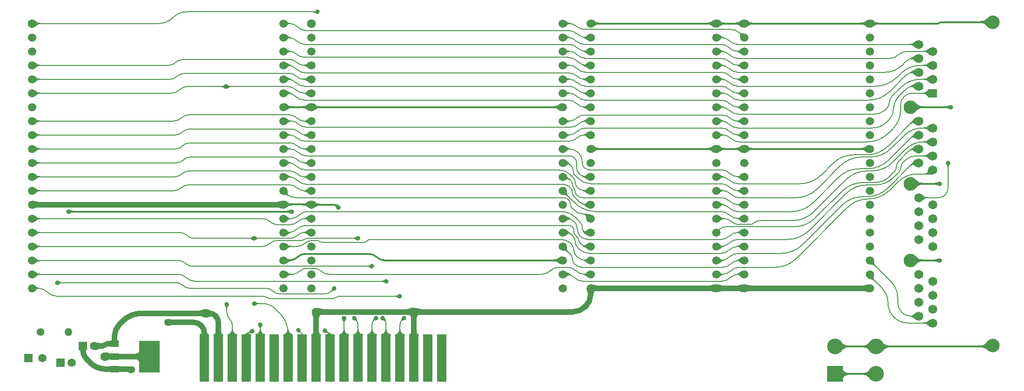
<source format=gtl>
%TF.GenerationSoftware,KiCad,Pcbnew,9.0.2*%
%TF.CreationDate,2025-07-06T14:30:12+02:00*%
%TF.ProjectId,GPIO 32bit Board,4750494f-2033-4326-9269-7420426f6172,Pico GPIO Wide*%
%TF.SameCoordinates,Original*%
%TF.FileFunction,Copper,L1,Top*%
%TF.FilePolarity,Positive*%
%FSLAX46Y46*%
G04 Gerber Fmt 4.6, Leading zero omitted, Abs format (unit mm)*
G04 Created by KiCad (PCBNEW 9.0.2) date 2025-07-06 14:30:12*
%MOMM*%
%LPD*%
G01*
G04 APERTURE LIST*
%TA.AperFunction,ComponentPad*%
%ADD10R,1.650000X1.650000*%
%TD*%
%TA.AperFunction,ComponentPad*%
%ADD11C,1.650000*%
%TD*%
%TA.AperFunction,ComponentPad*%
%ADD12C,2.475000*%
%TD*%
%TA.AperFunction,ComponentPad*%
%ADD13C,1.500000*%
%TD*%
%TA.AperFunction,ComponentPad*%
%ADD14R,2.850000X2.850000*%
%TD*%
%TA.AperFunction,ComponentPad*%
%ADD15C,2.850000*%
%TD*%
%TA.AperFunction,ConnectorPad*%
%ADD16R,1.780000X8.620000*%
%TD*%
%TA.AperFunction,SMDPad,CuDef*%
%ADD17R,1.500000X1.200000*%
%TD*%
%TA.AperFunction,SMDPad,CuDef*%
%ADD18R,3.810000X5.842000*%
%TD*%
%TA.AperFunction,ComponentPad*%
%ADD19C,1.400000*%
%TD*%
%TA.AperFunction,ComponentPad*%
%ADD20O,1.400000X1.400000*%
%TD*%
%TA.AperFunction,ComponentPad*%
%ADD21C,1.600000*%
%TD*%
%TA.AperFunction,ComponentPad*%
%ADD22R,1.500000X1.500000*%
%TD*%
%TA.AperFunction,ViaPad*%
%ADD23C,0.800000*%
%TD*%
%TA.AperFunction,ViaPad*%
%ADD24C,1.600000*%
%TD*%
%TA.AperFunction,ViaPad*%
%ADD25C,1.300000*%
%TD*%
%TA.AperFunction,Conductor*%
%ADD26C,1.000000*%
%TD*%
%TA.AperFunction,Conductor*%
%ADD27C,0.380000*%
%TD*%
%TA.AperFunction,Conductor*%
%ADD28C,0.200000*%
%TD*%
G04 APERTURE END LIST*
D10*
%TO.P,J1,A1,A1*%
%TO.N,/GPIO_{\u03A9}24*%
X163830000Y35560000D03*
D11*
%TO.P,J1,A2,A2*%
%TO.N,/GPIO_{\u03A9}25*%
X161290000Y36830000D03*
%TO.P,J1,A3,A3*%
%TO.N,/GPIO_{\u03A9}26*%
X163830000Y38100000D03*
%TO.P,J1,A4,A4*%
%TO.N,/GPIO_{\u03A9}27*%
X161290000Y39370000D03*
%TO.P,J1,A5,A5*%
%TO.N,/GPIO_{\u03A9}28*%
X163830000Y40640000D03*
%TO.P,J1,A6,A6*%
%TO.N,/GPIO_{\u03A9}29*%
X161290000Y41910000D03*
%TO.P,J1,A7,A7*%
%TO.N,/GPIO_{\u03A9}30*%
X163830000Y43180000D03*
%TO.P,J1,A8,A8*%
%TO.N,/GPIO_{\u03A9}31*%
X161290000Y44450000D03*
%TO.P,J1,B1,B1*%
%TO.N,/GPIO_{\u03A9}16*%
X163830000Y21590000D03*
%TO.P,J1,B2,B2*%
%TO.N,/GPIO_{\u03A9}17*%
X161290000Y22860000D03*
%TO.P,J1,B3,B3*%
%TO.N,/GPIO_{\u03A9}18*%
X163830000Y24130000D03*
%TO.P,J1,B4,B4*%
%TO.N,/GPIO_{\u03A9}19*%
X161290000Y25400000D03*
%TO.P,J1,B5,B5*%
%TO.N,/GPIO_{\u03A9}20*%
X163830000Y26670000D03*
%TO.P,J1,B6,B6*%
%TO.N,/GPIO_{\u03A9}21*%
X161290000Y27940000D03*
%TO.P,J1,B7,B7*%
%TO.N,/GPIO_{\u03A9}22*%
X163830000Y29210000D03*
%TO.P,J1,B8,B8*%
%TO.N,/GPIO_{\u03A9}23*%
X161290000Y30480000D03*
%TO.P,J1,C1,C1*%
%TO.N,/GPIO_{\u03A9}8*%
X163830000Y7620000D03*
%TO.P,J1,C2,C2*%
%TO.N,/GPIO_{\u03A9}9*%
X161290000Y8890000D03*
%TO.P,J1,C3,C3*%
%TO.N,/GPIO_{\u03A9}10*%
X163830000Y10160000D03*
%TO.P,J1,C4,C4*%
%TO.N,/GPIO_{\u03A9}11*%
X161290000Y11430000D03*
%TO.P,J1,C5,C5*%
%TO.N,/GPIO_{\u03A9}12*%
X163830000Y12700000D03*
%TO.P,J1,C6,C6*%
%TO.N,/GPIO_{\u03A9}13*%
X161290000Y13970000D03*
%TO.P,J1,C7,C7*%
%TO.N,/GPIO_{\u03A9}14*%
X163830000Y15240000D03*
%TO.P,J1,C8,C8*%
%TO.N,/GPIO_{\u03A9}15*%
X161290000Y16510000D03*
%TO.P,J1,D1,D1*%
%TO.N,/GPIO_{\u03A9}0*%
X163830000Y-6350000D03*
%TO.P,J1,D2,D2*%
%TO.N,/GPIO_{\u03A9}1*%
X161290000Y-5080000D03*
%TO.P,J1,D3,D3*%
%TO.N,/GPIO_{\u03A9}2*%
X163830000Y-3810000D03*
%TO.P,J1,D4,D4*%
%TO.N,/GPIO_{\u03A9}3*%
X161290000Y-2540000D03*
%TO.P,J1,D5,D5*%
%TO.N,/GPIO_{\u03A9}4*%
X163830000Y-1270000D03*
%TO.P,J1,D6,D6*%
%TO.N,/GPIO_{\u03A9}5*%
X161290000Y0D03*
%TO.P,J1,D7,D7*%
%TO.N,/GPIO_{\u03A9}6*%
X163830000Y1270000D03*
%TO.P,J1,D8,D8*%
%TO.N,/GPIO_{\u03A9}7*%
X161290000Y2540000D03*
D12*
%TO.P,J1,MH1,MH1*%
%TO.N,/GND*%
X174750000Y-10410000D03*
%TO.P,J1,MH2,MH2*%
X159770000Y5080000D03*
%TO.P,J1,MH3,MH3*%
X159770000Y19050000D03*
%TO.P,J1,MH4,MH4*%
X159770000Y33020000D03*
%TO.P,J1,MH5,MH5*%
X174750000Y48510000D03*
%TD*%
D13*
%TO.P,B3,40,GND*%
%TO.N,/GND*%
X152400000Y48260000D03*
%TO.P,B3,39,B0*%
%TO.N,/GPIO_{\u03A9}15*%
X152400000Y45720000D03*
%TO.P,B3,38,B1*%
%TO.N,/GPIO_{\u03A9}14*%
X152400000Y43180000D03*
%TO.P,B3,37,B2*%
%TO.N,/GPIO_{\u03A9}13*%
X152400000Y40640000D03*
%TO.P,B3,36,B3*%
%TO.N,/GPIO_{\u03A9}12*%
X152400000Y38100000D03*
%TO.P,B3,35,B4*%
%TO.N,/GPIO_{\u03A9}11*%
X152400000Y35560000D03*
%TO.P,B3,34,B5*%
%TO.N,/GPIO_{\u03A9}10*%
X152400000Y33020000D03*
%TO.P,B3,33,B6*%
%TO.N,/GPIO_{\u03A9}9*%
X152400000Y30480000D03*
%TO.P,B3,32,B7*%
%TO.N,/GPIO_{\u03A9}8*%
X152400000Y27940000D03*
%TO.P,B3,31,GND*%
%TO.N,/GND*%
X152400000Y25400000D03*
%TO.P,B3,30,GND*%
X152400000Y22860000D03*
%TO.P,B3,29,B8*%
%TO.N,/GPIO_{\u03A9}7*%
X152400000Y20320000D03*
%TO.P,B3,28,B9*%
%TO.N,/GPIO_{\u03A9}6*%
X152400000Y17780000D03*
%TO.P,B3,27,B10*%
%TO.N,/GPIO_{\u03A9}5*%
X152400000Y15240000D03*
%TO.P,B3,26,B11*%
%TO.N,/GPIO_{\u03A9}4*%
X152400000Y12700000D03*
%TO.P,B3,25,B12*%
%TO.N,/GPIO_{\u03A9}3*%
X152400000Y10160000D03*
%TO.P,B3,24,B14*%
%TO.N,/GPIO_{\u03A9}2*%
X152400000Y7620000D03*
%TO.P,B3,23,B13*%
%TO.N,/GPIO_{\u03A9}1*%
X152400000Y5080000D03*
%TO.P,B3,22,B15*%
%TO.N,/GPIO_{\u03A9}0*%
X152400000Y2540000D03*
%TO.P,B3,21,GND*%
%TO.N,/GND*%
X152400000Y0D03*
%TO.P,B3,20,GND*%
X129540000Y0D03*
%TO.P,B3,19,A15*%
%TO.N,/GPIO0*%
X129540000Y2540000D03*
%TO.P,B3,18,A14*%
%TO.N,/GPIO1*%
X129540000Y5080000D03*
%TO.P,B3,17,A13*%
%TO.N,/GPIO2*%
X129540000Y7620000D03*
%TO.P,B3,16,A12*%
%TO.N,/GPIO3*%
X129540000Y10160000D03*
%TO.P,B3,15,A11*%
%TO.N,/GPIO4*%
X129540000Y12700000D03*
%TO.P,B3,14,A10*%
%TO.N,/GPIO5*%
X129540000Y15240000D03*
%TO.P,B3,13,A9*%
%TO.N,/GPIO6*%
X129540000Y17780000D03*
%TO.P,B3,12,A8*%
%TO.N,/GPIO7*%
X129540000Y20320000D03*
%TO.P,B3,11,GND*%
%TO.N,/GND*%
X129540000Y22860000D03*
%TO.P,B3,10,GND*%
X129540000Y25400000D03*
%TO.P,B3,9,A7*%
%TO.N,/GPIO8*%
X129540000Y27940000D03*
%TO.P,B3,8,A6*%
%TO.N,/GPIO9*%
X129540000Y30480000D03*
%TO.P,B3,7,A5*%
%TO.N,/GPIO10*%
X129540000Y33020000D03*
%TO.P,B3,6,A4*%
%TO.N,/GPIO11*%
X129540000Y35560000D03*
%TO.P,B3,5,A3*%
%TO.N,/GPIO12*%
X129540000Y38100000D03*
%TO.P,B3,4,A2*%
%TO.N,/GPIO13*%
X129540000Y40640000D03*
%TO.P,B3,3,A1*%
%TO.N,/GPIO14*%
X129540000Y43180000D03*
%TO.P,B3,2,A0*%
%TO.N,/GPIO15*%
X129540000Y45720000D03*
%TO.P,B3,1,GND*%
%TO.N,/GND*%
X129540000Y48260000D03*
%TD*%
%TO.P,B4,40,GND*%
%TO.N,/GND*%
X124460000Y48260000D03*
%TO.P,B4,39,B0*%
%TO.N,/GPIO_{\u03A9}31*%
X124460000Y45720000D03*
%TO.P,B4,38,B1*%
%TO.N,/GPIO_{\u03A9}30*%
X124460000Y43180000D03*
%TO.P,B4,37,B2*%
%TO.N,/GPIO_{\u03A9}29*%
X124460000Y40640000D03*
%TO.P,B4,36,B3*%
%TO.N,/GPIO_{\u03A9}28*%
X124460000Y38100000D03*
%TO.P,B4,35,B4*%
%TO.N,/GPIO_{\u03A9}27*%
X124460000Y35560000D03*
%TO.P,B4,34,B5*%
%TO.N,/GPIO_{\u03A9}26*%
X124460000Y33020000D03*
%TO.P,B4,33,B6*%
%TO.N,/GPIO_{\u03A9}25*%
X124460000Y30480000D03*
%TO.P,B4,32,B7*%
%TO.N,/GPIO_{\u03A9}24*%
X124460000Y27940000D03*
%TO.P,B4,31,GND*%
%TO.N,/GND*%
X124460000Y25400000D03*
%TO.P,B4,30,GND*%
X124460000Y22860000D03*
%TO.P,B4,29,B8*%
%TO.N,/GPIO_{\u03A9}23*%
X124460000Y20320000D03*
%TO.P,B4,28,B9*%
%TO.N,/GPIO_{\u03A9}22*%
X124460000Y17780000D03*
%TO.P,B4,27,B10*%
%TO.N,/GPIO_{\u03A9}21*%
X124460000Y15240000D03*
%TO.P,B4,26,B11*%
%TO.N,/GPIO_{\u03A9}20*%
X124460000Y12700000D03*
%TO.P,B4,25,B12*%
%TO.N,/GPIO_{\u03A9}19*%
X124460000Y10160000D03*
%TO.P,B4,24,B14*%
%TO.N,/GPIO_{\u03A9}18*%
X124460000Y7620000D03*
%TO.P,B4,23,B13*%
%TO.N,/GPIO_{\u03A9}17*%
X124460000Y5080000D03*
%TO.P,B4,22,B15*%
%TO.N,/GPIO_{\u03A9}16*%
X124460000Y2540000D03*
%TO.P,B4,21,GND*%
%TO.N,/GND*%
X124460000Y0D03*
%TO.P,B4,20,GND*%
X101600000Y0D03*
%TO.P,B4,19,A15*%
%TO.N,/GPIO16*%
X101600000Y2540000D03*
%TO.P,B4,18,A14*%
%TO.N,/GPIO17*%
X101600000Y5080000D03*
%TO.P,B4,17,A13*%
%TO.N,/GPIO18*%
X101600000Y7620000D03*
%TO.P,B4,16,A12*%
%TO.N,/GPIO19*%
X101600000Y10160000D03*
%TO.P,B4,15,A11*%
%TO.N,/GPIO20*%
X101600000Y12700000D03*
%TO.P,B4,14,A10*%
%TO.N,/GPIO21*%
X101600000Y15240000D03*
%TO.P,B4,13,A9*%
%TO.N,/GPIO22*%
X101600000Y17780000D03*
%TO.P,B4,12,A8*%
%TO.N,/GPIO23*%
X101600000Y20320000D03*
%TO.P,B4,11,GND*%
%TO.N,/GND*%
X101600000Y22860000D03*
%TO.P,B4,10,GND*%
X101600000Y25400000D03*
%TO.P,B4,9,A7*%
%TO.N,/GPIO24*%
X101600000Y27940000D03*
%TO.P,B4,8,A6*%
%TO.N,/GPIO25*%
X101600000Y30480000D03*
%TO.P,B4,7,A5*%
%TO.N,/GPIO26*%
X101600000Y33020000D03*
%TO.P,B4,6,A4*%
%TO.N,/GPIO27*%
X101600000Y35560000D03*
%TO.P,B4,5,A3*%
%TO.N,/GPIO28*%
X101600000Y38100000D03*
%TO.P,B4,4,A2*%
%TO.N,/GPIO29*%
X101600000Y40640000D03*
%TO.P,B4,3,A1*%
%TO.N,/GPIO30*%
X101600000Y43180000D03*
%TO.P,B4,2,A0*%
%TO.N,/GPIO31*%
X101600000Y45720000D03*
%TO.P,B4,1,GND*%
%TO.N,/GND*%
X101600000Y48260000D03*
%TD*%
D14*
%TO.P,J3,1,1*%
%TO.N,/GND*%
X146050000Y-15621000D03*
D15*
%TO.P,J3,2,2*%
X153550000Y-15621000D03*
%TO.P,J3,3,3*%
X146050000Y-10621000D03*
%TO.P,J3,4,4*%
X153550000Y-10621000D03*
%TD*%
D16*
%TO.P,J2,1,1*%
%TO.N,/12V*%
X31369048Y-12700000D03*
%TO.P,J2,3,3*%
%TO.N,/GND*%
X33909048Y-12700000D03*
%TO.P,J2,5,5*%
%TO.N,/Write Enable*%
X36449048Y-12700000D03*
%TO.P,J2,7,7*%
%TO.N,/Read GPIO _{ALL}*%
X38989048Y-12700000D03*
%TO.P,J2,9,9*%
%TO.N,/Write GPIO _{ALL}*%
X41529048Y-12700000D03*
%TO.P,J2,11,11*%
%TO.N,unconnected-(J2-Pad11)*%
X44069048Y-12700000D03*
%TO.P,J2,13,13*%
%TO.N,/D0*%
X46609048Y-12700000D03*
%TO.P,J2,15,15*%
%TO.N,/D1*%
X49149048Y-12700000D03*
%TO.P,J2,17,17*%
%TO.N,/GND*%
X51689048Y-12700000D03*
%TO.P,J2,19,19*%
%TO.N,/D2*%
X54229048Y-12700000D03*
%TO.P,J2,21,21*%
%TO.N,/D3*%
X56769048Y-12700000D03*
%TO.P,J2,23,23*%
%TO.N,/D4*%
X59309048Y-12700000D03*
%TO.P,J2,25,25*%
%TO.N,/D5*%
X61849048Y-12700000D03*
%TO.P,J2,27,27*%
%TO.N,/D6*%
X64389048Y-12700000D03*
%TO.P,J2,29,29*%
%TO.N,/D7*%
X66929048Y-12700000D03*
%TO.P,J2,31,31*%
%TO.N,/GND*%
X69469048Y-12700000D03*
%TO.P,J2,33,33*%
%TO.N,unconnected-(J2-Pad33)*%
X72009048Y-12700000D03*
%TO.P,J2,35,35*%
%TO.N,unconnected-(J2-Pad35)*%
X74549048Y-12700000D03*
%TD*%
D17*
%TO.P,IC1,1,GND*%
%TO.N,/GND*%
X14986000Y-10146000D03*
%TO.P,IC1,2,5.0VOut*%
%TO.N,/5V*%
X14986000Y-12446000D03*
%TO.P,IC1,3,15VIn*%
%TO.N,/12V*%
X14986000Y-14746000D03*
D18*
%TO.P,IC1,4,5.0VOut*%
%TO.N,/5V*%
X21361000Y-12446000D03*
%TD*%
D19*
%TO.P,R1,1*%
%TO.N,Net-(LED1-A)*%
X1524000Y-8001000D03*
D20*
%TO.P,R1,2*%
%TO.N,/5V*%
X6604000Y-8001000D03*
%TD*%
D21*
%TO.P,B1,1,Read_GD__{0..7}*%
%TO.N,/Read GD _{00..07}*%
X50800000Y48260000D03*
D13*
%TO.P,B1,2,Read_GD__{8..15}*%
%TO.N,/Read GD _{08..15}*%
X50800000Y45720000D03*
%TO.P,B1,3,5V*%
%TO.N,/5V*%
X50800000Y43180000D03*
%TO.P,B1,4,Read*%
%TO.N,/Read GPIO _{ALL}*%
X50800000Y40640000D03*
%TO.P,B1,5,Write*%
%TO.N,/Write GPIO _{ALL}*%
X50800000Y38100000D03*
%TO.P,B1,6,Write_Enable*%
%TO.N,/Write Enable*%
X50800000Y35560000D03*
%TO.P,B1,7,GND*%
%TO.N,/GND*%
X50800000Y33020000D03*
%TO.P,B1,8,D7*%
%TO.N,/D7*%
X50800000Y30480000D03*
%TO.P,B1,9,D6*%
%TO.N,/D6*%
X50800000Y27940000D03*
%TO.P,B1,10,D5*%
%TO.N,/D5*%
X50800000Y25400000D03*
%TO.P,B1,11,D4*%
%TO.N,/D4*%
X50800000Y22860000D03*
%TO.P,B1,12,D3*%
%TO.N,/D3*%
X50800000Y20320000D03*
%TO.P,B1,13,D2*%
%TO.N,/D2*%
X50800000Y17780000D03*
%TO.P,B1,14,GND*%
%TO.N,/GND*%
X50800000Y15240000D03*
%TO.P,B1,15,D1*%
%TO.N,/D1*%
X50800000Y12700000D03*
%TO.P,B1,16,D0*%
%TO.N,/D0*%
X50800000Y10160000D03*
%TO.P,B1,17,Write_GD__{0..7}*%
%TO.N,/Write GD _{00..07}*%
X50800000Y7620000D03*
%TO.P,B1,18,Write_GD__{8..15}*%
%TO.N,/Write GD _{08..15}*%
X50800000Y5080000D03*
%TO.P,B1,19,Write_OE__{0..7}*%
%TO.N,/Write OE _{00..07}*%
X50800000Y2540000D03*
%TO.P,B1,20,Write_OE__{8..15}*%
%TO.N,/Write OE _{08..15}*%
X50800000Y0D03*
%TO.P,B1,21,N.C.*%
%TO.N,unconnected-(B1-N.C.-Pad21)*%
X96520000Y0D03*
%TO.P,B1,22,GPIO0*%
%TO.N,/GPIO0*%
X96520000Y2540000D03*
%TO.P,B1,23,5V*%
%TO.N,/5V*%
X96520000Y5080000D03*
%TO.P,B1,24,GPIO1*%
%TO.N,/GPIO1*%
X96520000Y7620000D03*
%TO.P,B1,25,GPIO2*%
%TO.N,/GPIO2*%
X96520000Y10160000D03*
%TO.P,B1,26,GPIO3*%
%TO.N,/GPIO3*%
X96520000Y12700000D03*
%TO.P,B1,27,GND*%
%TO.N,/GND*%
X96520000Y15240000D03*
%TO.P,B1,28,GPIO4*%
%TO.N,/GPIO4*%
X96520000Y17780000D03*
%TO.P,B1,29,GPIO5*%
%TO.N,/GPIO5*%
X96520000Y20320000D03*
%TO.P,B1,30,GPIO6*%
%TO.N,/GPIO6*%
X96520000Y22860000D03*
%TO.P,B1,31,GPIO7*%
%TO.N,/GPIO7*%
X96520000Y25400000D03*
%TO.P,B1,32,GPIO8*%
%TO.N,/GPIO8*%
X96520000Y27940000D03*
%TO.P,B1,33,GPIO9*%
%TO.N,/GPIO9*%
X96520000Y30480000D03*
%TO.P,B1,34,GND*%
%TO.N,/GND*%
X96520000Y33020000D03*
%TO.P,B1,35,GPIO10*%
%TO.N,/GPIO10*%
X96520000Y35560000D03*
%TO.P,B1,36,GPIO11*%
%TO.N,/GPIO11*%
X96520000Y38100000D03*
%TO.P,B1,37,GPIO12*%
%TO.N,/GPIO12*%
X96520000Y40640000D03*
%TO.P,B1,38,GPIO13*%
%TO.N,/GPIO13*%
X96520000Y43180000D03*
%TO.P,B1,39,GPIO14*%
%TO.N,/GPIO14*%
X96520000Y45720000D03*
%TO.P,B1,40,GPIO15*%
%TO.N,/GPIO15*%
X96520000Y48260000D03*
%TD*%
D22*
%TO.P,C1,1*%
%TO.N,/12V*%
X9287000Y-10541000D03*
D13*
%TO.P,C1,2*%
%TO.N,/GND*%
X11287000Y-10541000D03*
%TD*%
D22*
%TO.P,C2,1*%
%TO.N,/5V*%
X5207000Y-13589000D03*
D13*
%TO.P,C2,2*%
%TO.N,/GND*%
X7207000Y-13589000D03*
%TD*%
D22*
%TO.P,LED1,1,K*%
%TO.N,/GND*%
X-635000Y-12700000D03*
D13*
%TO.P,LED1,2,A*%
%TO.N,Net-(LED1-A)*%
X1905000Y-12700000D03*
%TD*%
D21*
%TO.P,B2,1,Read_GD__{0..7}*%
%TO.N,/Read GD _{16..23}*%
X0Y48260000D03*
D13*
%TO.P,B2,2,Read_GD__{8..15}*%
%TO.N,/Read GD _{24..31}*%
X0Y45720000D03*
%TO.P,B2,3,5V*%
%TO.N,/5V*%
X0Y43180000D03*
%TO.P,B2,4,Read*%
%TO.N,/Read GPIO _{ALL}*%
X0Y40640000D03*
%TO.P,B2,5,Write*%
%TO.N,/Write GPIO _{ALL}*%
X0Y38100000D03*
%TO.P,B2,6,Write_Enable*%
%TO.N,/Write Enable*%
X0Y35560000D03*
%TO.P,B2,7,GND*%
%TO.N,/GND*%
X0Y33020000D03*
%TO.P,B2,8,D7*%
%TO.N,/D7*%
X0Y30480000D03*
%TO.P,B2,9,D6*%
%TO.N,/D6*%
X0Y27940000D03*
%TO.P,B2,10,D5*%
%TO.N,/D5*%
X0Y25400000D03*
%TO.P,B2,11,D4*%
%TO.N,/D4*%
X0Y22860000D03*
%TO.P,B2,12,D3*%
%TO.N,/D3*%
X0Y20320000D03*
%TO.P,B2,13,D2*%
%TO.N,/D2*%
X0Y17780000D03*
%TO.P,B2,14,GND*%
%TO.N,/GND*%
X0Y15240000D03*
%TO.P,B2,15,D1*%
%TO.N,/D1*%
X0Y12700000D03*
%TO.P,B2,16,D0*%
%TO.N,/D0*%
X0Y10160000D03*
%TO.P,B2,17,Write_GD__{0..7}*%
%TO.N,/Write GD _{16..23}*%
X0Y7620000D03*
%TO.P,B2,18,Write_GD__{8..15}*%
%TO.N,/Write GD _{24..31}*%
X0Y5080000D03*
%TO.P,B2,19,Write_OE__{0..7}*%
%TO.N,/Write OE _{16..23}*%
X0Y2540000D03*
%TO.P,B2,20,Write_OE__{8..15}*%
%TO.N,/Write OE _{24..31}*%
X0Y0D03*
%TO.P,B2,21,N.C.*%
%TO.N,unconnected-(B2-N.C.-Pad21)*%
X45720000Y0D03*
%TO.P,B2,22,GPIO0*%
%TO.N,/GPIO16*%
X45720000Y2540000D03*
%TO.P,B2,23,5V*%
%TO.N,/5V*%
X45720000Y5080000D03*
%TO.P,B2,24,GPIO1*%
%TO.N,/GPIO17*%
X45720000Y7620000D03*
%TO.P,B2,25,GPIO2*%
%TO.N,/GPIO18*%
X45720000Y10160000D03*
%TO.P,B2,26,GPIO3*%
%TO.N,/GPIO19*%
X45720000Y12700000D03*
%TO.P,B2,27,GND*%
%TO.N,/GND*%
X45720000Y15240000D03*
%TO.P,B2,28,GPIO4*%
%TO.N,/GPIO20*%
X45720000Y17780000D03*
%TO.P,B2,29,GPIO5*%
%TO.N,/GPIO21*%
X45720000Y20320000D03*
%TO.P,B2,30,GPIO6*%
%TO.N,/GPIO22*%
X45720000Y22860000D03*
%TO.P,B2,31,GPIO7*%
%TO.N,/GPIO23*%
X45720000Y25400000D03*
%TO.P,B2,32,GPIO8*%
%TO.N,/GPIO24*%
X45720000Y27940000D03*
%TO.P,B2,33,GPIO9*%
%TO.N,/GPIO25*%
X45720000Y30480000D03*
%TO.P,B2,34,GND*%
%TO.N,/GND*%
X45720000Y33020000D03*
%TO.P,B2,35,GPIO10*%
%TO.N,/GPIO26*%
X45720000Y35560000D03*
%TO.P,B2,36,GPIO11*%
%TO.N,/GPIO27*%
X45720000Y38100000D03*
%TO.P,B2,37,GPIO12*%
%TO.N,/GPIO28*%
X45720000Y40640000D03*
%TO.P,B2,38,GPIO13*%
%TO.N,/GPIO29*%
X45720000Y43180000D03*
%TO.P,B2,39,GPIO14*%
%TO.N,/GPIO30*%
X45720000Y45720000D03*
%TO.P,B2,40,GPIO15*%
%TO.N,/GPIO31*%
X45720000Y48260000D03*
%TD*%
D23*
%TO.N,/5V*%
X47244000Y13970002D03*
X6604000Y13969999D03*
D24*
X13208004Y-12446000D03*
D23*
%TO.N,/GND*%
X165100000Y19050000D03*
X55753000Y14720000D03*
X94361000Y-4318000D03*
D24*
X51688990Y-4318000D03*
D23*
X55753000Y-4318000D03*
D24*
X31750000Y-4572000D03*
D23*
X167132000Y33020000D03*
D24*
X69469000Y-4318000D03*
D23*
X165100000Y5080000D03*
%TO.N,/D7*%
X67631400Y-5461000D03*
%TO.N,/D6*%
X63784900Y-5461000D03*
%TO.N,/D5*%
X62555100Y-5461000D03*
%TO.N,/D4*%
X58597000Y-5461000D03*
%TO.N,/D3*%
X56769000Y-5461000D03*
%TO.N,/Write Enable*%
X35306002Y36766498D03*
X35432996Y-2921000D03*
%TO.N,/D2*%
X53287300Y-7771500D03*
%TO.N,/D1*%
X48445700Y-7682600D03*
%TO.N,/D0*%
X40386000Y-2794000D03*
X40386000Y9106400D03*
%TO.N,/Read GPIO _{ALL}*%
X40029400Y-7787000D03*
%TO.N,/Write GPIO _{ALL}*%
X41528998Y-6604000D03*
%TO.N,/Read GD _{24..31}*%
X54979048Y2D03*
X4572000Y1016000D03*
%TO.N,/Write OE _{16..23}*%
X64486600Y1270000D03*
%TO.N,/Read GD _{16..23}*%
X51950300Y50386900D03*
%TO.N,/Write GD _{24..31}*%
X61849000Y4001400D03*
%TO.N,/Write OE _{24..31}*%
X66929000Y-1453600D03*
%TO.N,/Write GD _{16..23}*%
X59309000Y9104400D03*
D25*
%TO.N,/12V*%
X24638000Y-6222000D03*
X18161000Y-14859000D03*
D23*
%TO.N,/GPIO_{\u03A9}15*%
X166624000Y22860000D03*
%TD*%
D26*
%TO.N,/GND*%
X13278500Y-10343500D02*
G75*
G02*
X12801692Y-10540997I-476800J476800D01*
G01*
X101600000Y-1206500D02*
G75*
G02*
X100746865Y-3266114I-2912700J0D01*
G01*
X13755307Y-10146000D02*
G75*
G03*
X13278498Y-10343498I-7J-674300D01*
G01*
X19972458Y-4572000D02*
G75*
G03*
X16446500Y-6032500I2J-4986460D01*
G01*
X51689000Y-4318005D02*
X51688990Y-4318000D01*
X51689005Y-4318000D02*
X51689000Y-4318005D01*
D27*
X165102000Y48385000D02*
G75*
G02*
X164800223Y48259990I-301800J301800D01*
G01*
D26*
X69469024Y-4318024D02*
X69469031Y-4318026D01*
X69469037Y-4318029D01*
X69469043Y-4318033D01*
X69469049Y-4318037D01*
X69469054Y-4318041D01*
X69469059Y-4318046D01*
X69469063Y-4318052D01*
X69469067Y-4318057D01*
X69469071Y-4318063D01*
X69469074Y-4318070D01*
X69469074Y-4318071D01*
X33401024Y-5080024D02*
G75*
G02*
X33909033Y-6306502I-1226524J-1226476D01*
G01*
D27*
X55493000Y14980000D02*
G75*
G03*
X54865304Y15240002I-627700J-627700D01*
G01*
D26*
X33297111Y-4976111D02*
G75*
G03*
X32321500Y-4571993I-975611J-975589D01*
G01*
X100647500Y-3365500D02*
G75*
G02*
X98347961Y-4317984I-2299500J2299500D01*
G01*
D27*
X165403776Y48510000D02*
G75*
G03*
X165102007Y48384993I24J-426800D01*
G01*
D26*
X15923977Y-6555022D02*
G75*
G03*
X14986013Y-8819500I2264523J-2264478D01*
G01*
D27*
X51688990Y-4318000D02*
X51689005Y-4318000D01*
%TO.N,/5V*%
X62698300Y5675300D02*
G75*
G03*
X61261118Y6270608I-1437200J-1437200D01*
G01*
X48299700Y5675300D02*
G75*
G02*
X46862518Y5079992I-1437200J1437200D01*
G01*
X49736881Y6270600D02*
G75*
G03*
X48299705Y5675295I19J-2032500D01*
G01*
X62698300Y5675300D02*
G75*
G03*
X64135481Y5079992I1437200J1437200D01*
G01*
D26*
%TO.N,/12V*%
X30785048Y-6806000D02*
G75*
G02*
X31369034Y-8215900I-1409948J-1409900D01*
G01*
X30785048Y-6806000D02*
G75*
G03*
X29375147Y-6221966I-1409948J-1409900D01*
G01*
X18104500Y-14802500D02*
G75*
G03*
X17968096Y-14746001I-136400J-136400D01*
G01*
X10592771Y-13598471D02*
G75*
G03*
X13363150Y-14745999I2770379J2770381D01*
G01*
X9287000Y-11416850D02*
G75*
G03*
X9906321Y-12912017I2114480J0D01*
G01*
D28*
%TO.N,/GPIO_{\u03A9}26*%
X155956000Y33909000D02*
G75*
G02*
X155506982Y32824992I-1533000J0D01*
G01*
X156405012Y34993012D02*
G75*
G03*
X155955992Y33909000I1083988J-1084012D01*
G01*
X161671000Y38100000D02*
G75*
G03*
X157985353Y36573359I0J-5212300D01*
G01*
X126872999Y32384999D02*
G75*
G03*
X128406025Y31750009I1533001J1533001D01*
G01*
X126866617Y32391382D02*
G75*
G03*
X125349000Y33020010I-1517617J-1517582D01*
G01*
X155194000Y32512000D02*
G75*
G02*
X153354369Y31750013I-1839600J1839600D01*
G01*
%TO.N,/GPIO_{\u03A9}18*%
X160761532Y24130000D02*
G75*
G03*
X158845241Y23336259I-32J-2710000D01*
G01*
X141293792Y10483792D02*
G75*
G02*
X137446036Y8889989I-3847792J3847808D01*
G01*
X151893963Y18830000D02*
G75*
G03*
X148046215Y17236199I37J-5441600D01*
G01*
X128406025Y8890000D02*
G75*
G03*
X126872992Y8255008I-25J-2168000D01*
G01*
X158051500Y22034500D02*
G75*
G02*
X157692285Y21167293I-1226400J0D01*
G01*
X126866617Y8248617D02*
G75*
G02*
X125349000Y7619989I-1517617J1517583D01*
G01*
X158410710Y22901710D02*
G75*
G03*
X158051494Y22034500I867190J-867210D01*
G01*
X156703250Y20178250D02*
G75*
G02*
X153448286Y18830006I-3254950J3254950D01*
G01*
%TO.N,/GPIO_{\u03A9}16*%
X139007792Y5403792D02*
G75*
G02*
X135160036Y3809960I-3847792J3847708D01*
G01*
X161018705Y20828000D02*
G75*
G03*
X157520344Y19378925I-5J-4947400D01*
G01*
X128660025Y3810000D02*
G75*
G03*
X127126992Y3175008I-25J-2168000D01*
G01*
X163449000Y21209000D02*
G75*
G02*
X162529184Y20828006I-919800J919800D01*
G01*
X127127000Y3175000D02*
G75*
G02*
X125593974Y2540011I-1533000J1533000D01*
G01*
X156025203Y17883792D02*
G75*
G02*
X152177447Y16289981I-3847803J3847808D01*
G01*
X152147963Y16290000D02*
G75*
G03*
X148300215Y14696199I37J-5441600D01*
G01*
%TO.N,/GPIO_{\u03A9}24*%
X127127000Y27305000D02*
G75*
G03*
X128660025Y26670011I1533000J1533000D01*
G01*
X157988000Y32385000D02*
G75*
G02*
X156640966Y29132956I-4599100J0D01*
G01*
X127127000Y27305000D02*
G75*
G03*
X125593974Y27939989I-1533000J-1533000D01*
G01*
X158623000Y34925000D02*
G75*
G03*
X157988011Y33391974I1533000J-1533000D01*
G01*
X155771792Y28263792D02*
G75*
G02*
X151924036Y26669989I-3847792J3847808D01*
G01*
X160156025Y35560000D02*
G75*
G03*
X158622992Y34925008I-25J-2168000D01*
G01*
%TO.N,/GPIO_{\u03A9}0*%
X155702000Y-2664356D02*
G75*
G03*
X156781487Y-5270513I3685600J-44D01*
G01*
X156781500Y-5270500D02*
G75*
G03*
X159387643Y-6349982I2606100J2606100D01*
G01*
X154603152Y15856D02*
G75*
G02*
X155702002Y-2636995I-2652852J-2652856D01*
G01*
%TO.N,/GPIO_{\u03A9}19*%
X157226000Y22161500D02*
G75*
G02*
X156821883Y21185893I-1379700J0D01*
G01*
X160591500Y25400000D02*
G75*
G03*
X159399091Y24906079I0J-1686300D01*
G01*
X151190963Y19270000D02*
G75*
G03*
X147343215Y17676199I37J-5441600D01*
G01*
X126252462Y11210000D02*
G75*
G03*
X124985011Y10684989I38J-1792500D01*
G01*
X156066000Y20430000D02*
G75*
G02*
X153265512Y19269995I-2800500J2800500D01*
G01*
X157630111Y23137111D02*
G75*
G03*
X157225993Y22161500I975589J-975611D01*
G01*
X142470792Y12803792D02*
G75*
G02*
X138623036Y11209989I-3847792J3847808D01*
G01*
%TO.N,/GPIO_{\u03A9}30*%
X157607000Y42545000D02*
G75*
G02*
X156073974Y41910011I-1533000J1533000D01*
G01*
X126872999Y42544999D02*
G75*
G03*
X128406025Y41910009I1533001J1533001D01*
G01*
X159140025Y43180000D02*
G75*
G03*
X157606992Y42545008I-25J-2168000D01*
G01*
X126866617Y42551382D02*
G75*
G03*
X125349000Y43180010I-1517617J-1517582D01*
G01*
%TO.N,/GPIO_{\u03A9}25*%
X160401000Y36830000D02*
G75*
G03*
X158883389Y36201375I0J-2146200D01*
G01*
X126872999Y29844999D02*
G75*
G03*
X128406025Y29210009I1533001J1533001D01*
G01*
X126866617Y29851382D02*
G75*
G03*
X125349000Y30480010I-1517617J-1517582D01*
G01*
X156718000Y32766000D02*
G75*
G02*
X155819984Y30597964I-3066100J0D01*
G01*
X155575000Y30353000D02*
G75*
G02*
X152815553Y29210019I-2759400J2759400D01*
G01*
X157616025Y34934025D02*
G75*
G03*
X156718014Y32766000I2168075J-2168025D01*
G01*
%TO.N,/GPIO_{\u03A9}1*%
X156177862Y1302137D02*
G75*
G02*
X157479992Y-1841500I-3143662J-3143637D01*
G01*
X157480000Y-2695171D02*
G75*
G03*
X158178492Y-4381508I2384800J-29D01*
G01*
X158178500Y-4381500D02*
G75*
G03*
X159864828Y-5079988I1686300J1686300D01*
G01*
%TO.N,/GPIO_{\u03A9}15*%
X166624000Y18244420D02*
G75*
G02*
X166116006Y17017994I-1734400J-20D01*
G01*
X166116000Y17018000D02*
G75*
G02*
X164889579Y16510008I-1226400J1226400D01*
G01*
%TO.N,/GPIO_{\u03A9}20*%
X127217000Y12155000D02*
G75*
G03*
X125901253Y12699981I-1315700J-1315700D01*
G01*
X162052000Y26670000D02*
G75*
G03*
X159016758Y25412770I0J-4292500D01*
G01*
X131418500Y11964500D02*
G75*
G02*
X130562661Y11610016I-855800J855800D01*
G01*
X151893963Y21370000D02*
G75*
G03*
X148046215Y19776199I37J-5441600D01*
G01*
X127217000Y12155000D02*
G75*
G03*
X128532746Y11610019I1315700J1315700D01*
G01*
X132274338Y12319000D02*
G75*
G03*
X131418489Y11964511I-38J-1210300D01*
G01*
X156567792Y22963792D02*
G75*
G02*
X152720036Y21369989I-3847792J3847808D01*
G01*
X142182792Y13912792D02*
G75*
G02*
X138335036Y12318989I-3847792J3847808D01*
G01*
%TO.N,/GPIO_{\u03A9}27*%
X127127000Y34925000D02*
G75*
G03*
X128660025Y34290011I1533000J1533000D01*
G01*
X127127000Y34925000D02*
G75*
G03*
X125593974Y35559989I-1533000J-1533000D01*
G01*
X160401000Y39370000D02*
G75*
G03*
X158883389Y38741375I0J-2146200D01*
G01*
X156025792Y35883792D02*
G75*
G02*
X152178036Y34289989I-3847792J3847808D01*
G01*
%TO.N,/GPIO_{\u03A9}21*%
X126872999Y14604999D02*
G75*
G03*
X128406025Y13970009I1533001J1533001D01*
G01*
X126866617Y14611382D02*
G75*
G03*
X125349000Y15240010I-1517617J-1517582D01*
G01*
X150515963Y21770000D02*
G75*
G03*
X146668215Y20176199I37J-5441600D01*
G01*
X160845500Y27940000D02*
G75*
G03*
X160086695Y27625687I0J-1073100D01*
G01*
X155824792Y23363792D02*
G75*
G02*
X151977036Y21769989I-3847792J3847808D01*
G01*
X142055792Y15563792D02*
G75*
G02*
X138208036Y13969989I-3847792J3847808D01*
G01*
%TO.N,/GPIO_{\u03A9}29*%
X126866617Y40011382D02*
G75*
G03*
X125349000Y40640010I-1517617J-1517582D01*
G01*
X160401000Y41910000D02*
G75*
G03*
X158883389Y41281375I0J-2146200D01*
G01*
X158242000Y40640000D02*
G75*
G02*
X155175948Y39369980I-3066100J3066100D01*
G01*
X126873000Y40005000D02*
G75*
G03*
X128406025Y39370011I1533000J1533000D01*
G01*
%TO.N,/GPIO_{\u03A9}22*%
X127127000Y17145000D02*
G75*
G03*
X128660025Y16510011I1533000J1533000D01*
G01*
X156313792Y25503792D02*
G75*
G02*
X152466036Y23909989I-3847792J3847808D01*
G01*
X127127000Y17145000D02*
G75*
G03*
X125593974Y17779989I-1533000J-1533000D01*
G01*
X142817792Y18103792D02*
G75*
G02*
X138970036Y16509989I-3847792J3847808D01*
G01*
X150877963Y23910000D02*
G75*
G03*
X147030215Y22316199I37J-5441600D01*
G01*
X161925000Y29210000D02*
G75*
G03*
X158672956Y27862966I0J-4599100D01*
G01*
%TO.N,/GPIO_{\u03A9}23*%
X126872999Y19684999D02*
G75*
G03*
X128406025Y19050009I1533001J1533001D01*
G01*
X126866617Y19691382D02*
G75*
G03*
X125349000Y20320010I-1517617J-1517582D01*
G01*
X149499963Y24310000D02*
G75*
G03*
X145652215Y22716199I37J-5441600D01*
G01*
X155697792Y25903792D02*
G75*
G02*
X151850036Y24309989I-3847792J3847808D01*
G01*
X160782000Y30480000D02*
G75*
G03*
X159914793Y30120785I0J-1226400D01*
G01*
X143579792Y20643792D02*
G75*
G02*
X139732036Y19049989I-3847792J3847808D01*
G01*
%TO.N,/GPIO_{\u03A9}28*%
X126872999Y37464999D02*
G75*
G03*
X128406025Y36830009I1533001J1533001D01*
G01*
X157295792Y38423792D02*
G75*
G02*
X153448036Y36829989I-3847792J3847808D01*
G01*
X161671000Y40640000D02*
G75*
G03*
X157985353Y39113359I0J-5212300D01*
G01*
X126866617Y37471382D02*
G75*
G03*
X125349000Y38100010I-1517617J-1517582D01*
G01*
%TO.N,/GPIO_{\u03A9}31*%
X126872999Y45084999D02*
G75*
G03*
X128406025Y44450009I1533001J1533001D01*
G01*
X126866617Y45091382D02*
G75*
G03*
X125349000Y45720010I-1517617J-1517582D01*
G01*
%TO.N,/GPIO_{\u03A9}17*%
X151150963Y16690000D02*
G75*
G03*
X147303215Y15096199I37J-5441600D01*
G01*
X155697792Y18283792D02*
G75*
G02*
X151850036Y16689989I-3847792J3847808D01*
G01*
X160782000Y22860000D02*
G75*
G03*
X159914793Y22500785I0J-1226400D01*
G01*
X126866617Y5708617D02*
G75*
G02*
X125349000Y5079989I-1517617J1517583D01*
G01*
X140150792Y7943792D02*
G75*
G02*
X136303036Y6349989I-3847792J3847808D01*
G01*
X128406025Y6350000D02*
G75*
G03*
X126872992Y5715008I-25J-2168000D01*
G01*
%TO.N,/GPIO31*%
X99174500Y46342500D02*
G75*
G03*
X97671652Y46965022I-1502900J-1502900D01*
G01*
X48374500Y47612500D02*
G75*
G03*
X46811296Y48259999I-1563200J-1563200D01*
G01*
X48374500Y47612500D02*
G75*
G03*
X49937703Y46965001I1563200J1563200D01*
G01*
X99174500Y46342500D02*
G75*
G03*
X100677347Y45720020I1502800J1502800D01*
G01*
%TO.N,/GPIO30*%
X48132999Y45084999D02*
G75*
G03*
X49666025Y44450009I1533001J1533001D01*
G01*
X48126617Y45091382D02*
G75*
G03*
X46609000Y45720010I-1517617J-1517582D01*
G01*
X99193382Y43808617D02*
G75*
G03*
X100711000Y43179989I1517618J1517583D01*
G01*
X99187000Y43815000D02*
G75*
G03*
X97653974Y44449989I-1533000J-1533000D01*
G01*
%TO.N,/GPIO29*%
X48165550Y42639450D02*
G75*
G03*
X49470553Y42098851I1305050J1304950D01*
G01*
X48165550Y42639450D02*
G75*
G03*
X46860546Y43180019I-1305050J-1305050D01*
G01*
X99449068Y41201831D02*
G75*
G03*
X100805450Y40640031I1356332J1356369D01*
G01*
X99281450Y41369450D02*
G75*
G03*
X97520401Y42098901I-1761050J-1761050D01*
G01*
%TO.N,/GPIO28*%
X48072449Y39944449D02*
G75*
G03*
X49751656Y39248880I1679251J1679251D01*
G01*
X99126450Y38674450D02*
G75*
G03*
X100513294Y38099998I1386850J1386850D01*
G01*
X99126450Y38674450D02*
G75*
G03*
X97739605Y39248902I-1386850J-1386850D01*
G01*
X47962702Y40054197D02*
G75*
G03*
X46548450Y40640022I-1414302J-1414297D01*
G01*
%TO.N,/GPIO27*%
X48005999Y37464999D02*
G75*
G03*
X49539025Y36830009I1533001J1533001D01*
G01*
X99193382Y36188617D02*
G75*
G03*
X100711000Y35559989I1517618J1517583D01*
G01*
X47954716Y37516283D02*
G75*
G03*
X46545500Y38100009I-1409216J-1409183D01*
G01*
X99187000Y36195000D02*
G75*
G03*
X97653974Y36829989I-1533000J-1533000D01*
G01*
%TO.N,/GPIO26*%
X99060000Y33655000D02*
G75*
G03*
X100593025Y33020011I1533000J1533000D01*
G01*
X99060000Y33655000D02*
G75*
G03*
X97526974Y34289989I-1533000J-1533000D01*
G01*
X48005999Y34924999D02*
G75*
G03*
X49539025Y34290009I1533001J1533001D01*
G01*
X47954716Y34976283D02*
G75*
G03*
X46545500Y35560009I-1409216J-1409183D01*
G01*
%TO.N,/GPIO25*%
X48466400Y29924399D02*
G75*
G03*
X49807736Y29368815I1341300J1341301D01*
G01*
X100702937Y30480000D02*
G75*
G03*
X99361589Y29924411I-37J-1896900D01*
G01*
X48466400Y29924399D02*
G75*
G03*
X47125064Y30479984I-1341300J-1341299D01*
G01*
X99361600Y29924400D02*
G75*
G02*
X98020262Y29368815I-1341300J1341300D01*
G01*
%TO.N,/GPIO24*%
X48212400Y27384400D02*
G75*
G03*
X49553737Y26828815I1341300J1341300D01*
G01*
X100448937Y27940000D02*
G75*
G03*
X99107589Y27384411I-37J-1896900D01*
G01*
X99107600Y27384400D02*
G75*
G02*
X97766262Y26828815I-1341300J1341300D01*
G01*
X48212400Y27384400D02*
G75*
G03*
X46871062Y27939985I-1341300J-1341300D01*
G01*
%TO.N,/GPIO23*%
X48387000Y24765000D02*
G75*
G03*
X46853974Y25399989I-1533000J-1533000D01*
G01*
X98679000Y23749000D02*
G75*
G02*
X99059994Y22829184I-919800J-919800D01*
G01*
X99568000Y20828000D02*
G75*
G03*
X100794420Y20320008I1226400J1226400D01*
G01*
X99060000Y22054420D02*
G75*
G03*
X99567994Y20827994I1734400J-20D01*
G01*
X98679000Y23749000D02*
G75*
G03*
X97759184Y24129994I-919800J-919800D01*
G01*
X48387000Y24765000D02*
G75*
G03*
X49920025Y24130011I1533000J1533000D01*
G01*
%TO.N,/GPIO22*%
X48126617Y22231382D02*
G75*
G03*
X46609000Y22860010I-1517617J-1517582D01*
G01*
X97916999Y20700999D02*
G75*
G03*
X95770764Y21589984I-2146199J-2146199D01*
G01*
X98806000Y19304000D02*
G75*
G03*
X99165215Y18436794I1226400J0D01*
G01*
X99314000Y18288000D02*
G75*
G03*
X100540420Y17780008I1226400J1226400D01*
G01*
X48133000Y22225000D02*
G75*
G03*
X49666025Y21590011I1533000J1533000D01*
G01*
X98446789Y20171210D02*
G75*
G02*
X98806005Y19304000I-867189J-867210D01*
G01*
%TO.N,/GPIO21*%
X48298518Y19646481D02*
G75*
G03*
X46672500Y20320011I-1626018J-1625981D01*
G01*
X99537184Y15778815D02*
G75*
G03*
X100838000Y15239990I1300816J1300785D01*
G01*
X98298000Y17497157D02*
G75*
G03*
X98636834Y16679203I1156800J43D01*
G01*
X48333000Y19612000D02*
G75*
G03*
X50042263Y18903985I1709300J1709300D01*
G01*
X97834156Y18440156D02*
G75*
G03*
X96714340Y18904016I-1119856J-1119856D01*
G01*
X97959184Y18315129D02*
G75*
G02*
X98297965Y17497157I-817984J-817929D01*
G01*
%TO.N,/GPIO20*%
X97556235Y16178078D02*
G75*
G03*
X96754906Y16509989I-801335J-801378D01*
G01*
X101165000Y13135000D02*
G75*
G03*
X100114817Y13570007I-1050200J-1050200D01*
G01*
X97594243Y16140070D02*
G75*
G02*
X97888164Y15430500I-709543J-709570D01*
G01*
X46355000Y17145000D02*
G75*
G03*
X47888025Y16510011I1533000J1533000D01*
G01*
X98839085Y14063913D02*
G75*
G03*
X100031500Y13569990I1192415J1192387D01*
G01*
X97888157Y15430500D02*
G75*
G03*
X98182079Y14720938I1003443J0D01*
G01*
%TO.N,/GPIO19*%
X98932999Y12826999D02*
G75*
G03*
X96173553Y13970021I-2759499J-2759499D01*
G01*
X50123325Y13970000D02*
G75*
G03*
X48590292Y13335008I-25J-2168000D01*
G01*
X100076000Y11027210D02*
G75*
G03*
X100329997Y10413997I867200J-10D01*
G01*
X100330000Y10414000D02*
G75*
G03*
X100943210Y10160004I613200J613200D01*
G01*
X99716789Y12043210D02*
G75*
G02*
X100076005Y11176000I-867189J-867210D01*
G01*
X48590300Y13335000D02*
G75*
G02*
X47057274Y12700011I-1533000J1533000D01*
G01*
%TO.N,/GPIO18*%
X48201500Y10795000D02*
G75*
G02*
X46668476Y10160011I-1533000J1533000D01*
G01*
X99261394Y9196604D02*
G75*
G02*
X99441002Y8763000I-433594J-433604D01*
G01*
X98552000Y10414000D02*
G75*
G03*
X98911215Y9546794I1226400J0D01*
G01*
X98298000Y11176000D02*
G75*
G02*
X98551996Y10562789I-613200J-613200D01*
G01*
X99885499Y8064499D02*
G75*
G03*
X100958617Y7620006I1073101J1073101D01*
G01*
X99441000Y8763000D02*
G75*
G03*
X99620608Y8329397I613200J0D01*
G01*
X49734524Y11430000D02*
G75*
G03*
X48201492Y10795008I-24J-2168000D01*
G01*
X98298000Y11176000D02*
G75*
G03*
X97684789Y11429996I-613200J-613200D01*
G01*
%TO.N,/GPIO17*%
X98552000Y6956157D02*
G75*
G03*
X98980638Y5921402I1463400J43D01*
G01*
X61608858Y8890000D02*
G75*
G03*
X60948462Y8616438I42J-934000D01*
G01*
X99193382Y5708617D02*
G75*
G03*
X100711000Y5079989I1517618J1517583D01*
G01*
X52346500Y8522800D02*
G75*
G03*
X51912182Y8702693I-434300J-434300D01*
G01*
X49608650Y8161350D02*
G75*
G02*
X48301715Y7619994I-1306950J1306950D01*
G01*
X52346500Y8522800D02*
G75*
G03*
X52780817Y8342907I434300J434300D01*
G01*
X98123382Y7990931D02*
G75*
G02*
X98551967Y6956157I-1034782J-1034731D01*
G01*
X97888157Y8226157D02*
G75*
G03*
X96285498Y8889999I-1602657J-1602657D01*
G01*
X60948450Y8616450D02*
G75*
G02*
X60288041Y8342883I-660450J660450D01*
G01*
X50915584Y8702700D02*
G75*
G03*
X49608655Y8161345I16J-1848300D01*
G01*
%TO.N,/GPIO16*%
X48621150Y3067850D02*
G75*
G02*
X47346807Y2539997I-1274350J1274350D01*
G01*
X49895492Y3595700D02*
G75*
G03*
X48621152Y3067848I8J-1802200D01*
G01*
X98933000Y3175000D02*
G75*
G03*
X97399974Y3809989I-1533000J-1533000D01*
G01*
X95817725Y3810000D02*
G75*
G03*
X94284692Y3175008I-25J-2168000D01*
G01*
X98933000Y3175000D02*
G75*
G03*
X100466025Y2540011I1533000J1533000D01*
G01*
X94284700Y3175000D02*
G75*
G02*
X92751674Y2540011I-1533000J1533000D01*
G01*
X52685150Y3067850D02*
G75*
G03*
X51410807Y3595703I-1274350J-1274350D01*
G01*
X52685150Y3067850D02*
G75*
G03*
X53959492Y2539997I1274350J1274350D01*
G01*
%TO.N,/Write GD _{16..23}*%
X50067544Y9104400D02*
G75*
G03*
X49582616Y8903584I-44J-685800D01*
G01*
X43273650Y8161350D02*
G75*
G02*
X41966715Y7619994I-1306950J1306950D01*
G01*
X49582650Y8903550D02*
G75*
G02*
X49097755Y8702719I-484850J484850D01*
G01*
X44580584Y8702700D02*
G75*
G03*
X43273655Y8161345I16J-1848300D01*
G01*
%TO.N,/Write OE _{24..31}*%
X42700300Y-1679300D02*
G75*
G03*
X43245188Y-1905005I544900J544900D01*
G01*
X2829200Y-726799D02*
G75*
G03*
X1074549Y3I-1754650J-1754641D01*
G01*
X55818188Y-1453600D02*
G75*
G03*
X55273304Y-1679304I12J-770600D01*
G01*
X55273300Y-1679300D02*
G75*
G02*
X54728411Y-1905005I-544900J544900D01*
G01*
X2829200Y-726799D02*
G75*
G03*
X4583850Y-1453599I1754650J1754649D01*
G01*
X42700300Y-1679300D02*
G75*
G03*
X42155411Y-1453595I-544900J-544900D01*
G01*
%TO.N,/Write GD _{24..31}*%
X27939550Y4508950D02*
G75*
G03*
X29164884Y4001393I1225350J1225350D01*
G01*
X27939550Y4508950D02*
G75*
G03*
X26714215Y5016507I-1225350J-1225350D01*
G01*
%TO.N,/Read GD _{16..23}*%
X25606550Y49323450D02*
G75*
G02*
X23039154Y48260019I-2567350J2567350D01*
G01*
X28173945Y50386900D02*
G75*
G03*
X25606537Y49323463I-45J-3630800D01*
G01*
%TO.N,/GPIO15*%
X99077000Y47735000D02*
G75*
G03*
X100344462Y47209984I1267500J1267500D01*
G01*
X99077000Y47735000D02*
G75*
G03*
X97809537Y48260016I-1267500J-1267500D01*
G01*
X128795000Y46465000D02*
G75*
G03*
X126996410Y47210005I-1798600J-1798600D01*
G01*
%TO.N,/GPIO14*%
X98926617Y45091382D02*
G75*
G03*
X97409000Y45720010I-1517617J-1517582D01*
G01*
X126873000Y43815000D02*
G75*
G03*
X128406025Y43180011I1533000J1533000D01*
G01*
X126873000Y43815000D02*
G75*
G03*
X125339974Y44449989I-1533000J-1533000D01*
G01*
X98933000Y45085000D02*
G75*
G03*
X100466025Y44450011I1533000J1533000D01*
G01*
%TO.N,/GPIO13*%
X99187000Y42545000D02*
G75*
G03*
X97653974Y43179989I-1533000J-1533000D01*
G01*
X99187000Y42545000D02*
G75*
G03*
X100720025Y41910011I1533000J1533000D01*
G01*
X126873000Y41275000D02*
G75*
G03*
X128406025Y40640011I1533000J1533000D01*
G01*
X126873000Y41275000D02*
G75*
G03*
X125339974Y41909989I-1533000J-1533000D01*
G01*
%TO.N,/GPIO12*%
X126873000Y38735000D02*
G75*
G03*
X128406025Y38100011I1533000J1533000D01*
G01*
X99187000Y40005000D02*
G75*
G03*
X97653974Y40639989I-1533000J-1533000D01*
G01*
X126873000Y38735000D02*
G75*
G03*
X125339974Y39369989I-1533000J-1533000D01*
G01*
X99187000Y40005000D02*
G75*
G03*
X100720025Y39370011I1533000J1533000D01*
G01*
%TO.N,/GPIO11*%
X99187000Y37465000D02*
G75*
G03*
X100720025Y36830011I1533000J1533000D01*
G01*
X126873000Y36195000D02*
G75*
G03*
X125339974Y36829989I-1533000J-1533000D01*
G01*
X126873000Y36195000D02*
G75*
G03*
X128406025Y35560011I1533000J1533000D01*
G01*
X99187000Y37465000D02*
G75*
G03*
X97653974Y38099989I-1533000J-1533000D01*
G01*
%TO.N,/GPIO10*%
X99187000Y34925000D02*
G75*
G03*
X97653974Y35559989I-1533000J-1533000D01*
G01*
X99187000Y34925000D02*
G75*
G03*
X100720025Y34290011I1533000J1533000D01*
G01*
X126873000Y33655000D02*
G75*
G03*
X128406025Y33020011I1533000J1533000D01*
G01*
X126873000Y33655000D02*
G75*
G03*
X125339974Y34289989I-1533000J-1533000D01*
G01*
%TO.N,/GPIO9*%
X127017000Y31005000D02*
G75*
G03*
X125749537Y31530016I-1267500J-1267500D01*
G01*
X99043000Y31005000D02*
G75*
G02*
X97775537Y30479984I-1267500J1267500D01*
G01*
X127017000Y31005000D02*
G75*
G03*
X128284462Y30479984I1267500J1267500D01*
G01*
X100310462Y31530000D02*
G75*
G03*
X99043011Y31004989I38J-1792500D01*
G01*
%TO.N,/GPIO8*%
X100720025Y29210000D02*
G75*
G03*
X99186992Y28575008I-25J-2168000D01*
G01*
X126873000Y28575000D02*
G75*
G03*
X128406025Y27940011I1533000J1533000D01*
G01*
X126873000Y28575000D02*
G75*
G03*
X125339974Y29209989I-1533000J-1533000D01*
G01*
X99187000Y28575000D02*
G75*
G02*
X97653974Y27940011I-1533000J1533000D01*
G01*
%TO.N,/GPIO7*%
X126873000Y20955000D02*
G75*
G03*
X128406025Y20320011I1533000J1533000D01*
G01*
X126873000Y20955000D02*
G75*
G03*
X125339974Y21589989I-1533000J-1533000D01*
G01*
X99377499Y24701499D02*
G75*
G03*
X97691171Y25399987I-1686299J-1686299D01*
G01*
X100457000Y21971000D02*
G75*
G03*
X101376815Y21590006I919800J919800D01*
G01*
X100076000Y22890815D02*
G75*
G03*
X100456995Y21970995I1300800J-15D01*
G01*
X99492283Y24586716D02*
G75*
G02*
X100076009Y23177500I-1409183J-1409216D01*
G01*
%TO.N,/GPIO6*%
X126873000Y18415000D02*
G75*
G03*
X128406025Y17780011I1533000J1533000D01*
G01*
X126873000Y18415000D02*
G75*
G03*
X125339974Y19049989I-1533000J-1533000D01*
G01*
X98425000Y21463000D02*
G75*
G03*
X98784215Y20595794I1226400J0D01*
G01*
X98065789Y22330209D02*
G75*
G02*
X98425005Y21463000I-867189J-867209D01*
G01*
X97895210Y22500789D02*
G75*
G03*
X97028000Y22860005I-867210J-867189D01*
G01*
X99377500Y20002500D02*
G75*
G03*
X101677038Y19050016I2299500J2299500D01*
G01*
%TO.N,/GPIO5*%
X126873000Y15875000D02*
G75*
G03*
X128406025Y15240011I1533000J1533000D01*
G01*
X126873000Y15875000D02*
G75*
G03*
X125339974Y16509989I-1533000J-1533000D01*
G01*
X98552000Y18288000D02*
G75*
G02*
X98805996Y17674789I-613200J-613200D01*
G01*
X98028592Y19573407D02*
G75*
G02*
X98298004Y18923000I-650392J-650407D01*
G01*
X97551407Y20050592D02*
G75*
G03*
X96901000Y20320004I-650407J-650392D01*
G01*
X98806000Y17653000D02*
G75*
G03*
X99075411Y17002596I919800J0D01*
G01*
X99187000Y16891000D02*
G75*
G03*
X100106815Y16510006I919800J919800D01*
G01*
X98298000Y18901210D02*
G75*
G03*
X98551997Y18287997I867200J-10D01*
G01*
%TO.N,/GPIO4*%
X126873000Y13335000D02*
G75*
G03*
X128406025Y12700011I1533000J1533000D01*
G01*
X126873000Y13335000D02*
G75*
G03*
X125339974Y13969989I-1533000J-1533000D01*
G01*
X98736207Y15563792D02*
G75*
G03*
X102583963Y13969959I3847793J3847708D01*
G01*
%TO.N,/GPIO3*%
X98648184Y12095814D02*
G75*
G02*
X99187008Y10795000I-1300784J-1300814D01*
G01*
X99758499Y9461499D02*
G75*
G03*
X101138223Y8890008I1379701J1379701D01*
G01*
X99187000Y10795000D02*
G75*
G03*
X99725822Y9494191I1839600J0D01*
G01*
X126873000Y9525000D02*
G75*
G02*
X125339974Y8890011I-1533000J1533000D01*
G01*
X128406025Y10160000D02*
G75*
G03*
X126872992Y9525008I-25J-2168000D01*
G01*
X98582815Y12161184D02*
G75*
G03*
X97282000Y12700008I-1300815J-1300784D01*
G01*
%TO.N,/GPIO2*%
X99567999Y7111999D02*
G75*
G03*
X101407630Y6350011I1839601J1839601D01*
G01*
X98377381Y9514931D02*
G75*
G02*
X98805966Y8480157I-1034781J-1034731D01*
G01*
X128406025Y7620000D02*
G75*
G03*
X126872992Y6985008I-25J-2168000D01*
G01*
X98160931Y9731382D02*
G75*
G03*
X97126157Y10159967I-1034731J-1034782D01*
G01*
X126873000Y6985000D02*
G75*
G02*
X125339974Y6350011I-1533000J1533000D01*
G01*
X98806000Y8480157D02*
G75*
G03*
X99234637Y7445402I1463400J43D01*
G01*
%TO.N,/GPIO1*%
X98298000Y5334000D02*
G75*
G03*
X98657215Y4466794I1226400J0D01*
G01*
X98806000Y4318000D02*
G75*
G03*
X100032420Y3810008I1226400J1226400D01*
G01*
X97938789Y6201210D02*
G75*
G02*
X98298005Y5334000I-867189J-867210D01*
G01*
X127127000Y4445000D02*
G75*
G02*
X125593974Y3810011I-1533000J1533000D01*
G01*
X128651000Y5080000D02*
G75*
G03*
X127133389Y4451375I0J-2146200D01*
G01*
%TO.N,/GPIO0*%
X127000000Y1905000D02*
G75*
G02*
X125466974Y1270011I-1533000J1533000D01*
G01*
X98582815Y2001184D02*
G75*
G03*
X97282000Y2540008I-1300815J-1300784D01*
G01*
X128533025Y2540000D02*
G75*
G03*
X126999992Y1905008I-25J-2168000D01*
G01*
X98679000Y1905000D02*
G75*
G03*
X100212025Y1270011I1533000J1533000D01*
G01*
%TO.N,/Write OE _{16..23}*%
X28067000Y1905000D02*
G75*
G03*
X26533974Y2539989I-1533000J-1533000D01*
G01*
X28067000Y1905000D02*
G75*
G03*
X29600025Y1270011I1533000J1533000D01*
G01*
%TO.N,/Read GD _{24..31}*%
X54453097Y-525948D02*
G75*
G02*
X53183338Y-1051929I-1269797J1269748D01*
G01*
X43797050Y-525950D02*
G75*
G03*
X45066805Y-1051898I1269750J1269750D01*
G01*
X27432000Y508000D02*
G75*
G03*
X26205579Y1015992I-1226400J-1226400D01*
G01*
X27432000Y508000D02*
G75*
G03*
X28658420Y8I1226400J1226400D01*
G01*
X43797050Y-525950D02*
G75*
G03*
X42527294Y-2I-1269750J-1269750D01*
G01*
%TO.N,/Write GPIO _{ALL}*%
X48111650Y38629350D02*
G75*
G03*
X49389613Y38100006I1277950J1277950D01*
G01*
X26394650Y38629350D02*
G75*
G02*
X25116686Y38100006I-1277950J1277950D01*
G01*
X48111650Y38629350D02*
G75*
G03*
X46833686Y39158694I-1277950J-1277950D01*
G01*
X27672613Y39158700D02*
G75*
G03*
X26394646Y38629354I-13J-1807300D01*
G01*
%TO.N,/Read GPIO _{ALL}*%
X48154350Y41169350D02*
G75*
G03*
X49432313Y40640006I1277950J1277950D01*
G01*
X39358550Y-8088300D02*
G75*
G03*
X38989000Y-8457850I-50J-369500D01*
G01*
X26140650Y41169350D02*
G75*
G02*
X24862686Y40640006I-1277950J1277950D01*
G01*
X39878750Y-7937650D02*
G75*
G02*
X39515048Y-8088320I-363750J363750D01*
G01*
X48154350Y41169350D02*
G75*
G03*
X46876386Y41698694I-1277950J-1277950D01*
G01*
X27418613Y41698700D02*
G75*
G03*
X26140646Y41169354I-13J-1807300D01*
G01*
%TO.N,/D0*%
X48278800Y9633200D02*
G75*
G02*
X47006992Y9106403I-1271800J1271800D01*
G01*
X28175200Y9633200D02*
G75*
G03*
X29447007Y9106403I1271800J1271800D01*
G01*
X45015207Y-4502207D02*
G75*
G02*
X46609011Y-8349963I-3847807J-3847793D01*
G01*
X28175200Y9633200D02*
G75*
G03*
X26903392Y10159997I-1271800J-1271800D01*
G01*
X49550607Y10160000D02*
G75*
G03*
X48278798Y9633202I-7J-1798600D01*
G01*
X44339729Y-3826729D02*
G75*
G03*
X41846500Y-2794012I-2493229J-2493271D01*
G01*
%TO.N,/D1*%
X43263150Y12148150D02*
G75*
G03*
X41930866Y12699986I-1332250J-1332250D01*
G01*
X49675433Y12700000D02*
G75*
G03*
X48343140Y12148160I-33J-1884100D01*
G01*
X48343150Y12148150D02*
G75*
G02*
X47010866Y11596314I-1332250J1332250D01*
G01*
X48746182Y-7983082D02*
G75*
G03*
X49000200Y-8088310I254018J253982D01*
G01*
X49149000Y-8237100D02*
G75*
G03*
X49000200Y-8088300I-148800J0D01*
G01*
X43263150Y12148150D02*
G75*
G03*
X44595433Y11596314I1332250J1332250D01*
G01*
%TO.N,/D2*%
X54229000Y-8400750D02*
G75*
G03*
X53916550Y-8088300I-312500J-50D01*
G01*
X27156650Y18309350D02*
G75*
G02*
X25878686Y17780006I-1277950J1277950D01*
G01*
X48238650Y18309350D02*
G75*
G03*
X49516613Y17780006I1277950J1277950D01*
G01*
X28434613Y18838700D02*
G75*
G03*
X27156646Y18309354I-13J-1807300D01*
G01*
X48238650Y18309350D02*
G75*
G03*
X46960686Y18838694I-1277950J-1277950D01*
G01*
X53445700Y-7929900D02*
G75*
G03*
X53828111Y-8088295I382400J382400D01*
G01*
%TO.N,/Write Enable*%
X48037751Y36163249D02*
G75*
G03*
X49494122Y35560010I1456349J1456351D01*
G01*
X48037751Y36163249D02*
G75*
G03*
X46581379Y36766490I-1456351J-1456349D01*
G01*
X28285122Y36766498D02*
G75*
G03*
X26828744Y36163256I-22J-2059598D01*
G01*
X35432996Y-4361572D02*
G75*
G03*
X35940989Y-5588007I1734404J-28D01*
G01*
X26828751Y36163249D02*
G75*
G02*
X25372379Y35560009I-1456351J1456351D01*
G01*
X35940998Y-5587998D02*
G75*
G02*
X36448992Y-6814423I-1226398J-1226402D01*
G01*
%TO.N,/D3*%
X28561613Y21378700D02*
G75*
G03*
X27283646Y20849354I-13J-1807300D01*
G01*
X48238650Y20849350D02*
G75*
G03*
X46960686Y21378694I-1277950J-1277950D01*
G01*
X48238650Y20849350D02*
G75*
G03*
X49516613Y20320006I1277950J1277950D01*
G01*
X27283650Y20849350D02*
G75*
G02*
X26005687Y20320006I-1277950J1277950D01*
G01*
%TO.N,/D4*%
X27537650Y23389350D02*
G75*
G02*
X26259686Y22860006I-1277950J1277950D01*
G01*
X48365650Y23389350D02*
G75*
G03*
X47087686Y23918694I-1277950J-1277950D01*
G01*
X58953000Y-5817000D02*
G75*
G02*
X59309017Y-6676460I-859500J-859500D01*
G01*
X48365650Y23389350D02*
G75*
G03*
X49643613Y22860006I1277950J1277950D01*
G01*
X28815613Y23918700D02*
G75*
G03*
X27537646Y23389354I-13J-1807300D01*
G01*
%TO.N,/D5*%
X48218700Y25949300D02*
G75*
G03*
X46892572Y26498589I-1326100J-1326100D01*
G01*
X27390700Y25949300D02*
G75*
G02*
X26064572Y25400011I-1326100J1326100D01*
G01*
X28716827Y26498600D02*
G75*
G03*
X27390692Y25949308I-27J-1875400D01*
G01*
X62202050Y-5814050D02*
G75*
G03*
X61848995Y-6666388I852350J-852350D01*
G01*
X48218700Y25949300D02*
G75*
G03*
X49544827Y25400011I1326100J1326100D01*
G01*
%TO.N,/D6*%
X48472700Y28489300D02*
G75*
G03*
X47146572Y29038589I-1326100J-1326100D01*
G01*
X27390700Y28489300D02*
G75*
G02*
X26064572Y27940011I-1326100J1326100D01*
G01*
X28716827Y29038600D02*
G75*
G03*
X27390692Y28489308I-27J-1875400D01*
G01*
X48472700Y28489300D02*
G75*
G03*
X49798827Y27940011I1326100J1326100D01*
G01*
X64086950Y-5763050D02*
G75*
G02*
X64389015Y-6492263I-729250J-729250D01*
G01*
%TO.N,/D7*%
X48180650Y31035650D02*
G75*
G03*
X46839192Y31591297I-1341450J-1341450D01*
G01*
X67280200Y-5812200D02*
G75*
G03*
X66928988Y-6660071I847900J-847900D01*
G01*
X28471808Y31591300D02*
G75*
G03*
X27130347Y31035651I-8J-1897100D01*
G01*
X48180650Y31035650D02*
G75*
G03*
X49522107Y30480003I1341450J1341450D01*
G01*
X27130349Y31035649D02*
G75*
G02*
X25788890Y30480003I-1341449J1341451D01*
G01*
%TO.N,/GPIO_{\u03A9}18*%
X141293792Y10483792D02*
X148046207Y17236207D01*
X151893963Y18830000D02*
X153448286Y18830000D01*
X137446036Y8890000D02*
X128406025Y8890000D01*
X157692289Y21167289D02*
X156703250Y20178250D01*
X126873000Y8255000D02*
X126866617Y8248617D01*
X125349000Y7620000D02*
X124460000Y7620000D01*
X158845250Y23336250D02*
X158410710Y22901710D01*
%TO.N,/GPIO_{\u03A9}17*%
X147303207Y15096207D02*
X140150792Y7943792D01*
X136303036Y6350000D02*
X128406025Y6350000D01*
X151150963Y16690000D02*
X151850036Y16690000D01*
X126866617Y5708617D02*
X126873000Y5715000D01*
X155697792Y18283792D02*
X159914789Y22500789D01*
X125349000Y5080000D02*
X124460000Y5080000D01*
D27*
%TO.N,/5V*%
X6604003Y13970002D02*
X6604000Y13969999D01*
X64135481Y5080000D02*
X96520000Y5080000D01*
X61261118Y6270600D02*
X49736881Y6270600D01*
D26*
X14986000Y-12446000D02*
X13208004Y-12446000D01*
D27*
X6604003Y13970002D02*
X47244000Y13970002D01*
X46862518Y5080000D02*
X45720000Y5080000D01*
D26*
X14986000Y-12446000D02*
X21361000Y-12446000D01*
D27*
%TO.N,/GND*%
X50800000Y33020000D02*
X45720000Y33020000D01*
X54865304Y15240000D02*
X50800000Y15240000D01*
D26*
X69469000Y-4318000D02*
X69469024Y-4318024D01*
X33401024Y-5080024D02*
X33297111Y-4976111D01*
D27*
X152400000Y48260000D02*
X164800223Y48260000D01*
D26*
X100746875Y-3266124D02*
X100647500Y-3365500D01*
X31750000Y-4572000D02*
X32321500Y-4572000D01*
D27*
X129540000Y25400000D02*
X124460000Y25400000D01*
X55493000Y14980000D02*
X55753000Y14720000D01*
D26*
X14986000Y-10146000D02*
X14986000Y-8819500D01*
X51689000Y-4318005D02*
X51689000Y-12700000D01*
D27*
X153550000Y-10621000D02*
X146050000Y-10621000D01*
X165100000Y19050000D02*
X159770000Y19050000D01*
X124460000Y48260000D02*
X101600000Y48260000D01*
D26*
X69469000Y-4318000D02*
X94361000Y-4318000D01*
D27*
X124460000Y25400000D02*
X101600000Y25400000D01*
X152400000Y48260000D02*
X129540000Y48260000D01*
D26*
X129540000Y0D02*
X152400000Y0D01*
X51689005Y-4318000D02*
X55753000Y-4318000D01*
X124460000Y0D02*
X101600000Y0D01*
D27*
X167132000Y33020000D02*
X159770000Y33020000D01*
D26*
X0Y15240000D02*
X45720000Y15240000D01*
X69469000Y-4318000D02*
X55753000Y-4318000D01*
D27*
X129540000Y48260000D02*
X124460000Y48260000D01*
D26*
X13755307Y-10146000D02*
X14986000Y-10146000D01*
D27*
X165403776Y48510000D02*
X174750000Y48510000D01*
X129540000Y25400000D02*
X152400000Y25400000D01*
X50779900Y15260100D02*
X45740100Y15260100D01*
X153550000Y-15621000D02*
X146050000Y-15621000D01*
D26*
X98347961Y-4318000D02*
X94361000Y-4318000D01*
D27*
X50800000Y33020000D02*
X96520000Y33020000D01*
D26*
X69469048Y-4318081D02*
X69469048Y-12700000D01*
X16446499Y-6032499D02*
X15923977Y-6555022D01*
X129540000Y0D02*
X124460000Y0D01*
D27*
X153550000Y-10621000D02*
X174539000Y-10621000D01*
D26*
X19972458Y-4572000D02*
X31750000Y-4572000D01*
X101600000Y-1206500D02*
X101600000Y0D01*
D27*
X165100000Y5080000D02*
X159770000Y5080000D01*
D26*
X33909048Y-6306502D02*
X33909048Y-12700000D01*
X12801692Y-10541000D02*
X11287000Y-10541000D01*
D28*
%TO.N,/D7*%
X67280200Y-5812200D02*
X67631400Y-5461000D01*
X46839192Y31591300D02*
X28471808Y31591300D01*
X49522107Y30480000D02*
X50800000Y30480000D01*
X25788890Y30479999D02*
X0Y30479999D01*
X66929000Y-6660071D02*
X66929000Y-12700000D01*
%TO.N,/D6*%
X26064572Y27940000D02*
X0Y27940000D01*
X64389000Y-6492263D02*
X64389000Y-12700000D01*
X63784900Y-5461000D02*
X64086950Y-5763050D01*
X49798827Y27940000D02*
X50800000Y27940000D01*
X47146572Y29038600D02*
X28716827Y29038600D01*
%TO.N,/D5*%
X26064572Y25400000D02*
X0Y25400000D01*
X62555100Y-5461000D02*
X62202050Y-5814050D01*
X61849000Y-6666388D02*
X61849000Y-12700000D01*
X46892572Y26498600D02*
X28716827Y26498600D01*
X49544827Y25400000D02*
X50800000Y25400000D01*
%TO.N,/D4*%
X59309000Y-6676460D02*
X59309000Y-12700000D01*
X47087686Y23918700D02*
X28815613Y23918700D01*
X49643613Y22860000D02*
X50800000Y22860000D01*
X26259686Y22860000D02*
X0Y22860000D01*
X58953000Y-5817000D02*
X58597000Y-5461000D01*
%TO.N,/D3*%
X26005687Y20320001D02*
X0Y20320001D01*
X28561613Y21378700D02*
X46960686Y21378700D01*
X56769000Y-5461000D02*
X56769000Y-12700000D01*
X49516613Y20320000D02*
X50800000Y20320000D01*
%TO.N,/Write Enable*%
X25372379Y35560000D02*
X0Y35560000D01*
X49494122Y35560000D02*
X50800000Y35560000D01*
X46581379Y36766498D02*
X35306002Y36766498D01*
X28285122Y36766498D02*
X35306002Y36766498D01*
X36449000Y-6814423D02*
X36449000Y-12700000D01*
X35432996Y-4361572D02*
X35432996Y-2921000D01*
%TO.N,/D2*%
X28434613Y18838700D02*
X46960686Y18838700D01*
X25878686Y17780000D02*
X0Y17780000D01*
X49516613Y17780000D02*
X50800000Y17780000D01*
X54229000Y-8400750D02*
X54229000Y-12700000D01*
X53287300Y-7771500D02*
X53445700Y-7929900D01*
X53916550Y-8088300D02*
X53828111Y-8088300D01*
%TO.N,/D1*%
X49149000Y-8237100D02*
X49149000Y-12700000D01*
X41930866Y12700000D02*
X0Y12700000D01*
X48445700Y-7682600D02*
X48746182Y-7983082D01*
X47010866Y11596300D02*
X44595433Y11596300D01*
X49675433Y12700000D02*
X50800000Y12700000D01*
%TO.N,/D0*%
X45015207Y-4502207D02*
X44339729Y-3826729D01*
X29447007Y9106400D02*
X40386000Y9106400D01*
X47006992Y9106400D02*
X40386000Y9106400D01*
X49550607Y10160000D02*
X50800000Y10160000D01*
X46609000Y-8349963D02*
X46609000Y-12700000D01*
X41846500Y-2794000D02*
X40386000Y-2794000D01*
X26903392Y10160000D02*
X0Y10160000D01*
%TO.N,/Read GPIO _{ALL}*%
X24862686Y40640000D02*
X0Y40640000D01*
X40029400Y-7787000D02*
X39878750Y-7937650D01*
X39358550Y-8088300D02*
X39515048Y-8088300D01*
X38989000Y-8457850D02*
X38989000Y-12700000D01*
X46876386Y41698700D02*
X27418613Y41698700D01*
X49432313Y40640000D02*
X50800000Y40640000D01*
%TO.N,/Write GPIO _{ALL}*%
X25116686Y38100000D02*
X0Y38100000D01*
X41529000Y-6604002D02*
X41528998Y-6604000D01*
X46833686Y39158700D02*
X27672613Y39158700D01*
X49389613Y38100000D02*
X50800000Y38100000D01*
X41529000Y-6604002D02*
X41529000Y-12700000D01*
%TO.N,/Read GD _{24..31}*%
X28658420Y0D02*
X42527294Y0D01*
X53183338Y-1051900D02*
X45066805Y-1051900D01*
X54453097Y-525948D02*
X54979048Y2D01*
X4572000Y1016000D02*
X26205579Y1015999D01*
%TO.N,/Write OE _{16..23}*%
X64486600Y1270000D02*
X29600025Y1270000D01*
X26533974Y2540000D02*
X0Y2540000D01*
%TO.N,/GPIO0*%
X128533025Y2540000D02*
X129540000Y2540000D01*
X125466974Y1270000D02*
X100212025Y1270000D01*
X97282000Y2540000D02*
X96520000Y2540000D01*
X98582815Y2001184D02*
X98679000Y1905000D01*
%TO.N,/GPIO1*%
X100032420Y3810000D02*
X125593974Y3810000D01*
X97938789Y6201210D02*
X96520000Y7620000D01*
X98657210Y4466789D02*
X98806000Y4318000D01*
X127127000Y4445000D02*
X127133382Y4451382D01*
X128651000Y5080000D02*
X129540000Y5080000D01*
%TO.N,/GPIO2*%
X99567999Y7111999D02*
X99234617Y7445382D01*
X101407630Y6350000D02*
X125339974Y6350000D01*
X98377381Y9514931D02*
X98160931Y9731382D01*
X128406025Y7620000D02*
X129540000Y7620000D01*
%TO.N,/GPIO3*%
X128406025Y10160000D02*
X129540000Y10160000D01*
X99758499Y9461499D02*
X99725815Y9494184D01*
X101138223Y8890000D02*
X125339974Y8890000D01*
X98648184Y12095814D02*
X98582815Y12161184D01*
X97282000Y12700000D02*
X96520000Y12700000D01*
%TO.N,/GPIO4*%
X125339974Y13970000D02*
X102583963Y13970000D01*
X98736207Y15563792D02*
X96520000Y17780000D01*
X128406025Y12700000D02*
X129540000Y12700000D01*
%TO.N,/GPIO5*%
X98806000Y17674789D02*
X98806000Y17653000D01*
X98028592Y19573407D02*
X97551407Y20050592D01*
X99075407Y17002592D02*
X99187000Y16891000D01*
X128406025Y15240000D02*
X129540000Y15240000D01*
X125339974Y16510000D02*
X100106815Y16510000D01*
X98298000Y18923000D02*
X98298000Y18901210D01*
%TO.N,/GPIO6*%
X125339974Y19050000D02*
X101677038Y19050000D01*
X128406025Y17780000D02*
X129540000Y17780000D01*
X98784210Y20595789D02*
X99377500Y20002500D01*
X98065789Y22330209D02*
X97895210Y22500789D01*
%TO.N,/GPIO7*%
X99377499Y24701499D02*
X99492283Y24586716D01*
X100076000Y22890815D02*
X100076000Y23177500D01*
X128406025Y20320000D02*
X129540000Y20320000D01*
X97691171Y25400000D02*
X96520000Y25400000D01*
X125339974Y21590000D02*
X101376815Y21590000D01*
%TO.N,/GPIO8*%
X97653974Y27940000D02*
X96520000Y27940000D01*
X128406025Y27940000D02*
X129540000Y27940000D01*
X100720025Y29210000D02*
X125339974Y29210000D01*
%TO.N,/GPIO9*%
X97775537Y30480000D02*
X96520000Y30480000D01*
X125749537Y31530000D02*
X100310462Y31530000D01*
X128284462Y30480000D02*
X129540000Y30480000D01*
%TO.N,/GPIO10*%
X128406025Y33020000D02*
X129540000Y33020000D01*
X100720025Y34290000D02*
X125339974Y34290000D01*
X97653974Y35560000D02*
X96520000Y35560000D01*
%TO.N,/GPIO11*%
X97653974Y38100000D02*
X96520000Y38100000D01*
X100720025Y36830000D02*
X125339974Y36830000D01*
X128406025Y35560000D02*
X129540000Y35560000D01*
%TO.N,/GPIO12*%
X128406025Y38100000D02*
X129540000Y38100000D01*
X97653974Y40640000D02*
X96520000Y40640000D01*
X125339974Y39370000D02*
X100720025Y39370000D01*
%TO.N,/GPIO13*%
X97653974Y43180000D02*
X96520000Y43180000D01*
X100720025Y41910000D02*
X125339974Y41910000D01*
X128406025Y40640000D02*
X129540000Y40640000D01*
%TO.N,/GPIO14*%
X98926617Y45091382D02*
X98933000Y45085000D01*
X128406025Y43180000D02*
X129540000Y43180000D01*
X97409000Y45720000D02*
X96520000Y45720000D01*
X125339974Y44450000D02*
X100466025Y44450000D01*
%TO.N,/GPIO15*%
X97809537Y48260000D02*
X96520000Y48260000D01*
X128795000Y46465000D02*
X129540000Y45720000D01*
X100344462Y47210000D02*
X126996410Y47210000D01*
%TO.N,/Read GD _{16..23}*%
X51950300Y50386900D02*
X28173945Y50386900D01*
X23039154Y48260000D02*
X0Y48260000D01*
%TO.N,/Write GD _{24..31}*%
X29164884Y4001400D02*
X61849000Y4001400D01*
X26714215Y5016500D02*
X63500Y5016500D01*
%TO.N,/Write OE _{24..31}*%
X43245188Y-1905000D02*
X54728411Y-1905000D01*
X1074549Y0D02*
X0Y0D01*
X4583850Y-1453600D02*
X42155411Y-1453600D01*
X55818188Y-1453600D02*
X66929000Y-1453600D01*
%TO.N,/Write GD _{16..23}*%
X50067544Y9104400D02*
X59309000Y9104400D01*
X41966715Y7620000D02*
X0Y7620000D01*
X49097755Y8702700D02*
X44580584Y8702700D01*
%TO.N,/GPIO16*%
X92751674Y2540000D02*
X53959492Y2540000D01*
X49895492Y3595700D02*
X51410807Y3595700D01*
X47346807Y2540000D02*
X45720000Y2540000D01*
X100466025Y2540000D02*
X101600000Y2540000D01*
X97399974Y3810000D02*
X95817725Y3810000D01*
%TO.N,/GPIO17*%
X61608858Y8890000D02*
X96285498Y8890000D01*
X98123382Y7990931D02*
X97888157Y8226157D01*
X52780817Y8342900D02*
X60288041Y8342900D01*
X98980617Y5921381D02*
X99193382Y5708617D01*
X48301715Y7620000D02*
X45720000Y7620000D01*
X100711000Y5080000D02*
X101600000Y5080000D01*
X51912182Y8702700D02*
X50915584Y8702700D01*
%TO.N,/GPIO18*%
X99885499Y8064499D02*
X99620605Y8329394D01*
X46668476Y10160001D02*
X45720000Y10160001D01*
X98552000Y10414000D02*
X98552000Y10562789D01*
X99261394Y9196604D02*
X98911210Y9546789D01*
X49734524Y11430000D02*
X97684789Y11430000D01*
%TO.N,/GPIO19*%
X100076000Y11027210D02*
X100076000Y11176000D01*
X47057274Y12700000D02*
X45720000Y12700000D01*
X96173553Y13970000D02*
X50123325Y13970000D01*
X100943210Y10160000D02*
X101600000Y10160000D01*
X98932999Y12826999D02*
X99716789Y12043210D01*
%TO.N,/GPIO20*%
X46355000Y17145000D02*
X45720000Y17780000D01*
X100114817Y13570000D02*
X100031500Y13570000D01*
X97556235Y16178078D02*
X97594243Y16140070D01*
X96754906Y16510000D02*
X47888025Y16510000D01*
X98839085Y14063913D02*
X98182070Y14720929D01*
%TO.N,/GPIO21*%
X50042263Y18904000D02*
X96714340Y18904000D01*
X100838000Y15240000D02*
X101600000Y15240000D01*
X48298518Y19646481D02*
X48333000Y19612000D01*
X97834156Y18440156D02*
X97959184Y18315129D01*
X99537184Y15778815D02*
X98636815Y16679184D01*
X46672500Y20320000D02*
X45720001Y20320000D01*
%TO.N,/GPIO22*%
X95770764Y21590000D02*
X49666025Y21590000D01*
X97916999Y20700999D02*
X98446789Y20171210D01*
X48126617Y22231382D02*
X48133000Y22225000D01*
X100540420Y17780000D02*
X101600000Y17780000D01*
X46609000Y22860000D02*
X45720000Y22860000D01*
X99165210Y18436789D02*
X99314000Y18288000D01*
%TO.N,/GPIO23*%
X97759184Y24130000D02*
X49920025Y24130000D01*
X99060000Y22829184D02*
X99060000Y22054420D01*
X46853974Y25400000D02*
X45720000Y25400000D01*
X100794420Y20320000D02*
X101600000Y20320000D01*
%TO.N,/GPIO24*%
X46871062Y27940000D02*
X45720000Y27940000D01*
X100448937Y27940000D02*
X101600000Y27940000D01*
X49553737Y26828800D02*
X97766262Y26828800D01*
%TO.N,/GPIO25*%
X49807736Y29368800D02*
X98020262Y29368800D01*
X100702937Y30480000D02*
X101600000Y30480000D01*
X47125064Y30479999D02*
X45720000Y30479999D01*
%TO.N,/GPIO26*%
X97526974Y34290000D02*
X49539025Y34290000D01*
X46545500Y35560000D02*
X45720000Y35560000D01*
X48005999Y34924999D02*
X47954716Y34976283D01*
X100593025Y33020000D02*
X101600000Y33020000D01*
%TO.N,/GPIO27*%
X46545500Y38100000D02*
X45720000Y38100000D01*
X48005999Y37464999D02*
X47954716Y37516283D01*
X99193382Y36188617D02*
X99187000Y36195000D01*
X49539025Y36830000D02*
X97653974Y36830000D01*
X100711000Y35560000D02*
X101600000Y35560000D01*
%TO.N,/GPIO28*%
X48072449Y39944449D02*
X47962702Y40054197D01*
X46548450Y40640000D02*
X45720000Y40640000D01*
X100513294Y38100000D02*
X101600000Y38100000D01*
X49751656Y39248900D02*
X97739605Y39248900D01*
%TO.N,/GPIO29*%
X99449068Y41201831D02*
X99281450Y41369450D01*
X100805450Y40640000D02*
X101600000Y40640000D01*
X49470553Y42098900D02*
X97520401Y42098900D01*
X46860546Y43180000D02*
X45720000Y43180000D01*
%TO.N,/GPIO30*%
X99193382Y43808617D02*
X99187000Y43815000D01*
X100711000Y43180000D02*
X101600000Y43180000D01*
X46609000Y45720000D02*
X45720000Y45720000D01*
X49666025Y44450000D02*
X97653974Y44450000D01*
X48132999Y45084999D02*
X48126617Y45091382D01*
%TO.N,/GPIO31*%
X100677347Y45720000D02*
X101600000Y45720000D01*
X46811296Y48260000D02*
X45720000Y48260000D01*
X97671652Y46965000D02*
X49937703Y46965000D01*
D26*
%TO.N,/12V*%
X14986000Y-14746000D02*
X17968096Y-14746000D01*
X14986000Y-14746000D02*
X13363150Y-14746000D01*
X18104500Y-14802500D02*
X18161000Y-14859000D01*
X9287000Y-11416850D02*
X9287000Y-10541000D01*
X10592771Y-13598471D02*
X9906319Y-12912019D01*
X31369048Y-8215900D02*
X31369048Y-12700000D01*
X29375147Y-6222000D02*
X24638000Y-6222000D01*
D28*
%TO.N,/GPIO_{\u03A9}31*%
X126872999Y45084999D02*
X126866617Y45091382D01*
X128406025Y44450000D02*
X161290000Y44450000D01*
X125349000Y45720000D02*
X124460000Y45720000D01*
%TO.N,/GPIO_{\u03A9}28*%
X161671000Y40640000D02*
X163830000Y40640000D01*
X125349000Y38100000D02*
X124460000Y38100000D01*
X128406025Y36830000D02*
X153448036Y36830000D01*
X157295792Y38423792D02*
X157985356Y39113356D01*
X126872999Y37464999D02*
X126866617Y37471382D01*
%TO.N,/GPIO_{\u03A9}23*%
X155697792Y25903792D02*
X159914789Y30120789D01*
X128406025Y19050000D02*
X139732036Y19050000D01*
X125349000Y20320000D02*
X124460000Y20320000D01*
X126872999Y19684999D02*
X126866617Y19691382D01*
X145652207Y22716207D02*
X143579792Y20643792D01*
X149499963Y24310000D02*
X151850036Y24310000D01*
%TO.N,/GPIO_{\u03A9}22*%
X125593974Y17780000D02*
X124460000Y17780000D01*
X128660025Y16510000D02*
X138970036Y16510000D01*
X161925000Y29210000D02*
X163830000Y29210000D01*
X152466036Y23910000D02*
X150877963Y23910000D01*
X142817792Y18103792D02*
X147030207Y22316207D01*
X156313792Y25503792D02*
X158672961Y27862961D01*
%TO.N,/GPIO_{\u03A9}29*%
X160401000Y41910000D02*
X161290000Y41910000D01*
X158883382Y41281382D02*
X158242000Y40640000D01*
X155175948Y39370000D02*
X128406025Y39370000D01*
X125349000Y40640000D02*
X124460000Y40640000D01*
X126866617Y40011382D02*
X126873000Y40005000D01*
%TO.N,/GPIO_{\u03A9}21*%
X128406025Y13970000D02*
X138208036Y13970000D01*
X146668207Y20176207D02*
X142055792Y15563792D01*
X160086691Y27625691D02*
X155824792Y23363792D01*
X126872999Y14604999D02*
X126866617Y14611382D01*
X150515963Y21770000D02*
X151977036Y21770000D01*
X125349000Y15240000D02*
X124460000Y15240000D01*
%TO.N,/GPIO_{\u03A9}27*%
X125593974Y35560000D02*
X124460000Y35560000D01*
X128660025Y34290000D02*
X152178036Y34290000D01*
X160401000Y39370000D02*
X161290000Y39370000D01*
X158883382Y38741382D02*
X156025792Y35883792D01*
%TO.N,/GPIO_{\u03A9}20*%
X151893963Y21370000D02*
X152720036Y21370000D01*
X125901253Y12700000D02*
X124460000Y12700000D01*
X132274338Y12319000D02*
X138335036Y12319000D01*
X159016764Y25412764D02*
X156567792Y22963792D01*
X148046207Y19776207D02*
X142182792Y13912792D01*
X162052000Y26670000D02*
X163830000Y26670000D01*
X130562661Y11610000D02*
X128532746Y11610000D01*
%TO.N,/GPIO_{\u03A9}15*%
X166624000Y22860000D02*
X166624000Y18244420D01*
X164889579Y16510000D02*
X161290000Y16510000D01*
%TO.N,/GPIO_{\u03A9}25*%
X155819974Y30597974D02*
X155575000Y30353000D01*
X125349000Y30480000D02*
X124460000Y30480000D01*
X126872999Y29844999D02*
X126866617Y29851382D01*
X160401000Y36830000D02*
X161290000Y36830000D01*
X128406025Y29210000D02*
X152815553Y29210000D01*
X158883382Y36201382D02*
X157616025Y34934025D01*
%TO.N,/GPIO_{\u03A9}30*%
X159140025Y43180000D02*
X163830000Y43180000D01*
X125349000Y43180000D02*
X124460000Y43180000D01*
X156073974Y41910000D02*
X128406025Y41910000D01*
X126872999Y42544999D02*
X126866617Y42551382D01*
%TO.N,/GPIO_{\u03A9}19*%
X124985000Y10685000D02*
X124460000Y10160000D01*
X151190963Y19270000D02*
X153265512Y19270000D01*
X126252462Y11210000D02*
X138623036Y11210000D01*
X159399085Y24906085D02*
X157630111Y23137111D01*
X147343207Y17676207D02*
X142470792Y12803792D01*
X156821888Y21185888D02*
X156066000Y20430000D01*
%TO.N,/GPIO_{\u03A9}0*%
X154603152Y15856D02*
X152400000Y2219009D01*
X155702000Y-2664356D02*
X155702000Y-2636995D01*
X159387643Y-6350000D02*
X163830000Y-6350000D01*
%TO.N,/GPIO_{\u03A9}24*%
X156640961Y29132961D02*
X155771792Y28263792D01*
X125593974Y27940000D02*
X124460000Y27940000D01*
X128660025Y26670000D02*
X151924036Y26670000D01*
X157988000Y32385000D02*
X157988000Y33391974D01*
X160156025Y35560000D02*
X163830000Y35560000D01*
%TO.N,/GPIO_{\u03A9}16*%
X157520340Y19378929D02*
X156025203Y17883792D01*
X161018705Y20828000D02*
X162529184Y20828000D01*
X152177447Y16290000D02*
X152147963Y16290000D01*
X125593974Y2540000D02*
X124460000Y2540000D01*
X139007792Y5403792D02*
X148300207Y14696207D01*
X135160036Y3809999D02*
X128660025Y3810000D01*
%TO.N,/GPIO_{\u03A9}26*%
X125349000Y33020000D02*
X124460000Y33020000D01*
X161671000Y38100000D02*
X163830000Y38100000D01*
X155506987Y32824987D02*
X155194000Y32512000D01*
X156405012Y34993012D02*
X157985356Y36573356D01*
X128406025Y31750000D02*
X153354369Y31750000D01*
X126872999Y32384999D02*
X126866617Y32391382D01*
%TO.N,/GPIO_{\u03A9}18*%
X160761532Y24130000D02*
X163830000Y24130000D01*
%TO.N,/GPIO_{\u03A9}1*%
X157480000Y-1841500D02*
X157480000Y-2695171D01*
X159864828Y-5080000D02*
X161290000Y-5080000D01*
X156177862Y1302137D02*
X152400000Y5080000D01*
%TD*%
%TA.AperFunction,Conductor*%
%TO.N,/GND*%
G36*
X55391301Y15306251D02*
G01*
X55391329Y15306241D01*
X55528328Y15264165D01*
X55528352Y15264157D01*
X55528365Y15264154D01*
X55549929Y15257857D01*
X55557982Y15255506D01*
X55558662Y15255285D01*
X55732373Y15192808D01*
X55733796Y15192186D01*
X55839926Y15137194D01*
X55840749Y15136725D01*
X55965032Y15058966D01*
X55970228Y15051672D01*
X55968745Y15042841D01*
X55968570Y15042571D01*
X55755227Y14721580D01*
X55751963Y14718314D01*
X55431101Y14504882D01*
X55422317Y14503155D01*
X55414881Y14508145D01*
X55414333Y14509057D01*
X55346760Y14634520D01*
X55346030Y14636174D01*
X55306076Y14750373D01*
X55258520Y14872510D01*
X55230939Y14912268D01*
X55193121Y14949613D01*
X55136990Y14987892D01*
X55071136Y15019722D01*
X55065181Y15026407D01*
X55065420Y15034730D01*
X55202285Y15365147D01*
X55208617Y15371479D01*
X55217207Y15371623D01*
X55391301Y15306251D01*
G37*
%TD.AperFunction*%
%TD*%
%TA.AperFunction,Conductor*%
%TO.N,/GND*%
G36*
X32203976Y-3912459D02*
G01*
X32286464Y-3961280D01*
X32399134Y-4027966D01*
X32399133Y-4027966D01*
X32471711Y-4059816D01*
X32576409Y-4105763D01*
X32733293Y-4154204D01*
X32876797Y-4187280D01*
X32876795Y-4187287D01*
X32876860Y-4187295D01*
X33037670Y-4225422D01*
X33038991Y-4225820D01*
X33214018Y-4290318D01*
X33215474Y-4290970D01*
X33301475Y-4336792D01*
X33302398Y-4337340D01*
X33393872Y-4397441D01*
X33394661Y-4398009D01*
X33494399Y-4476486D01*
X33495052Y-4477041D01*
X33593541Y-4567262D01*
X33594552Y-4568188D01*
X33598338Y-4576303D01*
X33595276Y-4584718D01*
X33595013Y-4584996D01*
X32911953Y-5283390D01*
X32903719Y-5286908D01*
X32895928Y-5284052D01*
X32818330Y-5216821D01*
X32739230Y-5167404D01*
X32665007Y-5139870D01*
X32665003Y-5139869D01*
X32665002Y-5139869D01*
X32593724Y-5131077D01*
X32523440Y-5137887D01*
X32523437Y-5137887D01*
X32452208Y-5157156D01*
X32299178Y-5220503D01*
X32299166Y-5220509D01*
X32222293Y-5252536D01*
X32110796Y-5298990D01*
X32109462Y-5299453D01*
X31918238Y-5353208D01*
X31909346Y-5352148D01*
X31903809Y-5345111D01*
X31903598Y-5344236D01*
X31878160Y-5216821D01*
X31750237Y-4576064D01*
X31751977Y-4567283D01*
X32188298Y-3916015D01*
X32195749Y-3911050D01*
X32203976Y-3912459D01*
G37*
%TD.AperFunction*%
%TD*%
%TA.AperFunction,Conductor*%
%TO.N,/GPIO_{\u03A9}16*%
G36*
X163153786Y22041783D02*
G01*
X163154679Y22041244D01*
X163826958Y21592696D01*
X163831938Y21585253D01*
X163831942Y21585232D01*
X163988627Y20792601D01*
X163986869Y20783820D01*
X163979418Y20778854D01*
X163979182Y20778810D01*
X163665247Y20724339D01*
X163664426Y20724226D01*
X163422327Y20699931D01*
X163421303Y20699875D01*
X163219727Y20697878D01*
X163219045Y20697892D01*
X163015077Y20708429D01*
X163014983Y20708474D01*
X163014981Y20708435D01*
X162920240Y20714146D01*
X162454585Y20727670D01*
X162446416Y20731336D01*
X162443226Y20739365D01*
X162443226Y20917110D01*
X162446653Y20925383D01*
X162454088Y20928780D01*
X162577635Y20937655D01*
X162682174Y20965577D01*
X162682177Y20965578D01*
X162761298Y21010200D01*
X162761299Y21010201D01*
X162819445Y21069959D01*
X162861062Y21143285D01*
X162890593Y21228614D01*
X162931181Y21429015D01*
X162981392Y21676551D01*
X162981787Y21678008D01*
X163048107Y21872061D01*
X163048900Y21873865D01*
X163137913Y22037112D01*
X163144882Y22042735D01*
X163153786Y22041783D01*
G37*
%TD.AperFunction*%
%TD*%
%TA.AperFunction,Conductor*%
%TO.N,/GPIO_{\u03A9}19*%
G36*
X160838166Y26076241D02*
G01*
X160838224Y26076155D01*
X161288103Y25404624D01*
X161289861Y25395843D01*
X161289856Y25395820D01*
X161131462Y24602927D01*
X161126481Y24595485D01*
X161117697Y24593746D01*
X161117138Y24593872D01*
X161022578Y24617848D01*
X161021449Y24618197D01*
X160925269Y24653485D01*
X160923802Y24654143D01*
X160754954Y24744522D01*
X160753526Y24745426D01*
X160610492Y24851570D01*
X160609773Y24852150D01*
X160484274Y24962030D01*
X160397217Y25039146D01*
X160267957Y25134913D01*
X160158327Y25182221D01*
X160084177Y25188635D01*
X160047105Y25191843D01*
X160047104Y25191843D01*
X160047103Y25191842D01*
X160047103Y25191843D01*
X159984977Y25181299D01*
X159950485Y25169675D01*
X159918410Y25158866D01*
X159918407Y25158864D01*
X159918399Y25158862D01*
X159840290Y25119790D01*
X159764560Y25070160D01*
X159755763Y25068493D01*
X159748685Y25073068D01*
X159644492Y25216476D01*
X159642402Y25225182D01*
X159646993Y25232753D01*
X160097319Y25566399D01*
X160193640Y25638797D01*
X160193785Y25638903D01*
X160448746Y25824487D01*
X160449033Y25824690D01*
X160821906Y26079305D01*
X160830671Y26081141D01*
X160838166Y26076241D01*
G37*
%TD.AperFunction*%
%TD*%
%TA.AperFunction,Conductor*%
%TO.N,/GPIO_{\u03A9}21*%
G36*
X160613598Y28391973D02*
G01*
X161284188Y27945051D01*
X161289171Y27937611D01*
X161289173Y27933025D01*
X161131483Y27143044D01*
X161126503Y27135601D01*
X161117719Y27133860D01*
X161117044Y27134017D01*
X160975152Y27171422D01*
X160973918Y27171822D01*
X160838390Y27224347D01*
X160837270Y27224852D01*
X160605961Y27344319D01*
X160605654Y27344484D01*
X160559236Y27370321D01*
X160400277Y27448000D01*
X160281132Y27478385D01*
X160170285Y27471482D01*
X160111344Y27452067D01*
X160103491Y27448000D01*
X160049971Y27420284D01*
X160049968Y27420282D01*
X160049964Y27420280D01*
X159979887Y27370321D01*
X159979183Y27369819D01*
X159912093Y27308912D01*
X159903664Y27305889D01*
X159895957Y27309301D01*
X159770795Y27434463D01*
X159767369Y27442735D01*
X159770796Y27451008D01*
X159770842Y27451053D01*
X160025325Y27699209D01*
X160089102Y27760444D01*
X160293739Y27973548D01*
X160293742Y27973552D01*
X160293747Y27973557D01*
X160429278Y28146247D01*
X160597493Y28388903D01*
X160605023Y28393750D01*
X160613598Y28391973D01*
G37*
%TD.AperFunction*%
%TD*%
%TA.AperFunction,Conductor*%
%TO.N,/GPIO_{\u03A9}23*%
G36*
X160838166Y31156238D02*
G01*
X160838298Y31156044D01*
X161288002Y30484744D01*
X161289760Y30475963D01*
X161289756Y30475942D01*
X161131520Y29683229D01*
X161126540Y29675786D01*
X161117756Y29674045D01*
X161116911Y29674247D01*
X160959732Y29718219D01*
X160958217Y29718758D01*
X160810700Y29783242D01*
X160809623Y29783782D01*
X160679013Y29857900D01*
X160678505Y29858208D01*
X160560874Y29934192D01*
X160559101Y29935351D01*
X160488729Y29981365D01*
X160488717Y29981373D01*
X160343430Y30062439D01*
X160230288Y30095879D01*
X160123178Y30091673D01*
X160065733Y30073584D01*
X160005799Y30043147D01*
X159936571Y29994210D01*
X159936569Y29994208D01*
X159936561Y29994202D01*
X159871151Y29934953D01*
X159862718Y29931938D01*
X159855024Y29935350D01*
X159729479Y30060895D01*
X159726053Y30069167D01*
X159729211Y30077162D01*
X159973283Y30337952D01*
X159973298Y30337968D01*
X160144243Y30544307D01*
X160144263Y30544289D01*
X160144290Y30544363D01*
X160304121Y30734767D01*
X160304701Y30735409D01*
X160393154Y30826091D01*
X160393729Y30826641D01*
X160500690Y30922320D01*
X160501277Y30922812D01*
X160645444Y31035699D01*
X160645951Y31036075D01*
X160738851Y31101052D01*
X160821873Y31159120D01*
X160830616Y31161053D01*
X160838166Y31156238D01*
G37*
%TD.AperFunction*%
%TD*%
%TA.AperFunction,Conductor*%
%TO.N,/GPIO_{\u03A9}17*%
G36*
X160838166Y23536238D02*
G01*
X160838298Y23536044D01*
X161288002Y22864744D01*
X161289760Y22855963D01*
X161289756Y22855942D01*
X161131520Y22063229D01*
X161126540Y22055786D01*
X161117756Y22054045D01*
X161116911Y22054247D01*
X160959732Y22098219D01*
X160958217Y22098758D01*
X160810700Y22163242D01*
X160809623Y22163782D01*
X160679013Y22237900D01*
X160678505Y22238208D01*
X160560874Y22314192D01*
X160559101Y22315351D01*
X160488729Y22361365D01*
X160488717Y22361373D01*
X160343430Y22442439D01*
X160230288Y22475879D01*
X160123178Y22471673D01*
X160065733Y22453584D01*
X160005799Y22423147D01*
X159936571Y22374210D01*
X159936569Y22374208D01*
X159936561Y22374202D01*
X159871151Y22314953D01*
X159862718Y22311938D01*
X159855024Y22315350D01*
X159729479Y22440895D01*
X159726053Y22449167D01*
X159729211Y22457162D01*
X159973283Y22717952D01*
X159973298Y22717968D01*
X160144243Y22924307D01*
X160144263Y22924289D01*
X160144290Y22924363D01*
X160304121Y23114767D01*
X160304701Y23115409D01*
X160393154Y23206091D01*
X160393729Y23206641D01*
X160500690Y23302320D01*
X160501277Y23302812D01*
X160645444Y23415699D01*
X160645951Y23416075D01*
X160738851Y23481052D01*
X160821873Y23539120D01*
X160830616Y23541053D01*
X160838166Y23536238D01*
G37*
%TD.AperFunction*%
%TD*%
%TA.AperFunction,Conductor*%
%TO.N,/GPIO20*%
G36*
X100858696Y13577558D02*
G01*
X100986378Y13559596D01*
X101023054Y13554910D01*
X101132815Y13540886D01*
X101133078Y13540849D01*
X101384802Y13502849D01*
X101385196Y13502783D01*
X101734687Y13437753D01*
X101742194Y13432870D01*
X101744050Y13424110D01*
X101744025Y13423983D01*
X101601929Y12704613D01*
X101596965Y12697162D01*
X100991986Y12293717D01*
X100987123Y12290474D01*
X100978339Y12288735D01*
X100970898Y12293717D01*
X100970324Y12294675D01*
X100887396Y12449685D01*
X100886559Y12451673D01*
X100835564Y12613008D01*
X100835182Y12614600D01*
X100809409Y12769693D01*
X100809296Y12770597D01*
X100796588Y12917020D01*
X100796587Y12917031D01*
X100771328Y13133044D01*
X100731973Y13245023D01*
X100666716Y13329127D01*
X100619439Y13364690D01*
X100619438Y13364690D01*
X100619438Y13364691D01*
X100586326Y13381861D01*
X100560878Y13395059D01*
X100482791Y13421871D01*
X100398941Y13439538D01*
X100391554Y13444597D01*
X100389799Y13452817D01*
X100397724Y13502849D01*
X100417549Y13628013D01*
X100422227Y13635647D01*
X100430734Y13637767D01*
X100858696Y13577558D01*
G37*
%TD.AperFunction*%
%TD*%
%TA.AperFunction,Conductor*%
%TO.N,/GPIO19*%
G36*
X101450160Y10890885D02*
G01*
X101455917Y10884026D01*
X101456233Y10882794D01*
X101599604Y10163932D01*
X101597862Y10155149D01*
X101597850Y10155132D01*
X101189715Y9545940D01*
X101182263Y9540974D01*
X101173665Y9542613D01*
X100891954Y9723941D01*
X100818803Y9769995D01*
X100818438Y9770237D01*
X100615069Y9910635D01*
X100614068Y9911409D01*
X100532043Y9982512D01*
X100531319Y9983198D01*
X100449611Y10067949D01*
X100448949Y10068701D01*
X100330087Y10216448D01*
X100329648Y10217034D01*
X100194617Y10410125D01*
X100192685Y10418867D01*
X100197501Y10426416D01*
X100197706Y10426556D01*
X100345100Y10525039D01*
X100353883Y10526786D01*
X100360765Y10522584D01*
X100422880Y10444312D01*
X100489208Y10392109D01*
X100489208Y10392108D01*
X100554150Y10370139D01*
X100554151Y10370139D01*
X100554152Y10370139D01*
X100618804Y10374132D01*
X100684259Y10399813D01*
X100715678Y10419917D01*
X100751611Y10442908D01*
X100896425Y10564282D01*
X100965687Y10625090D01*
X100966230Y10625539D01*
X101135871Y10757283D01*
X101137378Y10758277D01*
X101293784Y10844906D01*
X101295933Y10845829D01*
X101441239Y10891664D01*
X101450160Y10890885D01*
G37*
%TD.AperFunction*%
%TD*%
%TA.AperFunction,Conductor*%
%TO.N,/GPIO18*%
G36*
X101450256Y8350971D02*
G01*
X101455932Y8344046D01*
X101456207Y8342949D01*
X101599856Y7624180D01*
X101598117Y7615396D01*
X101537147Y7524410D01*
X101189883Y7006189D01*
X101182430Y7001224D01*
X101173652Y7002981D01*
X100743198Y7296052D01*
X100742989Y7296199D01*
X100428061Y7524410D01*
X100101816Y7763126D01*
X100097164Y7770776D01*
X100099261Y7779444D01*
X100203558Y7922996D01*
X100211193Y7927675D01*
X100219212Y7926048D01*
X100318826Y7863956D01*
X100415415Y7826166D01*
X100502103Y7814723D01*
X100502107Y7814723D01*
X100502110Y7814723D01*
X100581299Y7825895D01*
X100581300Y7825895D01*
X100655384Y7855960D01*
X100655386Y7855961D01*
X100726736Y7901180D01*
X100726744Y7901185D01*
X100870874Y8022214D01*
X100948396Y8090534D01*
X100949045Y8091065D01*
X101111106Y8214414D01*
X101112713Y8215442D01*
X101274249Y8301049D01*
X101276338Y8301909D01*
X101441344Y8351854D01*
X101450256Y8350971D01*
G37*
%TD.AperFunction*%
%TD*%
%TA.AperFunction,Conductor*%
%TO.N,/GPIO6*%
G36*
X96946288Y23476926D02*
G01*
X96946449Y23476816D01*
X97205037Y23297239D01*
X97205597Y23296824D01*
X97390435Y23151404D01*
X97391166Y23150780D01*
X97536767Y23015476D01*
X97537224Y23015026D01*
X97687593Y22859081D01*
X97977076Y22560591D01*
X97980376Y22552267D01*
X97976950Y22544173D01*
X97851372Y22418595D01*
X97843099Y22415168D01*
X97835449Y22418016D01*
X97750855Y22491169D01*
X97665575Y22540153D01*
X97585985Y22561755D01*
X97510234Y22559882D01*
X97436472Y22538435D01*
X97362845Y22501320D01*
X97208593Y22395699D01*
X97021844Y22267647D01*
X97020546Y22266877D01*
X96847723Y22179009D01*
X96845790Y22178235D01*
X96678632Y22128104D01*
X96669725Y22129010D01*
X96664066Y22135950D01*
X96663800Y22137020D01*
X96520244Y22855941D01*
X96521984Y22864723D01*
X96521997Y22864743D01*
X96930056Y23473719D01*
X96937507Y23478684D01*
X96946288Y23476926D01*
G37*
%TD.AperFunction*%
%TD*%
%TA.AperFunction,Conductor*%
%TO.N,/GPIO5*%
G36*
X97150128Y20727140D02*
G01*
X97319547Y20479543D01*
X97319549Y20479539D01*
X97451594Y20306178D01*
X97583192Y20160098D01*
X97757757Y19984861D01*
X97893064Y19850308D01*
X97896514Y19842045D01*
X97893110Y19833762D01*
X97767722Y19708374D01*
X97759449Y19704947D01*
X97751725Y19707859D01*
X97669041Y19780578D01*
X97585079Y19832704D01*
X97506137Y19860489D01*
X97495299Y19861480D01*
X97430283Y19867427D01*
X97430280Y19867426D01*
X97430277Y19867427D01*
X97355562Y19857016D01*
X97280052Y19832751D01*
X97118896Y19756642D01*
X97072090Y19732914D01*
X97071584Y19732674D01*
X96868532Y19642168D01*
X96867000Y19641612D01*
X96678513Y19587887D01*
X96669619Y19588915D01*
X96664055Y19595932D01*
X96663837Y19596834D01*
X96520827Y20313023D01*
X96522567Y20321807D01*
X96525813Y20325051D01*
X97133985Y20730270D01*
X97142770Y20732005D01*
X97150128Y20727140D01*
G37*
%TD.AperFunction*%
%TD*%
%TA.AperFunction,Conductor*%
%TO.N,/GPIO2*%
G36*
X96946272Y10776901D02*
G01*
X96946456Y10776775D01*
X97302155Y10528461D01*
X97302637Y10528105D01*
X97542626Y10341607D01*
X97542749Y10341510D01*
X97563296Y10325095D01*
X98006497Y9987331D01*
X98011000Y9979590D01*
X98008871Y9971148D01*
X97904454Y9827422D01*
X97896819Y9822743D01*
X97888790Y9824377D01*
X97790008Y9886122D01*
X97694022Y9924259D01*
X97607712Y9936650D01*
X97528707Y9926941D01*
X97454636Y9898775D01*
X97411586Y9872901D01*
X97383132Y9855801D01*
X97383130Y9855799D01*
X97383126Y9855797D01*
X97238307Y9739985D01*
X97191251Y9700235D01*
X97179519Y9690325D01*
X97178961Y9689882D01*
X97012751Y9566006D01*
X97011191Y9565025D01*
X96847517Y9479221D01*
X96845461Y9478380D01*
X96678643Y9428124D01*
X96669733Y9429019D01*
X96664065Y9435952D01*
X96663795Y9437034D01*
X96655364Y9479221D01*
X96520143Y10155821D01*
X96521882Y10164603D01*
X96930039Y10773694D01*
X96937492Y10778659D01*
X96946272Y10776901D01*
G37*
%TD.AperFunction*%
%TD*%
%TA.AperFunction,Conductor*%
%TO.N,/Read GPIO _{ALL}*%
G36*
X39513607Y-8002432D02*
G01*
X39515048Y-8008057D01*
X39515048Y-8181824D01*
X39511621Y-8190097D01*
X39509564Y-8191736D01*
X39507964Y-8192738D01*
X39507957Y-8192744D01*
X39473804Y-8234296D01*
X39473804Y-8234297D01*
X39470330Y-8257307D01*
X39476511Y-8281318D01*
X39476512Y-8281320D01*
X39495151Y-8306697D01*
X39527857Y-8330784D01*
X39580464Y-8353776D01*
X39580469Y-8353777D01*
X39580471Y-8353778D01*
X39599850Y-8358719D01*
X39653212Y-8372325D01*
X39752871Y-8385290D01*
X39752872Y-8385291D01*
X39781467Y-8386358D01*
X39865225Y-8389484D01*
X39873365Y-8393217D01*
X39876481Y-8401612D01*
X39876247Y-8403545D01*
X39003872Y-12623450D01*
X38998841Y-12630858D01*
X38990045Y-12632539D01*
X38982637Y-12627508D01*
X38980766Y-12622174D01*
X38585889Y-8401864D01*
X38588530Y-8393309D01*
X38596448Y-8389126D01*
X38596620Y-8389111D01*
X38626670Y-8386857D01*
X38744336Y-8358720D01*
X38884256Y-8307482D01*
X39229983Y-8144584D01*
X39497723Y-7997797D01*
X39506625Y-7996825D01*
X39513607Y-8002432D01*
G37*
%TD.AperFunction*%
%TD*%
%TA.AperFunction,Conductor*%
%TO.N,/Read GPIO _{ALL}*%
G36*
X39706576Y-7571361D02*
G01*
X39707678Y-7572010D01*
X40023458Y-7782376D01*
X40026344Y-7784298D01*
X40031329Y-7791737D01*
X40031338Y-7791781D01*
X40105118Y-8167510D01*
X40103349Y-8176288D01*
X40095891Y-8181245D01*
X40095572Y-8181303D01*
X39957791Y-8204403D01*
X39956819Y-8204524D01*
X39844758Y-8213782D01*
X39843191Y-8213806D01*
X39658853Y-8204277D01*
X39658323Y-8204238D01*
X39630699Y-8201548D01*
X39630685Y-8201547D01*
X39369681Y-8188841D01*
X39361584Y-8185016D01*
X39358550Y-8177155D01*
X39358550Y-7998473D01*
X39361977Y-7990200D01*
X39368623Y-7986886D01*
X39465051Y-7973359D01*
X39502006Y-7955507D01*
X39530615Y-7931465D01*
X39570346Y-7867008D01*
X39599349Y-7784382D01*
X39631318Y-7691644D01*
X39631982Y-7690093D01*
X39690809Y-7576376D01*
X39697653Y-7570604D01*
X39706576Y-7571361D01*
G37*
%TD.AperFunction*%
%TD*%
%TA.AperFunction,Conductor*%
%TO.N,/D2*%
G36*
X53846668Y-8001732D02*
G01*
X53871382Y-8019622D01*
X53871390Y-8019626D01*
X53871393Y-8019629D01*
X54140886Y-8182875D01*
X54140888Y-8182876D01*
X54403885Y-8306015D01*
X54606855Y-8371520D01*
X54736304Y-8388495D01*
X54744062Y-8392969D01*
X54746399Y-8401491D01*
X54238602Y-12628789D01*
X54234213Y-12636595D01*
X54225591Y-12639010D01*
X54217785Y-12634621D01*
X54215528Y-12629763D01*
X54215327Y-12628789D01*
X53341923Y-8403908D01*
X53343604Y-8395114D01*
X53351012Y-8390083D01*
X53353249Y-8389842D01*
X53391146Y-8389421D01*
X53523720Y-8381912D01*
X53633808Y-8366870D01*
X53777869Y-8324819D01*
X53843984Y-8279804D01*
X53860351Y-8236714D01*
X53851135Y-8211787D01*
X53851133Y-8211784D01*
X53831456Y-8191712D01*
X53828111Y-8183522D01*
X53828111Y-8011212D01*
X53831538Y-8002939D01*
X53839811Y-7999512D01*
X53846668Y-8001732D01*
G37*
%TD.AperFunction*%
%TD*%
%TA.AperFunction,Conductor*%
%TO.N,/D2*%
G36*
X53625637Y-7559499D02*
G01*
X53626084Y-7560226D01*
X53654907Y-7611181D01*
X53655591Y-7612607D01*
X53679500Y-7672563D01*
X53679965Y-7673988D01*
X53709190Y-7787842D01*
X53709252Y-7788096D01*
X53723636Y-7849829D01*
X53723640Y-7849840D01*
X53755453Y-7924673D01*
X53778356Y-7950031D01*
X53778358Y-7950033D01*
X53793756Y-7959744D01*
X53809156Y-7969456D01*
X53855441Y-7983444D01*
X53855443Y-7983444D01*
X53855446Y-7983445D01*
X53905777Y-7987444D01*
X53913752Y-7991515D01*
X53916550Y-7999107D01*
X53916550Y-8176989D01*
X53913123Y-8185262D01*
X53905246Y-8188682D01*
X53655899Y-8197118D01*
X53655869Y-8197119D01*
X53498649Y-8202046D01*
X53497333Y-8202013D01*
X53377301Y-8192231D01*
X53376297Y-8192106D01*
X53221105Y-8165819D01*
X53213520Y-8161058D01*
X53211523Y-8152329D01*
X53211578Y-8152029D01*
X53243728Y-7988300D01*
X53285361Y-7776280D01*
X53290318Y-7768823D01*
X53609415Y-7556248D01*
X53618198Y-7554514D01*
X53625637Y-7559499D01*
G37*
%TD.AperFunction*%
%TD*%
%TA.AperFunction,Conductor*%
%TO.N,/GPIO_{\u03A9}18*%
G36*
X124886093Y8236633D02*
G01*
X124886534Y8236323D01*
X124975721Y8170464D01*
X124976520Y8169818D01*
X125059206Y8096721D01*
X125059942Y8096011D01*
X125193044Y7955830D01*
X125193198Y7955664D01*
X125252165Y7891097D01*
X125252180Y7891082D01*
X125354875Y7798642D01*
X125455167Y7748405D01*
X125455169Y7748404D01*
X125513970Y7735554D01*
X125513977Y7735553D01*
X125513980Y7735553D01*
X125580864Y7731998D01*
X125580865Y7731998D01*
X125665586Y7739871D01*
X125665599Y7739873D01*
X125753321Y7758863D01*
X125762131Y7757264D01*
X125767097Y7750456D01*
X125813081Y7578846D01*
X125811913Y7569968D01*
X125805310Y7564663D01*
X125597124Y7498792D01*
X125597120Y7498790D01*
X125442883Y7427244D01*
X125442882Y7427243D01*
X125324721Y7348146D01*
X125214041Y7256199D01*
X125122151Y7178430D01*
X125121561Y7177963D01*
X124886535Y7003706D01*
X124877849Y7001531D01*
X124870169Y7006136D01*
X124869866Y7006564D01*
X124463395Y7613233D01*
X124461638Y7622012D01*
X124463394Y7626253D01*
X124869862Y8233420D01*
X124877312Y8238388D01*
X124886093Y8236633D01*
G37*
%TD.AperFunction*%
%TD*%
%TA.AperFunction,Conductor*%
%TO.N,/GPIO_{\u03A9}17*%
G36*
X124886093Y5696633D02*
G01*
X124886534Y5696323D01*
X124975721Y5630464D01*
X124976520Y5629818D01*
X125059206Y5556721D01*
X125059942Y5556011D01*
X125193044Y5415830D01*
X125193198Y5415664D01*
X125252165Y5351097D01*
X125252180Y5351082D01*
X125354875Y5258642D01*
X125455167Y5208405D01*
X125455169Y5208404D01*
X125513970Y5195554D01*
X125513977Y5195553D01*
X125513980Y5195553D01*
X125580864Y5191998D01*
X125580865Y5191998D01*
X125665586Y5199871D01*
X125665599Y5199873D01*
X125753321Y5218863D01*
X125762131Y5217264D01*
X125767097Y5210456D01*
X125813081Y5038846D01*
X125811913Y5029968D01*
X125805310Y5024663D01*
X125597124Y4958792D01*
X125597120Y4958790D01*
X125442883Y4887244D01*
X125442882Y4887243D01*
X125324721Y4808146D01*
X125214041Y4716199D01*
X125122151Y4638430D01*
X125121561Y4637963D01*
X124886535Y4463706D01*
X124877849Y4461531D01*
X124870169Y4466136D01*
X124869866Y4466564D01*
X124463395Y5073233D01*
X124461638Y5082012D01*
X124463394Y5086253D01*
X124869862Y5693420D01*
X124877312Y5698388D01*
X124886093Y5696633D01*
G37*
%TD.AperFunction*%
%TD*%
%TA.AperFunction,Conductor*%
%TO.N,/5V*%
G36*
X96370728Y5811365D02*
G01*
X96375973Y5804107D01*
X96376062Y5803702D01*
X96520539Y5082298D01*
X96520539Y5077702D01*
X96376136Y4356666D01*
X96371151Y4349227D01*
X96362366Y4347492D01*
X96361624Y4347665D01*
X96159045Y4402349D01*
X96157419Y4402921D01*
X95992440Y4475244D01*
X95991010Y4475994D01*
X95859756Y4557026D01*
X95858939Y4557582D01*
X95746326Y4641606D01*
X95603736Y4745229D01*
X95454934Y4822269D01*
X95453900Y4822614D01*
X95371529Y4850150D01*
X95371522Y4850151D01*
X95371512Y4850155D01*
X95275962Y4871413D01*
X95163989Y4885177D01*
X95045674Y4889580D01*
X95037536Y4893312D01*
X95034411Y4901272D01*
X95034411Y5258749D01*
X95037838Y5267022D01*
X95045653Y5270440D01*
X95170076Y5275315D01*
X95286444Y5290442D01*
X95286451Y5290443D01*
X95286453Y5290444D01*
X95308331Y5295628D01*
X95386512Y5314154D01*
X95473231Y5345216D01*
X95618577Y5424479D01*
X95746326Y5518394D01*
X95786874Y5549546D01*
X95787415Y5549937D01*
X95953907Y5663297D01*
X95955516Y5664215D01*
X96138695Y5750289D01*
X96140071Y5750832D01*
X96198211Y5769632D01*
X96247654Y5785620D01*
X96248541Y5785868D01*
X96270302Y5791036D01*
X96361887Y5812787D01*
X96370728Y5811365D01*
G37*
%TD.AperFunction*%
%TD*%
%TA.AperFunction,Conductor*%
%TO.N,/5V*%
G36*
X14252851Y-11859463D02*
G01*
X14975558Y-12436859D01*
X14979883Y-12444700D01*
X14977396Y-12453303D01*
X14975558Y-12455141D01*
X14251759Y-13033409D01*
X14243156Y-13035896D01*
X14235315Y-13031571D01*
X14232895Y-13026069D01*
X14224835Y-12974323D01*
X14193782Y-12925488D01*
X14183797Y-12919271D01*
X14146500Y-12896049D01*
X14086651Y-12882564D01*
X14086649Y-12882564D01*
X13943886Y-12889669D01*
X13943883Y-12889669D01*
X13943874Y-12889670D01*
X13794943Y-12919210D01*
X13794611Y-12919271D01*
X13649644Y-12943700D01*
X13640917Y-12941696D01*
X13636163Y-12934107D01*
X13636000Y-12932163D01*
X13636000Y-11959836D01*
X13639427Y-11951563D01*
X13647700Y-11948136D01*
X13649641Y-11948298D01*
X13794737Y-11972749D01*
X13794790Y-11972759D01*
X13977929Y-12006907D01*
X13977928Y-12006907D01*
X13979396Y-12006925D01*
X14095540Y-12008394D01*
X14170672Y-11984214D01*
X14217351Y-11934743D01*
X14231169Y-11895476D01*
X14233904Y-11867464D01*
X14238118Y-11859566D01*
X14246685Y-11856959D01*
X14252851Y-11859463D01*
G37*
%TD.AperFunction*%
%TD*%
%TA.AperFunction,Conductor*%
%TO.N,/5V*%
G36*
X13375865Y-11664164D02*
G01*
X13441003Y-11679589D01*
X13703785Y-11741820D01*
X13704498Y-11742014D01*
X13946150Y-11816545D01*
X14158126Y-11880970D01*
X14349725Y-11916409D01*
X14409383Y-11927444D01*
X14409385Y-11927444D01*
X14409395Y-11927446D01*
X14580551Y-11941181D01*
X14781198Y-11945740D01*
X14789391Y-11949354D01*
X14792632Y-11957437D01*
X14792632Y-12934684D01*
X14789205Y-12942957D01*
X14781322Y-12946377D01*
X14502933Y-12955669D01*
X14502922Y-12955670D01*
X14286942Y-12982574D01*
X14286935Y-12982575D01*
X14112162Y-13023560D01*
X13946148Y-13075455D01*
X13946147Y-13075455D01*
X13740558Y-13139712D01*
X13739814Y-13139918D01*
X13375905Y-13227772D01*
X13367058Y-13226383D01*
X13361786Y-13219145D01*
X13361687Y-13218696D01*
X13345899Y-13139828D01*
X13207463Y-12448292D01*
X13207463Y-12443707D01*
X13361698Y-11673250D01*
X13366681Y-11665813D01*
X13375466Y-11664077D01*
X13375865Y-11664164D01*
G37*
%TD.AperFunction*%
%TD*%
%TA.AperFunction,Conductor*%
%TO.N,/5V*%
G36*
X47162697Y14357830D02*
G01*
X47168247Y14350802D01*
X47168459Y14349928D01*
X47244534Y13972313D01*
X47244534Y13967691D01*
X47168452Y13590040D01*
X47163458Y13582607D01*
X47154671Y13580881D01*
X47153837Y13581082D01*
X46976413Y13630739D01*
X46974788Y13631327D01*
X46846329Y13688975D01*
X46846182Y13689043D01*
X46786876Y13717487D01*
X46697368Y13747283D01*
X46652618Y13762180D01*
X46652616Y13762180D01*
X46652614Y13762181D01*
X46563856Y13775274D01*
X46462891Y13779529D01*
X46454772Y13783302D01*
X46451686Y13791219D01*
X46451686Y14148910D01*
X46455113Y14157183D01*
X46462762Y14160593D01*
X46588001Y14167285D01*
X46646121Y14178483D01*
X46690371Y14187008D01*
X46772039Y14215975D01*
X46772040Y14215975D01*
X46846153Y14250947D01*
X46846328Y14251028D01*
X46968941Y14306436D01*
X46970574Y14307032D01*
X47153804Y14358875D01*
X47162697Y14357830D01*
G37*
%TD.AperFunction*%
%TD*%
%TA.AperFunction,Conductor*%
%TO.N,/5V*%
G36*
X6694170Y14358916D02*
G01*
X6871577Y14309263D01*
X6873214Y14308670D01*
X7001601Y14251057D01*
X7001871Y14250932D01*
X7061109Y14222520D01*
X7061125Y14222513D01*
X7195378Y14177823D01*
X7284145Y14164729D01*
X7385107Y14160474D01*
X7393228Y14156701D01*
X7396314Y14148784D01*
X7396314Y13791093D01*
X7392887Y13782820D01*
X7385238Y13779410D01*
X7259998Y13772718D01*
X7157629Y13752996D01*
X7075961Y13724028D01*
X7075959Y13724027D01*
X7001845Y13689054D01*
X7001670Y13688973D01*
X6879056Y13633563D01*
X6877423Y13632967D01*
X6694194Y13581125D01*
X6685302Y13582170D01*
X6679752Y13589198D01*
X6679542Y13590059D01*
X6603465Y13967690D01*
X6603465Y13972307D01*
X6679547Y14349960D01*
X6684541Y14357393D01*
X6693328Y14359119D01*
X6694170Y14358916D01*
G37*
%TD.AperFunction*%
%TD*%
%TA.AperFunction,Conductor*%
%TO.N,/5V*%
G36*
X46145963Y5696439D02*
G01*
X46146579Y5695996D01*
X46299437Y5578600D01*
X46300352Y5577820D01*
X46420148Y5464479D01*
X46420156Y5464472D01*
X46535990Y5357647D01*
X46535991Y5357645D01*
X46535995Y5357643D01*
X46535994Y5357643D01*
X46640354Y5294782D01*
X46700615Y5275002D01*
X46750562Y5266674D01*
X46770328Y5263378D01*
X46796395Y5262672D01*
X46861559Y5260908D01*
X46861560Y5260908D01*
X46861564Y5260908D01*
X46901043Y5264316D01*
X46959659Y5269377D01*
X46968196Y5266674D01*
X46972265Y5259247D01*
X47018945Y4904679D01*
X47016627Y4896029D01*
X47009394Y4891633D01*
X46795748Y4853624D01*
X46638830Y4801342D01*
X46638828Y4801341D01*
X46514814Y4731481D01*
X46514806Y4731475D01*
X46514804Y4731474D01*
X46388941Y4638835D01*
X46388862Y4638777D01*
X46146504Y4463504D01*
X46137792Y4461433D01*
X46130167Y4466129D01*
X46129946Y4466445D01*
X45723369Y5073361D01*
X45721612Y5082139D01*
X45723368Y5086380D01*
X46129731Y5693227D01*
X46137182Y5698194D01*
X46145963Y5696439D01*
G37*
%TD.AperFunction*%
%TD*%
%TA.AperFunction,Conductor*%
%TO.N,/5V*%
G36*
X15736684Y-11860428D02*
G01*
X15739104Y-11865930D01*
X15747165Y-11917677D01*
X15772736Y-11957892D01*
X15778218Y-11966512D01*
X15788202Y-11972728D01*
X15825499Y-11995950D01*
X15850047Y-12001481D01*
X15885351Y-12009436D01*
X16028114Y-12002331D01*
X16028123Y-12002329D01*
X16028125Y-12002329D01*
X16060286Y-11995950D01*
X16177105Y-11972779D01*
X16177341Y-11972736D01*
X16322356Y-11948299D01*
X16331083Y-11950303D01*
X16335837Y-11957892D01*
X16336000Y-11959836D01*
X16336000Y-12932163D01*
X16332573Y-12940436D01*
X16324300Y-12943863D01*
X16322356Y-12943700D01*
X16177364Y-12919267D01*
X16177163Y-12919232D01*
X16052547Y-12895996D01*
X15994071Y-12885093D01*
X15994070Y-12885092D01*
X15994071Y-12885092D01*
X15877927Y-12883624D01*
X15876460Y-12883606D01*
X15876459Y-12883606D01*
X15801329Y-12907785D01*
X15754649Y-12957256D01*
X15740831Y-12996524D01*
X15738096Y-13024532D01*
X15733881Y-13032433D01*
X15725314Y-13035040D01*
X15719148Y-13032536D01*
X14996441Y-12455141D01*
X14992116Y-12447300D01*
X14994603Y-12438697D01*
X14996441Y-12436859D01*
X15720242Y-11858589D01*
X15728843Y-11856103D01*
X15736684Y-11860428D01*
G37*
%TD.AperFunction*%
%TD*%
%TA.AperFunction,Conductor*%
%TO.N,/5V*%
G36*
X19471839Y-11454310D02*
G01*
X20074827Y-11770673D01*
X21342251Y-12435639D01*
X21347985Y-12442518D01*
X21347176Y-12451436D01*
X21342251Y-12456361D01*
X19471472Y-13437882D01*
X19462554Y-13438691D01*
X19455675Y-13432957D01*
X19454387Y-13428605D01*
X19447840Y-13357987D01*
X19424495Y-13280961D01*
X19387667Y-13214188D01*
X19339056Y-13156938D01*
X19339054Y-13156936D01*
X19339053Y-13156935D01*
X19280375Y-13108485D01*
X19280374Y-13108484D01*
X19280364Y-13108476D01*
X19213292Y-13068070D01*
X19060816Y-13008500D01*
X19060815Y-13008499D01*
X19060813Y-13008499D01*
X18895239Y-12972367D01*
X18810519Y-12962844D01*
X18730167Y-12953813D01*
X18730162Y-12953812D01*
X18730153Y-12953812D01*
X18467367Y-12946323D01*
X18459195Y-12942662D01*
X18456000Y-12934628D01*
X18456000Y-11957670D01*
X18459427Y-11949397D01*
X18467669Y-11945970D01*
X18519050Y-11945841D01*
X18783030Y-11933716D01*
X19003938Y-11898446D01*
X19173678Y-11842882D01*
X19297876Y-11770675D01*
X19384057Y-11682915D01*
X19437034Y-11576854D01*
X19451129Y-11514730D01*
X19454735Y-11463844D01*
X19458738Y-11455835D01*
X19467233Y-11453001D01*
X19471839Y-11454310D01*
G37*
%TD.AperFunction*%
%TD*%
%TA.AperFunction,Conductor*%
%TO.N,/GND*%
G36*
X50650728Y33751365D02*
G01*
X50655973Y33744107D01*
X50656062Y33743702D01*
X50800539Y33022298D01*
X50800539Y33017702D01*
X50656136Y32296666D01*
X50651151Y32289227D01*
X50642366Y32287492D01*
X50641624Y32287665D01*
X50439045Y32342349D01*
X50437419Y32342921D01*
X50272440Y32415244D01*
X50271010Y32415994D01*
X50139756Y32497026D01*
X50138939Y32497582D01*
X50026326Y32581606D01*
X49883736Y32685229D01*
X49734934Y32762269D01*
X49733900Y32762614D01*
X49651529Y32790150D01*
X49651522Y32790151D01*
X49651512Y32790155D01*
X49555962Y32811413D01*
X49443989Y32825177D01*
X49325674Y32829580D01*
X49317536Y32833312D01*
X49314411Y32841272D01*
X49314411Y33198749D01*
X49317838Y33207022D01*
X49325653Y33210440D01*
X49450076Y33215315D01*
X49566444Y33230442D01*
X49566451Y33230443D01*
X49566453Y33230444D01*
X49588331Y33235628D01*
X49666512Y33254154D01*
X49753231Y33285216D01*
X49898577Y33364479D01*
X50026326Y33458394D01*
X50066874Y33489546D01*
X50067415Y33489937D01*
X50233907Y33603297D01*
X50235516Y33604215D01*
X50418695Y33690289D01*
X50420071Y33690832D01*
X50478211Y33709632D01*
X50527654Y33725620D01*
X50528541Y33725868D01*
X50550302Y33731036D01*
X50641887Y33752787D01*
X50650728Y33751365D01*
G37*
%TD.AperFunction*%
%TD*%
%TA.AperFunction,Conductor*%
%TO.N,/GND*%
G36*
X45878384Y33752331D02*
G01*
X46080943Y33697653D01*
X46082592Y33697073D01*
X46247549Y33624759D01*
X46248997Y33623999D01*
X46380225Y33542983D01*
X46381076Y33542404D01*
X46493653Y33458408D01*
X46636262Y33354771D01*
X46636267Y33354768D01*
X46785065Y33277730D01*
X46785074Y33277727D01*
X46868469Y33249849D01*
X46868482Y33249846D01*
X46964037Y33228587D01*
X47076018Y33214822D01*
X47194324Y33210419D01*
X47202464Y33206687D01*
X47205589Y33198727D01*
X47205589Y32841250D01*
X47202162Y32832977D01*
X47194348Y32829559D01*
X47069920Y32824684D01*
X46953547Y32809556D01*
X46853490Y32785846D01*
X46766769Y32754784D01*
X46621423Y32675521D01*
X46493673Y32581606D01*
X46453127Y32550454D01*
X46452593Y32550067D01*
X46286092Y32436701D01*
X46284486Y32435784D01*
X46101299Y32349707D01*
X46099933Y32349168D01*
X45992337Y32314377D01*
X45991463Y32314132D01*
X45878112Y32287212D01*
X45869271Y32288634D01*
X45864026Y32295892D01*
X45863943Y32296267D01*
X45719460Y33017703D01*
X45719460Y33022298D01*
X45756388Y33206687D01*
X45863863Y33743333D01*
X45868848Y33750772D01*
X45877633Y33752507D01*
X45878384Y33752331D01*
G37*
%TD.AperFunction*%
%TD*%
%TA.AperFunction,Conductor*%
%TO.N,/GND*%
G36*
X50958384Y15972331D02*
G01*
X51160943Y15917653D01*
X51162592Y15917073D01*
X51327549Y15844759D01*
X51328997Y15843999D01*
X51460225Y15762983D01*
X51461076Y15762404D01*
X51573653Y15678408D01*
X51716262Y15574771D01*
X51716267Y15574768D01*
X51865065Y15497730D01*
X51865074Y15497727D01*
X51948469Y15469849D01*
X51948482Y15469846D01*
X52044037Y15448587D01*
X52156018Y15434822D01*
X52274324Y15430419D01*
X52282464Y15426687D01*
X52285589Y15418727D01*
X52285589Y15061250D01*
X52282162Y15052977D01*
X52274348Y15049559D01*
X52149920Y15044684D01*
X52033547Y15029556D01*
X51933490Y15005846D01*
X51846769Y14974784D01*
X51701423Y14895521D01*
X51573673Y14801606D01*
X51533127Y14770454D01*
X51532593Y14770067D01*
X51366092Y14656701D01*
X51364486Y14655784D01*
X51181299Y14569707D01*
X51179933Y14569168D01*
X51072337Y14534377D01*
X51071463Y14534132D01*
X50958112Y14507212D01*
X50949271Y14508634D01*
X50944026Y14515892D01*
X50943943Y14516267D01*
X50799460Y15237703D01*
X50799460Y15242298D01*
X50836388Y15426687D01*
X50943863Y15963333D01*
X50948848Y15970772D01*
X50957633Y15972507D01*
X50958384Y15972331D01*
G37*
%TD.AperFunction*%
%TD*%
%TA.AperFunction,Conductor*%
%TO.N,/GND*%
G36*
X152558384Y48992331D02*
G01*
X152760943Y48937653D01*
X152762592Y48937073D01*
X152927549Y48864759D01*
X152928997Y48863999D01*
X153060225Y48782983D01*
X153061076Y48782404D01*
X153173653Y48698408D01*
X153316262Y48594771D01*
X153316267Y48594768D01*
X153465065Y48517730D01*
X153465074Y48517727D01*
X153548469Y48489849D01*
X153548482Y48489846D01*
X153644037Y48468587D01*
X153756018Y48454822D01*
X153874324Y48450419D01*
X153882464Y48446687D01*
X153885589Y48438727D01*
X153885589Y48081250D01*
X153882162Y48072977D01*
X153874348Y48069559D01*
X153749920Y48064684D01*
X153633547Y48049556D01*
X153533490Y48025846D01*
X153446769Y47994784D01*
X153301423Y47915521D01*
X153173673Y47821606D01*
X153133127Y47790454D01*
X153132593Y47790067D01*
X152966092Y47676701D01*
X152964486Y47675784D01*
X152781299Y47589707D01*
X152779933Y47589168D01*
X152672337Y47554377D01*
X152671463Y47554132D01*
X152558112Y47527212D01*
X152549271Y47528634D01*
X152544026Y47535892D01*
X152543943Y47536267D01*
X152399460Y48257703D01*
X152399460Y48262298D01*
X152436388Y48446687D01*
X152543863Y48983333D01*
X152548848Y48990772D01*
X152557633Y48992507D01*
X152558384Y48992331D01*
G37*
%TD.AperFunction*%
%TD*%
%TA.AperFunction,Conductor*%
%TO.N,/GND*%
G36*
X129390728Y26131365D02*
G01*
X129395973Y26124107D01*
X129396062Y26123702D01*
X129540539Y25402298D01*
X129540539Y25397702D01*
X129396136Y24676666D01*
X129391151Y24669227D01*
X129382366Y24667492D01*
X129381624Y24667665D01*
X129179045Y24722349D01*
X129177419Y24722921D01*
X129012440Y24795244D01*
X129011010Y24795994D01*
X128879756Y24877026D01*
X128878939Y24877582D01*
X128766326Y24961606D01*
X128623736Y25065229D01*
X128474934Y25142269D01*
X128473900Y25142614D01*
X128391529Y25170150D01*
X128391522Y25170151D01*
X128391512Y25170155D01*
X128295962Y25191413D01*
X128183989Y25205177D01*
X128065674Y25209580D01*
X128057536Y25213312D01*
X128054411Y25221272D01*
X128054411Y25578749D01*
X128057838Y25587022D01*
X128065653Y25590440D01*
X128190076Y25595315D01*
X128306444Y25610442D01*
X128306451Y25610443D01*
X128306453Y25610444D01*
X128328331Y25615628D01*
X128406512Y25634154D01*
X128493231Y25665216D01*
X128638577Y25744479D01*
X128766326Y25838394D01*
X128806874Y25869546D01*
X128807415Y25869937D01*
X128973907Y25983297D01*
X128975516Y25984215D01*
X129158695Y26070289D01*
X129160071Y26070832D01*
X129218211Y26089632D01*
X129267654Y26105620D01*
X129268541Y26105868D01*
X129290302Y26111036D01*
X129381887Y26132787D01*
X129390728Y26131365D01*
G37*
%TD.AperFunction*%
%TD*%
%TA.AperFunction,Conductor*%
%TO.N,/GND*%
G36*
X124618384Y26132331D02*
G01*
X124820943Y26077653D01*
X124822592Y26077073D01*
X124987549Y26004759D01*
X124988997Y26003999D01*
X125120225Y25922983D01*
X125121076Y25922404D01*
X125233653Y25838408D01*
X125376262Y25734771D01*
X125376267Y25734768D01*
X125525065Y25657730D01*
X125525074Y25657727D01*
X125608469Y25629849D01*
X125608482Y25629846D01*
X125704037Y25608587D01*
X125816018Y25594822D01*
X125934324Y25590419D01*
X125942464Y25586687D01*
X125945589Y25578727D01*
X125945589Y25221250D01*
X125942162Y25212977D01*
X125934348Y25209559D01*
X125809920Y25204684D01*
X125693547Y25189556D01*
X125593490Y25165846D01*
X125506769Y25134784D01*
X125361423Y25055521D01*
X125233673Y24961606D01*
X125193127Y24930454D01*
X125192593Y24930067D01*
X125026092Y24816701D01*
X125024486Y24815784D01*
X124841299Y24729707D01*
X124839933Y24729168D01*
X124732337Y24694377D01*
X124731463Y24694132D01*
X124618112Y24667212D01*
X124609271Y24668634D01*
X124604026Y24675892D01*
X124603943Y24676267D01*
X124459460Y25397703D01*
X124459460Y25402298D01*
X124496388Y25586687D01*
X124603863Y26123333D01*
X124608848Y26130772D01*
X124617633Y26132507D01*
X124618384Y26132331D01*
G37*
%TD.AperFunction*%
%TD*%
%TA.AperFunction,Conductor*%
%TO.N,/GND*%
G36*
X15480437Y-8949427D02*
G01*
X15483864Y-8957700D01*
X15483701Y-8959644D01*
X15459267Y-9104635D01*
X15459232Y-9104836D01*
X15425092Y-9287931D01*
X15423606Y-9405540D01*
X15440006Y-9456500D01*
X15447786Y-9480672D01*
X15497257Y-9527351D01*
X15536524Y-9541169D01*
X15561381Y-9543596D01*
X15569280Y-9547810D01*
X15571887Y-9556377D01*
X15568522Y-9563506D01*
X14994280Y-10138706D01*
X14986010Y-10142140D01*
X14977734Y-10138720D01*
X14977720Y-10138706D01*
X14402258Y-9562285D01*
X14398838Y-9554009D01*
X14402272Y-9545739D01*
X14408736Y-9542458D01*
X14457677Y-9534835D01*
X14506512Y-9503782D01*
X14535950Y-9456500D01*
X14549436Y-9396649D01*
X14542331Y-9253886D01*
X14512782Y-9104907D01*
X14512734Y-9104645D01*
X14488299Y-8959643D01*
X14490303Y-8950917D01*
X14497892Y-8946163D01*
X14499836Y-8946000D01*
X15472164Y-8946000D01*
X15480437Y-8949427D01*
G37*
%TD.AperFunction*%
%TD*%
%TA.AperFunction,Conductor*%
%TO.N,/GND*%
G36*
X52185427Y-7503427D02*
G01*
X52188854Y-7511700D01*
X52188080Y-7573958D01*
X52187030Y-7719486D01*
X52201260Y-7943951D01*
X52237752Y-8113334D01*
X52293113Y-8235310D01*
X52293114Y-8235311D01*
X52293114Y-8235312D01*
X52337646Y-8286801D01*
X52365691Y-8319227D01*
X52458375Y-8371099D01*
X52515045Y-8385137D01*
X52565750Y-8388992D01*
X52573737Y-8393035D01*
X52576527Y-8401544D01*
X52576319Y-8403022D01*
X51700505Y-12645497D01*
X51695477Y-12652907D01*
X51686682Y-12654590D01*
X51679272Y-12649562D01*
X51677590Y-12645501D01*
X50801711Y-8402899D01*
X50803394Y-8394104D01*
X50810803Y-8389076D01*
X50812171Y-8388877D01*
X50870274Y-8383905D01*
X50870275Y-8383904D01*
X50870279Y-8383904D01*
X50901334Y-8375149D01*
X50932394Y-8366394D01*
X50973820Y-8344948D01*
X50986020Y-8338633D01*
X50986021Y-8338631D01*
X50986023Y-8338631D01*
X51031775Y-8301779D01*
X51102105Y-8205461D01*
X51148295Y-8086744D01*
X51175259Y-7954934D01*
X51187910Y-7819335D01*
X51189921Y-7573992D01*
X51189921Y-7573958D01*
X51189148Y-7511846D01*
X51192472Y-7503530D01*
X51200701Y-7500001D01*
X51200847Y-7500000D01*
X52177154Y-7500000D01*
X52185427Y-7503427D01*
G37*
%TD.AperFunction*%
%TD*%
%TA.AperFunction,Conductor*%
%TO.N,/GND*%
G36*
X52461739Y-4471694D02*
G01*
X52469177Y-4476677D01*
X52470913Y-4485462D01*
X52470826Y-4485861D01*
X52393176Y-4813754D01*
X52392971Y-4814506D01*
X52318444Y-5056158D01*
X52254031Y-5268099D01*
X52207555Y-5519367D01*
X52193819Y-5690542D01*
X52189260Y-5891194D01*
X52185646Y-5899387D01*
X52177563Y-5902628D01*
X51200315Y-5902628D01*
X51192042Y-5899201D01*
X51188622Y-5891318D01*
X51179330Y-5612932D01*
X51179329Y-5612921D01*
X51152423Y-5396944D01*
X51152422Y-5396937D01*
X51122210Y-5268106D01*
X51111440Y-5222179D01*
X51059542Y-5056154D01*
X50995267Y-4850517D01*
X50995074Y-4849819D01*
X50907217Y-4485899D01*
X50908606Y-4477054D01*
X50915844Y-4471782D01*
X50916264Y-4471689D01*
X51686697Y-4317459D01*
X51691283Y-4317459D01*
X52461739Y-4471694D01*
G37*
%TD.AperFunction*%
%TD*%
%TA.AperFunction,Conductor*%
%TO.N,/GND*%
G36*
X147056018Y-9629542D02*
G01*
X147056279Y-9629811D01*
X147232999Y-9818203D01*
X147406295Y-10003320D01*
X147582891Y-10160644D01*
X147760384Y-10275858D01*
X147760389Y-10275860D01*
X147956716Y-10359083D01*
X147956726Y-10359087D01*
X148066230Y-10389392D01*
X148066235Y-10389393D01*
X148066239Y-10389394D01*
X148185993Y-10411941D01*
X148318147Y-10426118D01*
X148451505Y-10430618D01*
X148459656Y-10434322D01*
X148462809Y-10442311D01*
X148462809Y-10799949D01*
X148459382Y-10808222D01*
X148451777Y-10811630D01*
X148228121Y-10824417D01*
X148026404Y-10862469D01*
X148026388Y-10862473D01*
X147852723Y-10921867D01*
X147852712Y-10921872D01*
X147702166Y-10999323D01*
X147702157Y-10999328D01*
X147569844Y-11091527D01*
X147450798Y-11195219D01*
X147233027Y-11423764D01*
X147233028Y-11423765D01*
X147056282Y-11612185D01*
X147048123Y-11615874D01*
X147039744Y-11612713D01*
X147039472Y-11612449D01*
X146349570Y-10921867D01*
X146057259Y-10629267D01*
X146053837Y-10620994D01*
X146057259Y-10612732D01*
X147039472Y-9629549D01*
X147047743Y-9626119D01*
X147056018Y-9629542D01*
G37*
%TD.AperFunction*%
%TD*%
%TA.AperFunction,Conductor*%
%TO.N,/GND*%
G36*
X152560255Y-9629286D02*
G01*
X152560527Y-9629550D01*
X153542739Y-10612731D01*
X153546162Y-10621006D01*
X153542739Y-10629269D01*
X152560527Y-11612449D01*
X152552256Y-11615880D01*
X152543981Y-11612457D01*
X152543717Y-11612185D01*
X152367001Y-11423797D01*
X152366993Y-11423788D01*
X152193700Y-11238675D01*
X152017109Y-11081356D01*
X151839616Y-10966142D01*
X151839611Y-10966140D01*
X151839610Y-10966139D01*
X151643283Y-10882916D01*
X151643273Y-10882912D01*
X151533769Y-10852607D01*
X151533753Y-10852604D01*
X151414011Y-10830059D01*
X151413987Y-10830056D01*
X151281852Y-10815881D01*
X151148496Y-10811381D01*
X151140343Y-10807677D01*
X151137191Y-10799688D01*
X151137191Y-10442050D01*
X151140618Y-10433777D01*
X151148222Y-10430369D01*
X151371876Y-10417583D01*
X151573602Y-10379529D01*
X151694581Y-10338153D01*
X151747274Y-10320132D01*
X151747276Y-10320130D01*
X151747282Y-10320129D01*
X151897831Y-10242677D01*
X152030163Y-10150466D01*
X152149192Y-10046788D01*
X152367000Y-9818204D01*
X152543718Y-9629813D01*
X152551876Y-9626125D01*
X152560255Y-9629286D01*
G37*
%TD.AperFunction*%
%TD*%
%TA.AperFunction,Conductor*%
%TO.N,/GND*%
G36*
X160500902Y20042654D02*
G01*
X160501372Y20042296D01*
X160693723Y19887908D01*
X160694342Y19887374D01*
X160866273Y19728388D01*
X160866370Y19728298D01*
X160924549Y19673263D01*
X161117169Y19505778D01*
X161117174Y19505775D01*
X161291087Y19391850D01*
X161480670Y19310927D01*
X161480674Y19310925D01*
X161588533Y19281234D01*
X161588574Y19281224D01*
X161708121Y19259088D01*
X161844661Y19244887D01*
X161844679Y19244886D01*
X161844681Y19244886D01*
X161861171Y19244356D01*
X161985588Y19240363D01*
X161993747Y19236672D01*
X161996913Y19228669D01*
X161996913Y18871165D01*
X161993486Y18862892D01*
X161985760Y18859478D01*
X161782989Y18849995D01*
X161599962Y18821336D01*
X161442754Y18776060D01*
X161306291Y18716204D01*
X161185496Y18643804D01*
X161075295Y18560896D01*
X160921722Y18421826D01*
X160866354Y18371687D01*
X160715109Y18231053D01*
X160714509Y18230532D01*
X160501379Y18057784D01*
X160492796Y18055238D01*
X160484925Y18059507D01*
X160484546Y18060001D01*
X159773952Y19043147D01*
X159771884Y19051859D01*
X159773951Y19056851D01*
X160484566Y20040026D01*
X160492189Y20044723D01*
X160500902Y20042654D01*
G37*
%TD.AperFunction*%
%TD*%
%TA.AperFunction,Conductor*%
%TO.N,/GND*%
G36*
X165018697Y19437828D02*
G01*
X165024247Y19430800D01*
X165024459Y19429926D01*
X165100534Y19052311D01*
X165100534Y19047689D01*
X165024452Y18670038D01*
X165019458Y18662605D01*
X165010671Y18660879D01*
X165009837Y18661080D01*
X164832413Y18710737D01*
X164830788Y18711325D01*
X164702329Y18768973D01*
X164702182Y18769041D01*
X164642876Y18797485D01*
X164553368Y18827281D01*
X164508618Y18842178D01*
X164508616Y18842178D01*
X164508614Y18842179D01*
X164419856Y18855272D01*
X164318891Y18859527D01*
X164310772Y18863300D01*
X164307686Y18871217D01*
X164307686Y19228908D01*
X164311113Y19237181D01*
X164318762Y19240591D01*
X164444001Y19247283D01*
X164502121Y19258481D01*
X164546371Y19267006D01*
X164628039Y19295973D01*
X164628040Y19295973D01*
X164702153Y19330945D01*
X164702328Y19331026D01*
X164824941Y19386434D01*
X164826574Y19387030D01*
X165009804Y19438873D01*
X165018697Y19437828D01*
G37*
%TD.AperFunction*%
%TD*%
%TA.AperFunction,Conductor*%
%TO.N,/GND*%
G36*
X124310728Y48991365D02*
G01*
X124315973Y48984107D01*
X124316062Y48983702D01*
X124460539Y48262298D01*
X124460539Y48257702D01*
X124316136Y47536666D01*
X124311151Y47529227D01*
X124302366Y47527492D01*
X124301624Y47527665D01*
X124099045Y47582349D01*
X124097419Y47582921D01*
X123932440Y47655244D01*
X123931010Y47655994D01*
X123799756Y47737026D01*
X123798939Y47737582D01*
X123686326Y47821606D01*
X123543736Y47925229D01*
X123394934Y48002269D01*
X123393900Y48002614D01*
X123311529Y48030150D01*
X123311522Y48030151D01*
X123311512Y48030155D01*
X123215962Y48051413D01*
X123103989Y48065177D01*
X122985674Y48069580D01*
X122977536Y48073312D01*
X122974411Y48081272D01*
X122974411Y48438749D01*
X122977838Y48447022D01*
X122985653Y48450440D01*
X123110076Y48455315D01*
X123226444Y48470442D01*
X123226451Y48470443D01*
X123226453Y48470444D01*
X123248331Y48475628D01*
X123326512Y48494154D01*
X123413231Y48525216D01*
X123558577Y48604479D01*
X123686326Y48698394D01*
X123726874Y48729546D01*
X123727415Y48729937D01*
X123893907Y48843297D01*
X123895516Y48844215D01*
X124078695Y48930289D01*
X124080071Y48930832D01*
X124138211Y48949632D01*
X124187654Y48965620D01*
X124188541Y48965868D01*
X124210302Y48971036D01*
X124301887Y48992787D01*
X124310728Y48991365D01*
G37*
%TD.AperFunction*%
%TD*%
%TA.AperFunction,Conductor*%
%TO.N,/GND*%
G36*
X101758384Y48992331D02*
G01*
X101960943Y48937653D01*
X101962592Y48937073D01*
X102127549Y48864759D01*
X102128997Y48863999D01*
X102260225Y48782983D01*
X102261076Y48782404D01*
X102373653Y48698408D01*
X102516262Y48594771D01*
X102516267Y48594768D01*
X102665065Y48517730D01*
X102665074Y48517727D01*
X102748469Y48489849D01*
X102748482Y48489846D01*
X102844037Y48468587D01*
X102956018Y48454822D01*
X103074324Y48450419D01*
X103082464Y48446687D01*
X103085589Y48438727D01*
X103085589Y48081250D01*
X103082162Y48072977D01*
X103074348Y48069559D01*
X102949920Y48064684D01*
X102833547Y48049556D01*
X102733490Y48025846D01*
X102646769Y47994784D01*
X102501423Y47915521D01*
X102373673Y47821606D01*
X102333127Y47790454D01*
X102332593Y47790067D01*
X102166092Y47676701D01*
X102164486Y47675784D01*
X101981299Y47589707D01*
X101979933Y47589168D01*
X101872337Y47554377D01*
X101871463Y47554132D01*
X101758112Y47527212D01*
X101749271Y47528634D01*
X101744026Y47535892D01*
X101743943Y47536267D01*
X101599460Y48257703D01*
X101599460Y48262298D01*
X101636388Y48446687D01*
X101743863Y48983333D01*
X101748848Y48990772D01*
X101757633Y48992507D01*
X101758384Y48992331D01*
G37*
%TD.AperFunction*%
%TD*%
%TA.AperFunction,Conductor*%
%TO.N,/GND*%
G36*
X69636861Y-3536164D02*
G01*
X69701999Y-3551589D01*
X69964781Y-3613820D01*
X69965494Y-3614014D01*
X70207146Y-3688545D01*
X70419122Y-3752970D01*
X70610721Y-3788409D01*
X70670379Y-3799444D01*
X70670381Y-3799444D01*
X70670391Y-3799446D01*
X70841547Y-3813181D01*
X71042194Y-3817740D01*
X71050387Y-3821354D01*
X71053628Y-3829437D01*
X71053628Y-4806684D01*
X71050201Y-4814957D01*
X71042318Y-4818377D01*
X70763929Y-4827669D01*
X70763918Y-4827670D01*
X70547938Y-4854574D01*
X70547931Y-4854575D01*
X70373158Y-4895560D01*
X70207144Y-4947455D01*
X70207143Y-4947455D01*
X70001554Y-5011712D01*
X70000810Y-5011918D01*
X69636901Y-5099772D01*
X69628054Y-5098383D01*
X69622782Y-5091145D01*
X69622683Y-5090696D01*
X69606895Y-5011828D01*
X69468459Y-4320292D01*
X69468459Y-4315707D01*
X69622694Y-3545250D01*
X69627677Y-3537813D01*
X69636462Y-3536077D01*
X69636861Y-3536164D01*
G37*
%TD.AperFunction*%
%TD*%
%TA.AperFunction,Conductor*%
%TO.N,/GND*%
G36*
X101758384Y26132331D02*
G01*
X101960943Y26077653D01*
X101962592Y26077073D01*
X102127549Y26004759D01*
X102128997Y26003999D01*
X102260225Y25922983D01*
X102261076Y25922404D01*
X102373653Y25838408D01*
X102516262Y25734771D01*
X102516267Y25734768D01*
X102665065Y25657730D01*
X102665074Y25657727D01*
X102748469Y25629849D01*
X102748482Y25629846D01*
X102844037Y25608587D01*
X102956018Y25594822D01*
X103074324Y25590419D01*
X103082464Y25586687D01*
X103085589Y25578727D01*
X103085589Y25221250D01*
X103082162Y25212977D01*
X103074348Y25209559D01*
X102949920Y25204684D01*
X102833547Y25189556D01*
X102733490Y25165846D01*
X102646769Y25134784D01*
X102501423Y25055521D01*
X102373673Y24961606D01*
X102333127Y24930454D01*
X102332593Y24930067D01*
X102166092Y24816701D01*
X102164486Y24815784D01*
X101981299Y24729707D01*
X101979933Y24729168D01*
X101872337Y24694377D01*
X101871463Y24694132D01*
X101758112Y24667212D01*
X101749271Y24668634D01*
X101744026Y24675892D01*
X101743943Y24676267D01*
X101599460Y25397703D01*
X101599460Y25402298D01*
X101636388Y25586687D01*
X101743863Y26123333D01*
X101748848Y26130772D01*
X101757633Y26132507D01*
X101758384Y26132331D01*
G37*
%TD.AperFunction*%
%TD*%
%TA.AperFunction,Conductor*%
%TO.N,/GND*%
G36*
X124310728Y26131365D02*
G01*
X124315973Y26124107D01*
X124316062Y26123702D01*
X124460539Y25402298D01*
X124460539Y25397702D01*
X124316136Y24676666D01*
X124311151Y24669227D01*
X124302366Y24667492D01*
X124301624Y24667665D01*
X124099045Y24722349D01*
X124097419Y24722921D01*
X123932440Y24795244D01*
X123931010Y24795994D01*
X123799756Y24877026D01*
X123798939Y24877582D01*
X123686326Y24961606D01*
X123543736Y25065229D01*
X123394934Y25142269D01*
X123393900Y25142614D01*
X123311529Y25170150D01*
X123311522Y25170151D01*
X123311512Y25170155D01*
X123215962Y25191413D01*
X123103989Y25205177D01*
X122985674Y25209580D01*
X122977536Y25213312D01*
X122974411Y25221272D01*
X122974411Y25578749D01*
X122977838Y25587022D01*
X122985653Y25590440D01*
X123110076Y25595315D01*
X123226444Y25610442D01*
X123226451Y25610443D01*
X123226453Y25610444D01*
X123248331Y25615628D01*
X123326512Y25634154D01*
X123413231Y25665216D01*
X123558577Y25744479D01*
X123686326Y25838394D01*
X123726874Y25869546D01*
X123727415Y25869937D01*
X123893907Y25983297D01*
X123895516Y25984215D01*
X124078695Y26070289D01*
X124080071Y26070832D01*
X124138211Y26089632D01*
X124187654Y26105620D01*
X124188541Y26105868D01*
X124210302Y26111036D01*
X124301887Y26132787D01*
X124310728Y26131365D01*
G37*
%TD.AperFunction*%
%TD*%
%TA.AperFunction,Conductor*%
%TO.N,/GND*%
G36*
X129698384Y48992331D02*
G01*
X129900943Y48937653D01*
X129902592Y48937073D01*
X130067549Y48864759D01*
X130068997Y48863999D01*
X130200225Y48782983D01*
X130201076Y48782404D01*
X130313653Y48698408D01*
X130456262Y48594771D01*
X130456267Y48594768D01*
X130605065Y48517730D01*
X130605074Y48517727D01*
X130688469Y48489849D01*
X130688482Y48489846D01*
X130784037Y48468587D01*
X130896018Y48454822D01*
X131014324Y48450419D01*
X131022464Y48446687D01*
X131025589Y48438727D01*
X131025589Y48081250D01*
X131022162Y48072977D01*
X131014348Y48069559D01*
X130889920Y48064684D01*
X130773547Y48049556D01*
X130673490Y48025846D01*
X130586769Y47994784D01*
X130441423Y47915521D01*
X130313673Y47821606D01*
X130273127Y47790454D01*
X130272593Y47790067D01*
X130106092Y47676701D01*
X130104486Y47675784D01*
X129921299Y47589707D01*
X129919933Y47589168D01*
X129812337Y47554377D01*
X129811463Y47554132D01*
X129698112Y47527212D01*
X129689271Y47528634D01*
X129684026Y47535892D01*
X129683943Y47536267D01*
X129539460Y48257703D01*
X129539460Y48262298D01*
X129576388Y48446687D01*
X129683863Y48983333D01*
X129688848Y48990772D01*
X129697633Y48992507D01*
X129698384Y48992331D01*
G37*
%TD.AperFunction*%
%TD*%
%TA.AperFunction,Conductor*%
%TO.N,/GND*%
G36*
X152250728Y48991365D02*
G01*
X152255973Y48984107D01*
X152256062Y48983702D01*
X152400539Y48262298D01*
X152400539Y48257702D01*
X152256136Y47536666D01*
X152251151Y47529227D01*
X152242366Y47527492D01*
X152241624Y47527665D01*
X152039045Y47582349D01*
X152037419Y47582921D01*
X151872440Y47655244D01*
X151871010Y47655994D01*
X151739756Y47737026D01*
X151738939Y47737582D01*
X151626326Y47821606D01*
X151483736Y47925229D01*
X151334934Y48002269D01*
X151333900Y48002614D01*
X151251529Y48030150D01*
X151251522Y48030151D01*
X151251512Y48030155D01*
X151155962Y48051413D01*
X151043989Y48065177D01*
X150925674Y48069580D01*
X150917536Y48073312D01*
X150914411Y48081272D01*
X150914411Y48438749D01*
X150917838Y48447022D01*
X150925653Y48450440D01*
X151050076Y48455315D01*
X151166444Y48470442D01*
X151166451Y48470443D01*
X151166453Y48470444D01*
X151188331Y48475628D01*
X151266512Y48494154D01*
X151353231Y48525216D01*
X151498577Y48604479D01*
X151626326Y48698394D01*
X151666874Y48729546D01*
X151667415Y48729937D01*
X151833907Y48843297D01*
X151835516Y48844215D01*
X152018695Y48930289D01*
X152020071Y48930832D01*
X152078211Y48949632D01*
X152127654Y48965620D01*
X152128541Y48965868D01*
X152150302Y48971036D01*
X152241887Y48992787D01*
X152250728Y48991365D01*
G37*
%TD.AperFunction*%
%TD*%
%TA.AperFunction,Conductor*%
%TO.N,/GND*%
G36*
X129698007Y732955D02*
G01*
X129982920Y668768D01*
X129983429Y668641D01*
X130199235Y609752D01*
X130199236Y609752D01*
X130363122Y565015D01*
X130363134Y565012D01*
X130617626Y518792D01*
X130796639Y504848D01*
X131014137Y500242D01*
X131022335Y496641D01*
X131025589Y488545D01*
X131025589Y-488618D01*
X131022162Y-496891D01*
X131014212Y-500314D01*
X130743472Y-507794D01*
X130534866Y-529930D01*
X130365045Y-564537D01*
X130365042Y-564537D01*
X130365041Y-564538D01*
X130199236Y-609752D01*
X130199193Y-609763D01*
X130087876Y-641016D01*
X130087396Y-641140D01*
X129698096Y-732815D01*
X129689257Y-731376D01*
X129684026Y-724109D01*
X129683942Y-723725D01*
X129539460Y-2298D01*
X129539460Y2298D01*
X129683965Y723840D01*
X129688949Y731278D01*
X129697734Y733013D01*
X129698007Y732955D01*
G37*
%TD.AperFunction*%
%TD*%
%TA.AperFunction,Conductor*%
%TO.N,/GND*%
G36*
X152250742Y731376D02*
G01*
X152255973Y724109D01*
X152256057Y723725D01*
X152400539Y2298D01*
X152400539Y-2298D01*
X152256035Y-723839D01*
X152251050Y-731278D01*
X152242265Y-733013D01*
X152241992Y-732955D01*
X151957078Y-668768D01*
X151956569Y-668641D01*
X151740763Y-609752D01*
X151576877Y-565015D01*
X151576865Y-565012D01*
X151322373Y-518792D01*
X151143360Y-504848D01*
X150925863Y-500242D01*
X150917665Y-496641D01*
X150914411Y-488545D01*
X150914411Y488618D01*
X150917838Y496891D01*
X150925788Y500314D01*
X151196526Y507794D01*
X151405132Y529930D01*
X151574953Y564537D01*
X151574958Y564538D01*
X151740763Y609752D01*
X151740805Y609763D01*
X151852123Y641016D01*
X151852603Y641140D01*
X152241903Y732815D01*
X152250742Y731376D01*
G37*
%TD.AperFunction*%
%TD*%
%TA.AperFunction,Conductor*%
%TO.N,/GND*%
G36*
X51856851Y-3536164D02*
G01*
X51921989Y-3551589D01*
X52184771Y-3613820D01*
X52185484Y-3614014D01*
X52427136Y-3688545D01*
X52639112Y-3752970D01*
X52830711Y-3788409D01*
X52890369Y-3799444D01*
X52890371Y-3799444D01*
X52890381Y-3799446D01*
X53061537Y-3813181D01*
X53262184Y-3817740D01*
X53270377Y-3821354D01*
X53273618Y-3829437D01*
X53273618Y-4806684D01*
X53270191Y-4814957D01*
X53262308Y-4818377D01*
X52983919Y-4827669D01*
X52983908Y-4827670D01*
X52767928Y-4854574D01*
X52767921Y-4854575D01*
X52593148Y-4895560D01*
X52427134Y-4947455D01*
X52427133Y-4947455D01*
X52221544Y-5011712D01*
X52220800Y-5011918D01*
X51856891Y-5099772D01*
X51848044Y-5098383D01*
X51842772Y-5091145D01*
X51842673Y-5090696D01*
X51826885Y-5011828D01*
X51688449Y-4320292D01*
X51688449Y-4315707D01*
X51842684Y-3545250D01*
X51847667Y-3537813D01*
X51856452Y-3536077D01*
X51856851Y-3536164D01*
G37*
%TD.AperFunction*%
%TD*%
%TA.AperFunction,Conductor*%
%TO.N,/GND*%
G36*
X124310742Y731376D02*
G01*
X124315973Y724109D01*
X124316057Y723725D01*
X124460539Y2298D01*
X124460539Y-2298D01*
X124316035Y-723839D01*
X124311050Y-731278D01*
X124302265Y-733013D01*
X124301992Y-732955D01*
X124017078Y-668768D01*
X124016569Y-668641D01*
X123800763Y-609752D01*
X123636877Y-565015D01*
X123636865Y-565012D01*
X123382373Y-518792D01*
X123203360Y-504848D01*
X122985863Y-500242D01*
X122977665Y-496641D01*
X122974411Y-488545D01*
X122974411Y488618D01*
X122977838Y496891D01*
X122985788Y500314D01*
X123256526Y507794D01*
X123465132Y529930D01*
X123634953Y564537D01*
X123634958Y564538D01*
X123800763Y609752D01*
X123800805Y609763D01*
X123912123Y641016D01*
X123912603Y641140D01*
X124301903Y732815D01*
X124310742Y731376D01*
G37*
%TD.AperFunction*%
%TD*%
%TA.AperFunction,Conductor*%
%TO.N,/GND*%
G36*
X101758007Y732955D02*
G01*
X102042920Y668768D01*
X102043429Y668641D01*
X102259235Y609752D01*
X102259236Y609752D01*
X102423122Y565015D01*
X102423134Y565012D01*
X102677626Y518792D01*
X102856639Y504848D01*
X103074137Y500242D01*
X103082335Y496641D01*
X103085589Y488545D01*
X103085589Y-488618D01*
X103082162Y-496891D01*
X103074212Y-500314D01*
X102803472Y-507794D01*
X102594866Y-529930D01*
X102425045Y-564537D01*
X102425042Y-564537D01*
X102425041Y-564538D01*
X102259236Y-609752D01*
X102259193Y-609763D01*
X102147876Y-641016D01*
X102147396Y-641140D01*
X101758096Y-732815D01*
X101749257Y-731376D01*
X101744026Y-724109D01*
X101743942Y-723725D01*
X101599460Y-2298D01*
X101599460Y2298D01*
X101743965Y723840D01*
X101748949Y731278D01*
X101757734Y733013D01*
X101758007Y732955D01*
G37*
%TD.AperFunction*%
%TD*%
%TA.AperFunction,Conductor*%
%TO.N,/GND*%
G36*
X160500902Y34012654D02*
G01*
X160501372Y34012296D01*
X160693723Y33857908D01*
X160694342Y33857374D01*
X160866273Y33698388D01*
X160866370Y33698298D01*
X160924549Y33643263D01*
X161117169Y33475778D01*
X161117174Y33475775D01*
X161291087Y33361850D01*
X161480670Y33280927D01*
X161480674Y33280925D01*
X161588533Y33251234D01*
X161588574Y33251224D01*
X161708121Y33229088D01*
X161844661Y33214887D01*
X161844679Y33214886D01*
X161844681Y33214886D01*
X161861171Y33214356D01*
X161985588Y33210363D01*
X161993747Y33206672D01*
X161996913Y33198669D01*
X161996913Y32841165D01*
X161993486Y32832892D01*
X161985760Y32829478D01*
X161782989Y32819995D01*
X161599962Y32791336D01*
X161442754Y32746060D01*
X161306291Y32686204D01*
X161185496Y32613804D01*
X161075295Y32530896D01*
X160921722Y32391826D01*
X160866354Y32341687D01*
X160715109Y32201053D01*
X160714509Y32200532D01*
X160501379Y32027784D01*
X160492796Y32025238D01*
X160484925Y32029507D01*
X160484546Y32030001D01*
X159773952Y33013147D01*
X159771884Y33021859D01*
X159773951Y33026851D01*
X160484566Y34010026D01*
X160492189Y34014723D01*
X160500902Y34012654D01*
G37*
%TD.AperFunction*%
%TD*%
%TA.AperFunction,Conductor*%
%TO.N,/GND*%
G36*
X167050697Y33407828D02*
G01*
X167056247Y33400800D01*
X167056459Y33399926D01*
X167132534Y33022311D01*
X167132534Y33017689D01*
X167056452Y32640038D01*
X167051458Y32632605D01*
X167042671Y32630879D01*
X167041837Y32631080D01*
X166864413Y32680737D01*
X166862788Y32681325D01*
X166734329Y32738973D01*
X166734182Y32739041D01*
X166674876Y32767485D01*
X166585368Y32797281D01*
X166540618Y32812178D01*
X166540616Y32812178D01*
X166540614Y32812179D01*
X166451856Y32825272D01*
X166350891Y32829527D01*
X166342772Y32833300D01*
X166339686Y32841217D01*
X166339686Y33198908D01*
X166343113Y33207181D01*
X166350762Y33210591D01*
X166476001Y33217283D01*
X166534121Y33228481D01*
X166578371Y33237006D01*
X166660039Y33265973D01*
X166660040Y33265973D01*
X166734153Y33300945D01*
X166734328Y33301026D01*
X166856941Y33356434D01*
X166858574Y33357030D01*
X167041804Y33408873D01*
X167050697Y33407828D01*
G37*
%TD.AperFunction*%
%TD*%
%TA.AperFunction,Conductor*%
%TO.N,/GND*%
G36*
X45570742Y15971376D02*
G01*
X45575973Y15964109D01*
X45576057Y15963725D01*
X45720539Y15242298D01*
X45720539Y15237702D01*
X45576035Y14516160D01*
X45571050Y14508721D01*
X45562265Y14506986D01*
X45562038Y14507034D01*
X45277039Y14571240D01*
X45276608Y14571347D01*
X45060760Y14630249D01*
X44896862Y14674988D01*
X44642378Y14721207D01*
X44463366Y14735151D01*
X44245861Y14739757D01*
X44237665Y14743358D01*
X44234411Y14751454D01*
X44234411Y15728618D01*
X44237838Y15736891D01*
X44245788Y15740314D01*
X44516526Y15747794D01*
X44725132Y15769930D01*
X44894953Y15804537D01*
X44894958Y15804538D01*
X45060763Y15849752D01*
X45060805Y15849763D01*
X45172123Y15881016D01*
X45172603Y15881140D01*
X45561903Y15972815D01*
X45570742Y15971376D01*
G37*
%TD.AperFunction*%
%TD*%
%TA.AperFunction,Conductor*%
%TO.N,/GND*%
G36*
X158007Y15972955D02*
G01*
X442920Y15908768D01*
X443429Y15908641D01*
X659235Y15849752D01*
X659236Y15849752D01*
X823122Y15805015D01*
X823134Y15805012D01*
X1077626Y15758792D01*
X1256639Y15744848D01*
X1474137Y15740242D01*
X1482335Y15736641D01*
X1485589Y15728545D01*
X1485589Y14751381D01*
X1482162Y14743108D01*
X1474213Y14739685D01*
X1203480Y14732206D01*
X994877Y14710071D01*
X825043Y14675462D01*
X659239Y14630249D01*
X547851Y14598975D01*
X547418Y14598864D01*
X158094Y14507184D01*
X149257Y14508623D01*
X144026Y14515890D01*
X143942Y14516274D01*
X127378Y14598982D01*
X-540Y15237703D01*
X-540Y15242298D01*
X143965Y15963840D01*
X148949Y15971278D01*
X157734Y15973013D01*
X158007Y15972955D01*
G37*
%TD.AperFunction*%
%TD*%
%TA.AperFunction,Conductor*%
%TO.N,/GND*%
G36*
X69309945Y-3537616D02*
G01*
X69315217Y-3544854D01*
X69315316Y-3545303D01*
X69469540Y-4315703D01*
X69469540Y-4320297D01*
X69315306Y-5090747D01*
X69310322Y-5098186D01*
X69301537Y-5099922D01*
X69301138Y-5099835D01*
X68973239Y-5022183D01*
X68972487Y-5021978D01*
X68730832Y-4947447D01*
X68518885Y-4883031D01*
X68267621Y-4836555D01*
X68267611Y-4836554D01*
X68267610Y-4836554D01*
X68096454Y-4822819D01*
X68076145Y-4822357D01*
X67895806Y-4818259D01*
X67887613Y-4814645D01*
X67884372Y-4806562D01*
X67884372Y-3829315D01*
X67887799Y-3821042D01*
X67895680Y-3817622D01*
X68019504Y-3813489D01*
X68174069Y-3808330D01*
X68174078Y-3808329D01*
X68174082Y-3808329D01*
X68390068Y-3781424D01*
X68564826Y-3740443D01*
X68730853Y-3688546D01*
X68936471Y-3624279D01*
X68937162Y-3624088D01*
X69301100Y-3536227D01*
X69309945Y-3537616D01*
G37*
%TD.AperFunction*%
%TD*%
%TA.AperFunction,Conductor*%
%TO.N,/GND*%
G36*
X129390728Y48991365D02*
G01*
X129395973Y48984107D01*
X129396062Y48983702D01*
X129540539Y48262298D01*
X129540539Y48257702D01*
X129396136Y47536666D01*
X129391151Y47529227D01*
X129382366Y47527492D01*
X129381624Y47527665D01*
X129179045Y47582349D01*
X129177419Y47582921D01*
X129012440Y47655244D01*
X129011010Y47655994D01*
X128879756Y47737026D01*
X128878939Y47737582D01*
X128766326Y47821606D01*
X128623736Y47925229D01*
X128474934Y48002269D01*
X128473900Y48002614D01*
X128391529Y48030150D01*
X128391522Y48030151D01*
X128391512Y48030155D01*
X128295962Y48051413D01*
X128183989Y48065177D01*
X128065674Y48069580D01*
X128057536Y48073312D01*
X128054411Y48081272D01*
X128054411Y48438749D01*
X128057838Y48447022D01*
X128065653Y48450440D01*
X128190076Y48455315D01*
X128306444Y48470442D01*
X128306451Y48470443D01*
X128306453Y48470444D01*
X128328331Y48475628D01*
X128406512Y48494154D01*
X128493231Y48525216D01*
X128638577Y48604479D01*
X128766326Y48698394D01*
X128806874Y48729546D01*
X128807415Y48729937D01*
X128973907Y48843297D01*
X128975516Y48844215D01*
X129158695Y48930289D01*
X129160071Y48930832D01*
X129218211Y48949632D01*
X129267654Y48965620D01*
X129268541Y48965868D01*
X129290302Y48971036D01*
X129381887Y48992787D01*
X129390728Y48991365D01*
G37*
%TD.AperFunction*%
%TD*%
%TA.AperFunction,Conductor*%
%TO.N,/GND*%
G36*
X124618384Y48992331D02*
G01*
X124820943Y48937653D01*
X124822592Y48937073D01*
X124987549Y48864759D01*
X124988997Y48863999D01*
X125120225Y48782983D01*
X125121076Y48782404D01*
X125233653Y48698408D01*
X125376262Y48594771D01*
X125376267Y48594768D01*
X125525065Y48517730D01*
X125525074Y48517727D01*
X125608469Y48489849D01*
X125608482Y48489846D01*
X125704037Y48468587D01*
X125816018Y48454822D01*
X125934324Y48450419D01*
X125942464Y48446687D01*
X125945589Y48438727D01*
X125945589Y48081250D01*
X125942162Y48072977D01*
X125934348Y48069559D01*
X125809920Y48064684D01*
X125693547Y48049556D01*
X125593490Y48025846D01*
X125506769Y47994784D01*
X125361423Y47915521D01*
X125233673Y47821606D01*
X125193127Y47790454D01*
X125192593Y47790067D01*
X125026092Y47676701D01*
X125024486Y47675784D01*
X124841299Y47589707D01*
X124839933Y47589168D01*
X124732337Y47554377D01*
X124731463Y47554132D01*
X124618112Y47527212D01*
X124609271Y47528634D01*
X124604026Y47535892D01*
X124603943Y47536267D01*
X124459460Y48257703D01*
X124459460Y48262298D01*
X124496388Y48446687D01*
X124603863Y48983333D01*
X124608848Y48990772D01*
X124617633Y48992507D01*
X124618384Y48992331D01*
G37*
%TD.AperFunction*%
%TD*%
%TA.AperFunction,Conductor*%
%TO.N,/GND*%
G36*
X14252787Y-9559458D02*
G01*
X14975536Y-10136665D01*
X14979862Y-10144505D01*
X14977377Y-10153108D01*
X14975540Y-10154947D01*
X14252482Y-10732826D01*
X14243879Y-10735314D01*
X14236037Y-10730991D01*
X14233556Y-10725041D01*
X14227570Y-10673701D01*
X14227570Y-10673700D01*
X14227570Y-10673698D01*
X14204127Y-10624108D01*
X14204126Y-10624107D01*
X14168443Y-10593811D01*
X14168439Y-10593809D01*
X14123291Y-10579391D01*
X14123286Y-10579390D01*
X14123285Y-10579390D01*
X14015639Y-10584503D01*
X13903553Y-10612050D01*
X13903163Y-10612139D01*
X13798026Y-10634198D01*
X13789226Y-10632543D01*
X13784173Y-10625149D01*
X13784149Y-10625029D01*
X13781585Y-10612139D01*
X13594609Y-9672095D01*
X13596356Y-9663315D01*
X13603802Y-9658340D01*
X13607775Y-9658238D01*
X13702555Y-9672097D01*
X13756991Y-9680057D01*
X13757092Y-9680072D01*
X13773204Y-9682572D01*
X13969069Y-9712966D01*
X14091666Y-9710335D01*
X14169637Y-9683343D01*
X14169638Y-9683343D01*
X14169638Y-9683342D01*
X14169640Y-9683342D01*
X14217303Y-9632715D01*
X14231163Y-9594061D01*
X14233846Y-9567427D01*
X14238085Y-9559540D01*
X14246660Y-9556960D01*
X14252787Y-9559458D01*
G37*
%TD.AperFunction*%
%TD*%
%TA.AperFunction,Conductor*%
%TO.N,/GND*%
G36*
X174035074Y49500492D02*
G01*
X174035467Y49499979D01*
X174746046Y48516854D01*
X174748115Y48508141D01*
X174746046Y48503146D01*
X174035433Y47519973D01*
X174027810Y47515276D01*
X174019097Y47517345D01*
X174018644Y47517689D01*
X173826258Y47672105D01*
X173825672Y47672611D01*
X173653628Y47831703D01*
X173595453Y47886733D01*
X173402827Y48054223D01*
X173228910Y48168150D01*
X173039332Y48249071D01*
X173039327Y48249072D01*
X173039324Y48249074D01*
X172954698Y48272369D01*
X172931444Y48278771D01*
X172931429Y48278773D01*
X172931424Y48278775D01*
X172811877Y48300911D01*
X172811871Y48300911D01*
X172811869Y48300912D01*
X172675318Y48315114D01*
X172534410Y48319636D01*
X172526253Y48323326D01*
X172523087Y48331330D01*
X172523087Y48688834D01*
X172526514Y48697107D01*
X172534240Y48700521D01*
X172737010Y48710005D01*
X172920029Y48738662D01*
X172920033Y48738663D01*
X172920038Y48738664D01*
X173011630Y48765042D01*
X173077244Y48783938D01*
X173122733Y48803891D01*
X173213709Y48843795D01*
X173213710Y48843795D01*
X173213713Y48843797D01*
X173334492Y48916189D01*
X173334496Y48916191D01*
X173334503Y48916196D01*
X173444704Y48999104D01*
X173585038Y49126184D01*
X173653645Y49188311D01*
X173804889Y49328945D01*
X173805489Y49329466D01*
X174015861Y49499979D01*
X174018619Y49502214D01*
X174027203Y49504761D01*
X174035074Y49500492D01*
G37*
%TD.AperFunction*%
%TD*%
%TA.AperFunction,Conductor*%
%TO.N,/GND*%
G36*
X129698384Y26132331D02*
G01*
X129900943Y26077653D01*
X129902592Y26077073D01*
X130067549Y26004759D01*
X130068997Y26003999D01*
X130200225Y25922983D01*
X130201076Y25922404D01*
X130313653Y25838408D01*
X130456262Y25734771D01*
X130456267Y25734768D01*
X130605065Y25657730D01*
X130605074Y25657727D01*
X130688469Y25629849D01*
X130688482Y25629846D01*
X130784037Y25608587D01*
X130896018Y25594822D01*
X131014324Y25590419D01*
X131022464Y25586687D01*
X131025589Y25578727D01*
X131025589Y25221250D01*
X131022162Y25212977D01*
X131014348Y25209559D01*
X130889920Y25204684D01*
X130773547Y25189556D01*
X130673490Y25165846D01*
X130586769Y25134784D01*
X130441423Y25055521D01*
X130313673Y24961606D01*
X130273127Y24930454D01*
X130272593Y24930067D01*
X130106092Y24816701D01*
X130104486Y24815784D01*
X129921299Y24729707D01*
X129919933Y24729168D01*
X129812337Y24694377D01*
X129811463Y24694132D01*
X129698112Y24667212D01*
X129689271Y24668634D01*
X129684026Y24675892D01*
X129683943Y24676267D01*
X129539460Y25397703D01*
X129539460Y25402298D01*
X129576388Y25586687D01*
X129683863Y26123333D01*
X129688848Y26130772D01*
X129697633Y26132507D01*
X129698384Y26132331D01*
G37*
%TD.AperFunction*%
%TD*%
%TA.AperFunction,Conductor*%
%TO.N,/GND*%
G36*
X152250728Y26131365D02*
G01*
X152255973Y26124107D01*
X152256062Y26123702D01*
X152400539Y25402298D01*
X152400539Y25397702D01*
X152256136Y24676666D01*
X152251151Y24669227D01*
X152242366Y24667492D01*
X152241624Y24667665D01*
X152039045Y24722349D01*
X152037419Y24722921D01*
X151872440Y24795244D01*
X151871010Y24795994D01*
X151739756Y24877026D01*
X151738939Y24877582D01*
X151626326Y24961606D01*
X151483736Y25065229D01*
X151334934Y25142269D01*
X151333900Y25142614D01*
X151251529Y25170150D01*
X151251522Y25170151D01*
X151251512Y25170155D01*
X151155962Y25191413D01*
X151043989Y25205177D01*
X150925674Y25209580D01*
X150917536Y25213312D01*
X150914411Y25221272D01*
X150914411Y25578749D01*
X150917838Y25587022D01*
X150925653Y25590440D01*
X151050076Y25595315D01*
X151166444Y25610442D01*
X151166451Y25610443D01*
X151166453Y25610444D01*
X151188331Y25615628D01*
X151266512Y25634154D01*
X151353231Y25665216D01*
X151498577Y25744479D01*
X151626326Y25838394D01*
X151666874Y25869546D01*
X151667415Y25869937D01*
X151833907Y25983297D01*
X151835516Y25984215D01*
X152018695Y26070289D01*
X152020071Y26070832D01*
X152078211Y26089632D01*
X152127654Y26105620D01*
X152128541Y26105868D01*
X152150302Y26111036D01*
X152241887Y26132787D01*
X152250728Y26131365D01*
G37*
%TD.AperFunction*%
%TD*%
%TA.AperFunction,Conductor*%
%TO.N,/GND*%
G36*
X50650733Y15971369D02*
G01*
X50655973Y15964108D01*
X50656060Y15963711D01*
X50800044Y15244768D01*
X50798309Y15235983D01*
X50798293Y15235959D01*
X50390029Y14626412D01*
X50382578Y14621445D01*
X50373797Y14623202D01*
X50373528Y14623387D01*
X50116143Y14807091D01*
X49959223Y14919749D01*
X49810158Y15000191D01*
X49726920Y15028593D01*
X49631501Y15049409D01*
X49490359Y15065014D01*
X49325771Y15069771D01*
X49317602Y15073435D01*
X49314411Y15081466D01*
X49314411Y15438831D01*
X49317838Y15447104D01*
X49325671Y15450523D01*
X49430938Y15454486D01*
X49449956Y15455202D01*
X49483299Y15459363D01*
X49566329Y15469725D01*
X49666510Y15492496D01*
X49753460Y15522340D01*
X49815072Y15554478D01*
X49899598Y15598568D01*
X50028422Y15688951D01*
X50028608Y15689079D01*
X50226328Y15822137D01*
X50227939Y15823045D01*
X50414467Y15909522D01*
X50415815Y15910048D01*
X50525264Y15945154D01*
X50526142Y15945398D01*
X50641893Y15972798D01*
X50650733Y15971369D01*
G37*
%TD.AperFunction*%
%TD*%
%TA.AperFunction,Conductor*%
%TO.N,/GND*%
G36*
X45878354Y15972382D02*
G01*
X46079266Y15918870D01*
X46080834Y15918331D01*
X46245197Y15848430D01*
X46246584Y15847728D01*
X46377833Y15769931D01*
X46378656Y15769395D01*
X46491447Y15689043D01*
X46491492Y15689011D01*
X46626690Y15594599D01*
X46778318Y15517668D01*
X46862883Y15489876D01*
X46862892Y15489874D01*
X46959832Y15468665D01*
X47073624Y15454921D01*
X47073632Y15454920D01*
X47194316Y15450511D01*
X47202459Y15446785D01*
X47205589Y15438819D01*
X47205589Y15081184D01*
X47202162Y15072911D01*
X47194522Y15069501D01*
X46925779Y15054968D01*
X46819964Y15035563D01*
X46729278Y15007831D01*
X46729271Y15007828D01*
X46648024Y14971445D01*
X46570500Y14926077D01*
X46570499Y14926076D01*
X46403856Y14807091D01*
X46236322Y14687517D01*
X46146488Y14623400D01*
X46137763Y14621383D01*
X46130168Y14626126D01*
X46129994Y14626376D01*
X45721705Y15235960D01*
X45719949Y15244740D01*
X45719955Y15244768D01*
X45790016Y15594599D01*
X45863871Y15963375D01*
X45868856Y15970813D01*
X45877641Y15972548D01*
X45878354Y15972382D01*
G37*
%TD.AperFunction*%
%TD*%
%TA.AperFunction,Conductor*%
%TO.N,/GND*%
G36*
X147473581Y-14636284D02*
G01*
X147475641Y-14641807D01*
X147483196Y-14715395D01*
X147501450Y-14789297D01*
X147532554Y-14867032D01*
X147532556Y-14867035D01*
X147532557Y-14867038D01*
X147573913Y-14940417D01*
X147573915Y-14940420D01*
X147573917Y-14940423D01*
X147631767Y-15018335D01*
X147699375Y-15090194D01*
X147699384Y-15090203D01*
X147786082Y-15164531D01*
X147786086Y-15164534D01*
X147880367Y-15230414D01*
X147913097Y-15249101D01*
X147989200Y-15292554D01*
X147989209Y-15292558D01*
X147989221Y-15292565D01*
X148100301Y-15343757D01*
X148313721Y-15411378D01*
X148313723Y-15411378D01*
X148313726Y-15411379D01*
X148313724Y-15411379D01*
X148403518Y-15422303D01*
X148464713Y-15429748D01*
X148472512Y-15434149D01*
X148475000Y-15441362D01*
X148475000Y-15800130D01*
X148471573Y-15808403D01*
X148464159Y-15811798D01*
X148387188Y-15817464D01*
X148387179Y-15817465D01*
X148287271Y-15836752D01*
X148287266Y-15836753D01*
X148287264Y-15836754D01*
X148245828Y-15848940D01*
X148179540Y-15868435D01*
X148179539Y-15868435D01*
X147968204Y-15960442D01*
X147968192Y-15960448D01*
X147786722Y-16076974D01*
X147647358Y-16205650D01*
X147550769Y-16339965D01*
X147493990Y-16478012D01*
X147477537Y-16601895D01*
X147473051Y-16609645D01*
X147464399Y-16611953D01*
X147459221Y-16609934D01*
X146329159Y-15817465D01*
X146062658Y-15630578D01*
X146057853Y-15623024D01*
X146059798Y-15614282D01*
X146062657Y-15611422D01*
X147457285Y-14633422D01*
X147466026Y-14631478D01*
X147473581Y-14636284D01*
G37*
%TD.AperFunction*%
%TD*%
%TA.AperFunction,Conductor*%
%TO.N,/GND*%
G36*
X152560255Y-14629286D02*
G01*
X152560527Y-14629550D01*
X153542739Y-15612731D01*
X153546162Y-15621006D01*
X153542739Y-15629269D01*
X152560527Y-16612449D01*
X152552256Y-16615880D01*
X152543981Y-16612457D01*
X152543717Y-16612185D01*
X152367001Y-16423797D01*
X152366993Y-16423788D01*
X152193700Y-16238675D01*
X152017109Y-16081356D01*
X151839616Y-15966142D01*
X151839611Y-15966140D01*
X151839610Y-15966139D01*
X151643283Y-15882916D01*
X151643273Y-15882912D01*
X151533769Y-15852607D01*
X151533753Y-15852604D01*
X151414011Y-15830059D01*
X151413987Y-15830056D01*
X151281852Y-15815881D01*
X151148496Y-15811381D01*
X151140343Y-15807677D01*
X151137191Y-15799688D01*
X151137191Y-15442050D01*
X151140618Y-15433777D01*
X151148222Y-15430369D01*
X151371876Y-15417583D01*
X151573602Y-15379529D01*
X151694581Y-15338153D01*
X151747274Y-15320132D01*
X151747276Y-15320130D01*
X151747282Y-15320129D01*
X151897831Y-15242677D01*
X152030163Y-15150466D01*
X152149192Y-15046788D01*
X152367000Y-14818204D01*
X152543718Y-14629813D01*
X152551876Y-14626125D01*
X152560255Y-14629286D01*
G37*
%TD.AperFunction*%
%TD*%
%TA.AperFunction,Conductor*%
%TO.N,/GND*%
G36*
X50958384Y33752331D02*
G01*
X51160943Y33697653D01*
X51162592Y33697073D01*
X51327549Y33624759D01*
X51328997Y33623999D01*
X51460225Y33542983D01*
X51461076Y33542404D01*
X51573653Y33458408D01*
X51716262Y33354771D01*
X51716267Y33354768D01*
X51865065Y33277730D01*
X51865074Y33277727D01*
X51948469Y33249849D01*
X51948482Y33249846D01*
X52044037Y33228587D01*
X52156018Y33214822D01*
X52274324Y33210419D01*
X52282464Y33206687D01*
X52285589Y33198727D01*
X52285589Y32841250D01*
X52282162Y32832977D01*
X52274348Y32829559D01*
X52149920Y32824684D01*
X52033547Y32809556D01*
X51933490Y32785846D01*
X51846769Y32754784D01*
X51701423Y32675521D01*
X51573673Y32581606D01*
X51533127Y32550454D01*
X51532593Y32550067D01*
X51366092Y32436701D01*
X51364486Y32435784D01*
X51181299Y32349707D01*
X51179933Y32349168D01*
X51072337Y32314377D01*
X51071463Y32314132D01*
X50958112Y32287212D01*
X50949271Y32288634D01*
X50944026Y32295892D01*
X50943943Y32296267D01*
X50799460Y33017703D01*
X50799460Y33022298D01*
X50836388Y33206687D01*
X50943863Y33743333D01*
X50948848Y33750772D01*
X50957633Y33752507D01*
X50958384Y33752331D01*
G37*
%TD.AperFunction*%
%TD*%
%TA.AperFunction,Conductor*%
%TO.N,/GND*%
G36*
X96370728Y33751365D02*
G01*
X96375973Y33744107D01*
X96376062Y33743702D01*
X96520539Y33022298D01*
X96520539Y33017702D01*
X96376136Y32296666D01*
X96371151Y32289227D01*
X96362366Y32287492D01*
X96361624Y32287665D01*
X96159045Y32342349D01*
X96157419Y32342921D01*
X95992440Y32415244D01*
X95991010Y32415994D01*
X95859756Y32497026D01*
X95858939Y32497582D01*
X95746326Y32581606D01*
X95603736Y32685229D01*
X95454934Y32762269D01*
X95453900Y32762614D01*
X95371529Y32790150D01*
X95371522Y32790151D01*
X95371512Y32790155D01*
X95275962Y32811413D01*
X95163989Y32825177D01*
X95045674Y32829580D01*
X95037536Y32833312D01*
X95034411Y32841272D01*
X95034411Y33198749D01*
X95037838Y33207022D01*
X95045653Y33210440D01*
X95170076Y33215315D01*
X95286444Y33230442D01*
X95286451Y33230443D01*
X95286453Y33230444D01*
X95308331Y33235628D01*
X95386512Y33254154D01*
X95473231Y33285216D01*
X95618577Y33364479D01*
X95746326Y33458394D01*
X95786874Y33489546D01*
X95787415Y33489937D01*
X95953907Y33603297D01*
X95955516Y33604215D01*
X96138695Y33690289D01*
X96140071Y33690832D01*
X96198211Y33709632D01*
X96247654Y33725620D01*
X96248541Y33725868D01*
X96270302Y33731036D01*
X96361887Y33752787D01*
X96370728Y33751365D01*
G37*
%TD.AperFunction*%
%TD*%
%TA.AperFunction,Conductor*%
%TO.N,/GND*%
G36*
X69965475Y-7503427D02*
G01*
X69968902Y-7511700D01*
X69968128Y-7573963D01*
X69967078Y-7719484D01*
X69967078Y-7719490D01*
X69981306Y-7943946D01*
X69981306Y-7943947D01*
X70017797Y-8113335D01*
X70017797Y-8113336D01*
X70073155Y-8235307D01*
X70073156Y-8235309D01*
X70073157Y-8235310D01*
X70145733Y-8319227D01*
X70238416Y-8371099D01*
X70295086Y-8385137D01*
X70345789Y-8388991D01*
X70353777Y-8393035D01*
X70356567Y-8401544D01*
X70356359Y-8403023D01*
X69480506Y-12645499D01*
X69475478Y-12652908D01*
X69466682Y-12654591D01*
X69459273Y-12649563D01*
X69457590Y-12645499D01*
X68581711Y-8402899D01*
X68583394Y-8394103D01*
X68590803Y-8389075D01*
X68592157Y-8388878D01*
X68650280Y-8383904D01*
X68650282Y-8383903D01*
X68650285Y-8383903D01*
X68681343Y-8375148D01*
X68712406Y-8366393D01*
X68753835Y-8344946D01*
X68766038Y-8338630D01*
X68766039Y-8338628D01*
X68766041Y-8338628D01*
X68811798Y-8301774D01*
X68882135Y-8205450D01*
X68928331Y-8086728D01*
X68955299Y-7954912D01*
X68967953Y-7819308D01*
X68969968Y-7573963D01*
X68969195Y-7511845D01*
X68972518Y-7503531D01*
X68980748Y-7500001D01*
X68980894Y-7500000D01*
X69957202Y-7500000D01*
X69965475Y-7503427D01*
G37*
%TD.AperFunction*%
%TD*%
%TA.AperFunction,Conductor*%
%TO.N,/GND*%
G36*
X70241749Y-4471694D02*
G01*
X70249187Y-4476677D01*
X70250923Y-4485462D01*
X70250836Y-4485861D01*
X70173195Y-4813734D01*
X70172990Y-4814486D01*
X70098489Y-5056081D01*
X70098490Y-5056082D01*
X70034077Y-5268051D01*
X69987603Y-5519328D01*
X69973867Y-5690519D01*
X69969308Y-5891194D01*
X69965694Y-5899387D01*
X69957611Y-5902628D01*
X68980363Y-5902628D01*
X68972090Y-5899201D01*
X68968670Y-5891318D01*
X68959376Y-5612938D01*
X68959375Y-5612936D01*
X68959375Y-5612931D01*
X68932466Y-5396957D01*
X68932466Y-5396956D01*
X68930210Y-5387341D01*
X68891478Y-5222201D01*
X68839574Y-5056186D01*
X68775271Y-4850480D01*
X68775076Y-4849777D01*
X68687227Y-4485898D01*
X68688616Y-4477054D01*
X68695854Y-4471782D01*
X68696274Y-4471689D01*
X69466707Y-4317459D01*
X69471293Y-4317459D01*
X70241749Y-4471694D01*
G37*
%TD.AperFunction*%
%TD*%
%TA.AperFunction,Conductor*%
%TO.N,/GND*%
G36*
X129390742Y731376D02*
G01*
X129395973Y724109D01*
X129396057Y723725D01*
X129540539Y2298D01*
X129540539Y-2298D01*
X129396035Y-723839D01*
X129391050Y-731278D01*
X129382265Y-733013D01*
X129381992Y-732955D01*
X129097078Y-668768D01*
X129096569Y-668641D01*
X128880763Y-609752D01*
X128716877Y-565015D01*
X128716865Y-565012D01*
X128462373Y-518792D01*
X128283360Y-504848D01*
X128065863Y-500242D01*
X128057665Y-496641D01*
X128054411Y-488545D01*
X128054411Y488618D01*
X128057838Y496891D01*
X128065788Y500314D01*
X128336526Y507794D01*
X128545132Y529930D01*
X128714953Y564537D01*
X128714958Y564538D01*
X128880763Y609752D01*
X128880805Y609763D01*
X128992123Y641016D01*
X128992603Y641140D01*
X129381903Y732815D01*
X129390742Y731376D01*
G37*
%TD.AperFunction*%
%TD*%
%TA.AperFunction,Conductor*%
%TO.N,/GND*%
G36*
X124618007Y732955D02*
G01*
X124902920Y668768D01*
X124903429Y668641D01*
X125119235Y609752D01*
X125119236Y609752D01*
X125283122Y565015D01*
X125283134Y565012D01*
X125537626Y518792D01*
X125716639Y504848D01*
X125934137Y500242D01*
X125942335Y496641D01*
X125945589Y488545D01*
X125945589Y-488618D01*
X125942162Y-496891D01*
X125934212Y-500314D01*
X125663472Y-507794D01*
X125454866Y-529930D01*
X125285045Y-564537D01*
X125285042Y-564537D01*
X125285041Y-564538D01*
X125119236Y-609752D01*
X125119193Y-609763D01*
X125007876Y-641016D01*
X125007396Y-641140D01*
X124618096Y-732815D01*
X124609257Y-731376D01*
X124604026Y-724109D01*
X124603942Y-723725D01*
X124459460Y-2298D01*
X124459460Y2298D01*
X124603965Y723840D01*
X124608949Y731278D01*
X124617734Y733013D01*
X124618007Y732955D01*
G37*
%TD.AperFunction*%
%TD*%
%TA.AperFunction,Conductor*%
%TO.N,/GND*%
G36*
X173950056Y-9491367D02*
G01*
X173950566Y-9491915D01*
X174745507Y-10403700D01*
X174748361Y-10412187D01*
X174746821Y-10417238D01*
X174143391Y-11462501D01*
X174136287Y-11467952D01*
X174127408Y-11466784D01*
X174127058Y-11466573D01*
X174120542Y-11462501D01*
X173930997Y-11344058D01*
X173930547Y-11343761D01*
X173751751Y-11219360D01*
X173751721Y-11219339D01*
X173751721Y-11219338D01*
X173545488Y-11077741D01*
X173545480Y-11077736D01*
X173337968Y-10961938D01*
X173337963Y-10961936D01*
X173122425Y-10881493D01*
X173122419Y-10881491D01*
X173000891Y-10852051D01*
X173000885Y-10852049D01*
X172865926Y-10830057D01*
X172865920Y-10830056D01*
X172793896Y-10823482D01*
X172710624Y-10815882D01*
X172710612Y-10815881D01*
X172710615Y-10815881D01*
X172547715Y-10811318D01*
X172539541Y-10807661D01*
X172536343Y-10799623D01*
X172536343Y-10442054D01*
X172539770Y-10433781D01*
X172547378Y-10430374D01*
X172743487Y-10419252D01*
X172919070Y-10385697D01*
X173068069Y-10332864D01*
X173068071Y-10332863D01*
X173195472Y-10263283D01*
X173306251Y-10179487D01*
X173306250Y-10179487D01*
X173306255Y-10179484D01*
X173306255Y-10179483D01*
X173405388Y-10084005D01*
X173588655Y-9868108D01*
X173759389Y-9664079D01*
X173760099Y-9663307D01*
X173933512Y-9491298D01*
X173941797Y-9487906D01*
X173950056Y-9491367D01*
G37*
%TD.AperFunction*%
%TD*%
%TA.AperFunction,Conductor*%
%TO.N,/GND*%
G36*
X154556018Y-9629542D02*
G01*
X154556279Y-9629811D01*
X154732999Y-9818203D01*
X154906295Y-10003320D01*
X155082891Y-10160644D01*
X155260384Y-10275858D01*
X155260389Y-10275860D01*
X155456716Y-10359083D01*
X155456726Y-10359087D01*
X155566230Y-10389392D01*
X155566235Y-10389393D01*
X155566239Y-10389394D01*
X155685993Y-10411941D01*
X155818147Y-10426118D01*
X155951505Y-10430618D01*
X155959656Y-10434322D01*
X155962809Y-10442311D01*
X155962809Y-10799949D01*
X155959382Y-10808222D01*
X155951777Y-10811630D01*
X155728121Y-10824417D01*
X155526404Y-10862469D01*
X155526388Y-10862473D01*
X155352723Y-10921867D01*
X155352712Y-10921872D01*
X155202166Y-10999323D01*
X155202157Y-10999328D01*
X155069844Y-11091527D01*
X154950798Y-11195219D01*
X154733027Y-11423764D01*
X154733028Y-11423765D01*
X154556282Y-11612185D01*
X154548123Y-11615874D01*
X154539744Y-11612713D01*
X154539472Y-11612449D01*
X153849570Y-10921867D01*
X153557259Y-10629267D01*
X153553837Y-10620994D01*
X153557259Y-10612732D01*
X154539472Y-9629549D01*
X154547743Y-9626119D01*
X154556018Y-9629542D01*
G37*
%TD.AperFunction*%
%TD*%
%TA.AperFunction,Conductor*%
%TO.N,/GND*%
G36*
X31590945Y-3791616D02*
G01*
X31596217Y-3798854D01*
X31596316Y-3799303D01*
X31750540Y-4569703D01*
X31750540Y-4574297D01*
X31596306Y-5344747D01*
X31591322Y-5352186D01*
X31582537Y-5353922D01*
X31582138Y-5353835D01*
X31254239Y-5276183D01*
X31253487Y-5275978D01*
X31011832Y-5201447D01*
X30799885Y-5137031D01*
X30548621Y-5090555D01*
X30548611Y-5090554D01*
X30548610Y-5090554D01*
X30377454Y-5076819D01*
X30357145Y-5076357D01*
X30176806Y-5072259D01*
X30168613Y-5068645D01*
X30165372Y-5060562D01*
X30165372Y-4083315D01*
X30168799Y-4075042D01*
X30176680Y-4071622D01*
X30300504Y-4067489D01*
X30455069Y-4062330D01*
X30455078Y-4062329D01*
X30455082Y-4062329D01*
X30671068Y-4035424D01*
X30845826Y-3994443D01*
X31011853Y-3942546D01*
X31217471Y-3878279D01*
X31218162Y-3878088D01*
X31582100Y-3790227D01*
X31590945Y-3791616D01*
G37*
%TD.AperFunction*%
%TD*%
%TA.AperFunction,Conductor*%
%TO.N,/GND*%
G36*
X102323921Y-143981D02*
G01*
X102331359Y-148965D01*
X102333094Y-157750D01*
X102333053Y-157944D01*
X102229289Y-633859D01*
X102229279Y-633907D01*
X102175256Y-876824D01*
X102175250Y-876851D01*
X102136172Y-1103703D01*
X102096515Y-1414522D01*
X102092069Y-1422295D01*
X102083599Y-1424667D01*
X101112371Y-1315234D01*
X101104534Y-1310903D01*
X101102002Y-1302916D01*
X101113813Y-1103710D01*
X101115273Y-1079095D01*
X101115272Y-1079088D01*
X101115273Y-1079081D01*
X101100223Y-903379D01*
X101063302Y-760817D01*
X101011616Y-625325D01*
X100936179Y-423391D01*
X100935821Y-422256D01*
X100867509Y-158290D01*
X100868754Y-149424D01*
X100875905Y-144034D01*
X100876518Y-143893D01*
X101597814Y533D01*
X101602408Y533D01*
X102323921Y-143981D01*
G37*
%TD.AperFunction*%
%TD*%
%TA.AperFunction,Conductor*%
%TO.N,/GND*%
G36*
X160500902Y6072654D02*
G01*
X160501372Y6072296D01*
X160693723Y5917908D01*
X160694342Y5917374D01*
X160866273Y5758388D01*
X160866370Y5758298D01*
X160924549Y5703263D01*
X161117169Y5535778D01*
X161117174Y5535775D01*
X161291087Y5421850D01*
X161480670Y5340927D01*
X161480674Y5340925D01*
X161588533Y5311234D01*
X161588574Y5311224D01*
X161708121Y5289088D01*
X161844661Y5274887D01*
X161844679Y5274886D01*
X161844681Y5274886D01*
X161861171Y5274356D01*
X161985588Y5270363D01*
X161993747Y5266672D01*
X161996913Y5258669D01*
X161996913Y4901165D01*
X161993486Y4892892D01*
X161985760Y4889478D01*
X161782989Y4879995D01*
X161599962Y4851336D01*
X161442754Y4806060D01*
X161306291Y4746204D01*
X161185496Y4673804D01*
X161075295Y4590896D01*
X160921722Y4451826D01*
X160866354Y4401687D01*
X160715109Y4261053D01*
X160714509Y4260532D01*
X160501379Y4087784D01*
X160492796Y4085238D01*
X160484925Y4089507D01*
X160484546Y4090001D01*
X159773952Y5073147D01*
X159771884Y5081859D01*
X159773951Y5086851D01*
X160484566Y6070026D01*
X160492189Y6074723D01*
X160500902Y6072654D01*
G37*
%TD.AperFunction*%
%TD*%
%TA.AperFunction,Conductor*%
%TO.N,/GND*%
G36*
X165018697Y5467828D02*
G01*
X165024247Y5460800D01*
X165024459Y5459926D01*
X165100534Y5082311D01*
X165100534Y5077689D01*
X165024452Y4700038D01*
X165019458Y4692605D01*
X165010671Y4690879D01*
X165009837Y4691080D01*
X164832413Y4740737D01*
X164830788Y4741325D01*
X164702329Y4798973D01*
X164702182Y4799041D01*
X164642876Y4827485D01*
X164553368Y4857281D01*
X164508618Y4872178D01*
X164508616Y4872178D01*
X164508614Y4872179D01*
X164419856Y4885272D01*
X164318891Y4889527D01*
X164310772Y4893300D01*
X164307686Y4901217D01*
X164307686Y5258908D01*
X164311113Y5267181D01*
X164318762Y5270591D01*
X164444001Y5277283D01*
X164502121Y5288481D01*
X164546371Y5297006D01*
X164628039Y5325973D01*
X164628040Y5325973D01*
X164702153Y5360945D01*
X164702328Y5361026D01*
X164824941Y5416434D01*
X164826574Y5417030D01*
X165009804Y5468873D01*
X165018697Y5467828D01*
G37*
%TD.AperFunction*%
%TD*%
%TA.AperFunction,Conductor*%
%TO.N,/GND*%
G36*
X34405475Y-7503427D02*
G01*
X34408902Y-7511700D01*
X34408128Y-7573963D01*
X34407078Y-7719484D01*
X34407078Y-7719490D01*
X34421306Y-7943946D01*
X34421306Y-7943947D01*
X34457797Y-8113335D01*
X34457797Y-8113336D01*
X34513155Y-8235307D01*
X34513156Y-8235309D01*
X34513157Y-8235310D01*
X34585733Y-8319227D01*
X34678416Y-8371099D01*
X34735086Y-8385137D01*
X34785789Y-8388991D01*
X34793777Y-8393035D01*
X34796567Y-8401544D01*
X34796359Y-8403023D01*
X33920506Y-12645499D01*
X33915478Y-12652908D01*
X33906682Y-12654591D01*
X33899273Y-12649563D01*
X33897590Y-12645499D01*
X33021711Y-8402899D01*
X33023394Y-8394103D01*
X33030803Y-8389075D01*
X33032157Y-8388878D01*
X33090280Y-8383904D01*
X33090282Y-8383903D01*
X33090285Y-8383903D01*
X33121343Y-8375148D01*
X33152406Y-8366393D01*
X33193835Y-8344946D01*
X33206038Y-8338630D01*
X33206039Y-8338628D01*
X33206041Y-8338628D01*
X33251798Y-8301774D01*
X33322135Y-8205450D01*
X33368331Y-8086728D01*
X33395299Y-7954912D01*
X33407953Y-7819308D01*
X33409968Y-7573963D01*
X33409195Y-7511845D01*
X33412518Y-7503531D01*
X33420748Y-7500001D01*
X33420894Y-7500000D01*
X34397202Y-7500000D01*
X34405475Y-7503427D01*
G37*
%TD.AperFunction*%
%TD*%
%TA.AperFunction,Conductor*%
%TO.N,/GND*%
G36*
X11444978Y-9808037D02*
G01*
X11729950Y-9872237D01*
X11730402Y-9872350D01*
X11946239Y-9931249D01*
X12110138Y-9975988D01*
X12364622Y-10022207D01*
X12543634Y-10036151D01*
X12761138Y-10040757D01*
X12769335Y-10044358D01*
X12772589Y-10052454D01*
X12772589Y-11029618D01*
X12769162Y-11037891D01*
X12761212Y-11041314D01*
X12490472Y-11048794D01*
X12281866Y-11070930D01*
X12112045Y-11105537D01*
X12112042Y-11105537D01*
X12112041Y-11105538D01*
X11946236Y-11150752D01*
X11946193Y-11150763D01*
X11834876Y-11182016D01*
X11834396Y-11182140D01*
X11445096Y-11273815D01*
X11436257Y-11272376D01*
X11431026Y-11265109D01*
X11430942Y-11264725D01*
X11286460Y-10543298D01*
X11286460Y-10538702D01*
X11430965Y-9817157D01*
X11435949Y-9809721D01*
X11444734Y-9807986D01*
X11444978Y-9808037D01*
G37*
%TD.AperFunction*%
%TD*%
%TA.AperFunction,Conductor*%
%TO.N,/D7*%
G36*
X67250900Y-5385285D02*
G01*
X67624251Y-5458655D01*
X67631707Y-5463611D01*
X67633473Y-5467872D01*
X67707030Y-5841108D01*
X67705268Y-5849887D01*
X67697813Y-5854849D01*
X67697105Y-5854966D01*
X67605095Y-5867298D01*
X67603974Y-5867394D01*
X67532587Y-5870037D01*
X67518189Y-5870571D01*
X67456189Y-5875324D01*
X67409686Y-5878889D01*
X67330953Y-5913865D01*
X67330951Y-5913867D01*
X67287060Y-5954009D01*
X67287060Y-5954010D01*
X67247765Y-6005302D01*
X67240013Y-6009786D01*
X67231977Y-6007915D01*
X67228066Y-6005302D01*
X67084161Y-5909144D01*
X67079187Y-5901699D01*
X67080689Y-5893299D01*
X67096581Y-5867394D01*
X67140431Y-5795917D01*
X67178008Y-5713026D01*
X67198029Y-5637959D01*
X67210984Y-5554452D01*
X67237133Y-5394879D01*
X67241853Y-5387270D01*
X67250571Y-5385226D01*
X67250900Y-5385285D01*
G37*
%TD.AperFunction*%
%TD*%
%TA.AperFunction,Conductor*%
%TO.N,/D7*%
G36*
X50389825Y31093840D02*
G01*
X50390290Y31093194D01*
X50796631Y30486380D01*
X50798386Y30477599D01*
X50796629Y30473359D01*
X50390038Y29866423D01*
X50382588Y29861458D01*
X50373807Y29863216D01*
X50373551Y29863392D01*
X50202828Y29985616D01*
X50202349Y29985979D01*
X50067055Y30093940D01*
X50067001Y30093984D01*
X49993730Y30153175D01*
X49993719Y30153184D01*
X49847079Y30253592D01*
X49768565Y30291669D01*
X49676665Y30324448D01*
X49547386Y30356289D01*
X49547386Y30356290D01*
X49547380Y30356290D01*
X49547376Y30356292D01*
X49396036Y30380870D01*
X49388421Y30385579D01*
X49386313Y30393943D01*
X49409476Y30569893D01*
X49413953Y30577647D01*
X49422075Y30580022D01*
X49535559Y30570292D01*
X49639928Y30573261D01*
X49727707Y30588722D01*
X49765130Y30602117D01*
X49802552Y30615512D01*
X49840922Y30637135D01*
X49868119Y30652462D01*
X49868125Y30652466D01*
X49928069Y30698407D01*
X49928075Y30698412D01*
X49928080Y30698416D01*
X50045797Y30812665D01*
X50195334Y30958184D01*
X50196338Y30959056D01*
X50373412Y31095941D01*
X50382054Y31098289D01*
X50389825Y31093840D01*
G37*
%TD.AperFunction*%
%TD*%
%TA.AperFunction,Conductor*%
%TO.N,/D7*%
G36*
X426148Y31096717D02*
G01*
X426510Y31096464D01*
X605306Y30966672D01*
X605872Y30966235D01*
X748991Y30848342D01*
X902400Y30725534D01*
X902407Y30725529D01*
X1039047Y30648358D01*
X1039046Y30648358D01*
X1118388Y30620425D01*
X1118403Y30620420D01*
X1210308Y30599647D01*
X1210336Y30599642D01*
X1334709Y30584956D01*
X1334711Y30584955D01*
X1334718Y30584955D01*
X1334720Y30584954D01*
X1334730Y30584954D01*
X1474273Y30580370D01*
X1482429Y30576673D01*
X1485589Y30568676D01*
X1485589Y30391341D01*
X1482162Y30383068D01*
X1474253Y30379647D01*
X1341833Y30375541D01*
X1341829Y30375540D01*
X1341818Y30375540D01*
X1270266Y30367635D01*
X1222140Y30362319D01*
X1155287Y30347813D01*
X1121859Y30340560D01*
X1036355Y30310493D01*
X1036351Y30310491D01*
X1036348Y30310490D01*
X960953Y30272338D01*
X960950Y30272336D01*
X960942Y30272332D01*
X891037Y30226336D01*
X891033Y30226333D01*
X891027Y30226329D01*
X801097Y30153724D01*
X749004Y30111667D01*
X657760Y30035393D01*
X657230Y30034976D01*
X426538Y29863718D01*
X417853Y29861538D01*
X410170Y29866138D01*
X409866Y29866567D01*
X3359Y30473491D01*
X1603Y30482270D01*
X3358Y30486507D01*
X409916Y31093507D01*
X417367Y31098474D01*
X426148Y31096717D01*
G37*
%TD.AperFunction*%
%TD*%
%TA.AperFunction,Conductor*%
%TO.N,/D7*%
G36*
X67025887Y-7503427D02*
G01*
X67029310Y-7511381D01*
X67029602Y-7522106D01*
X67040472Y-7604162D01*
X67040473Y-7604163D01*
X67064347Y-7694402D01*
X67101155Y-7791563D01*
X67101163Y-7791582D01*
X67149721Y-7890961D01*
X67268813Y-8071584D01*
X67268819Y-8071592D01*
X67403483Y-8214255D01*
X67403486Y-8214257D01*
X67542468Y-8313439D01*
X67681064Y-8371059D01*
X67681065Y-8371059D01*
X67681068Y-8371060D01*
X67806612Y-8388298D01*
X67814342Y-8392818D01*
X67816611Y-8401481D01*
X67816478Y-8402254D01*
X66940505Y-12645497D01*
X66935477Y-12652907D01*
X66926682Y-12654590D01*
X66919272Y-12649562D01*
X66917590Y-12645501D01*
X66041595Y-8402337D01*
X66043278Y-8393542D01*
X66050687Y-8388514D01*
X66051525Y-8388372D01*
X66170082Y-8372908D01*
X66248693Y-8346163D01*
X66323938Y-8308682D01*
X66404871Y-8254778D01*
X66480432Y-8190732D01*
X66557951Y-8109471D01*
X66627294Y-8020757D01*
X66690461Y-7922630D01*
X66742885Y-7822553D01*
X66809658Y-7638789D01*
X66821842Y-7551361D01*
X66827595Y-7510085D01*
X66832131Y-7502364D01*
X66839183Y-7500000D01*
X67017614Y-7500000D01*
X67025887Y-7503427D01*
G37*
%TD.AperFunction*%
%TD*%
%TA.AperFunction,Conductor*%
%TO.N,/D6*%
G36*
X426148Y28556717D02*
G01*
X426510Y28556464D01*
X605306Y28426673D01*
X605872Y28426236D01*
X748990Y28308343D01*
X902400Y28185535D01*
X902407Y28185530D01*
X1039046Y28108359D01*
X1039045Y28108359D01*
X1118388Y28080426D01*
X1118403Y28080421D01*
X1210308Y28059648D01*
X1210336Y28059643D01*
X1334709Y28044957D01*
X1334711Y28044956D01*
X1334718Y28044956D01*
X1334720Y28044955D01*
X1334730Y28044955D01*
X1474273Y28040371D01*
X1482429Y28036674D01*
X1485589Y28028677D01*
X1485589Y27851342D01*
X1482162Y27843069D01*
X1474253Y27839648D01*
X1341832Y27835542D01*
X1341828Y27835541D01*
X1341817Y27835541D01*
X1270265Y27827636D01*
X1222139Y27822320D01*
X1155286Y27807814D01*
X1121858Y27800561D01*
X1036355Y27770494D01*
X1036351Y27770492D01*
X1036348Y27770491D01*
X960953Y27732339D01*
X960950Y27732337D01*
X960942Y27732333D01*
X891036Y27686337D01*
X891032Y27686334D01*
X891026Y27686330D01*
X801080Y27613711D01*
X749004Y27571667D01*
X657760Y27495394D01*
X657230Y27494977D01*
X426538Y27323718D01*
X417853Y27321538D01*
X410170Y27326138D01*
X409866Y27326567D01*
X3359Y27933491D01*
X1603Y27942270D01*
X3358Y27946507D01*
X409916Y28553507D01*
X417367Y28558474D01*
X426148Y28556717D01*
G37*
%TD.AperFunction*%
%TD*%
%TA.AperFunction,Conductor*%
%TO.N,/D6*%
G36*
X64485887Y-7503427D02*
G01*
X64489310Y-7511381D01*
X64489602Y-7522106D01*
X64500472Y-7604162D01*
X64500473Y-7604163D01*
X64524347Y-7694402D01*
X64561155Y-7791563D01*
X64561163Y-7791582D01*
X64609721Y-7890961D01*
X64728813Y-8071584D01*
X64728819Y-8071592D01*
X64863483Y-8214255D01*
X64863486Y-8214257D01*
X65002468Y-8313439D01*
X65141064Y-8371059D01*
X65141065Y-8371059D01*
X65141068Y-8371060D01*
X65266612Y-8388298D01*
X65274342Y-8392818D01*
X65276611Y-8401481D01*
X65276478Y-8402254D01*
X64400505Y-12645497D01*
X64395477Y-12652907D01*
X64386682Y-12654590D01*
X64379272Y-12649562D01*
X64377590Y-12645501D01*
X63501595Y-8402337D01*
X63503278Y-8393542D01*
X63510687Y-8388514D01*
X63511525Y-8388372D01*
X63630082Y-8372908D01*
X63708693Y-8346163D01*
X63783938Y-8308682D01*
X63864871Y-8254778D01*
X63940432Y-8190732D01*
X64017951Y-8109471D01*
X64087294Y-8020757D01*
X64150461Y-7922630D01*
X64202885Y-7822553D01*
X64269658Y-7638789D01*
X64281842Y-7551361D01*
X64287595Y-7510085D01*
X64292131Y-7502364D01*
X64299183Y-7500000D01*
X64477614Y-7500000D01*
X64485887Y-7503427D01*
G37*
%TD.AperFunction*%
%TD*%
%TA.AperFunction,Conductor*%
%TO.N,/D6*%
G36*
X64174901Y-5386910D02*
G01*
X64179773Y-5393972D01*
X64242487Y-5663691D01*
X64242489Y-5663698D01*
X64329348Y-5888521D01*
X64368053Y-5981194D01*
X64368079Y-5990149D01*
X64361766Y-5996499D01*
X64361735Y-5996512D01*
X64197259Y-6064643D01*
X64188304Y-6064643D01*
X64182663Y-6059709D01*
X64127358Y-5964458D01*
X64127359Y-5964458D01*
X64093552Y-5931960D01*
X64057374Y-5909737D01*
X63977963Y-5887841D01*
X63977961Y-5887840D01*
X63889270Y-5882206D01*
X63808767Y-5877999D01*
X63807093Y-5877790D01*
X63684643Y-5853404D01*
X63681745Y-5852419D01*
X63574599Y-5799481D01*
X63568700Y-5792744D01*
X63569292Y-5783808D01*
X63570040Y-5782511D01*
X63781817Y-5464137D01*
X63789252Y-5459148D01*
X63789292Y-5459139D01*
X64166125Y-5385141D01*
X64174901Y-5386910D01*
G37*
%TD.AperFunction*%
%TD*%
%TA.AperFunction,Conductor*%
%TO.N,/D6*%
G36*
X50389822Y28553830D02*
G01*
X50390343Y28553112D01*
X50796605Y27946253D01*
X50798360Y27937472D01*
X50796603Y27933232D01*
X50390004Y27326372D01*
X50382552Y27321406D01*
X50373772Y27323164D01*
X50373571Y27323301D01*
X50196661Y27448560D01*
X50196243Y27448871D01*
X50058651Y27555942D01*
X49898947Y27676308D01*
X49816993Y27726220D01*
X49721407Y27772791D01*
X49642114Y27802757D01*
X49584637Y27824480D01*
X49584635Y27824480D01*
X49584623Y27824485D01*
X49417556Y27874042D01*
X49410602Y27879679D01*
X49409585Y27888286D01*
X49422764Y27937472D01*
X49455531Y28059764D01*
X49460982Y28066868D01*
X49469239Y28068186D01*
X49551863Y28050814D01*
X49573377Y28046291D01*
X49670329Y28039637D01*
X49752531Y28048760D01*
X49823242Y28071918D01*
X49885741Y28107365D01*
X49885745Y28107368D01*
X49885747Y28107369D01*
X49920183Y28134887D01*
X49943313Y28153370D01*
X49943317Y28153374D01*
X50056699Y28270036D01*
X50056725Y28270063D01*
X50212452Y28429267D01*
X50213589Y28430287D01*
X50373394Y28555804D01*
X50382017Y28558219D01*
X50389822Y28553830D01*
G37*
%TD.AperFunction*%
%TD*%
%TA.AperFunction,Conductor*%
%TO.N,/D5*%
G36*
X426148Y26016717D02*
G01*
X426510Y26016464D01*
X605306Y25886673D01*
X605872Y25886236D01*
X748990Y25768343D01*
X902400Y25645535D01*
X902407Y25645530D01*
X1039046Y25568359D01*
X1039045Y25568359D01*
X1118388Y25540426D01*
X1118403Y25540421D01*
X1210308Y25519648D01*
X1210336Y25519643D01*
X1334709Y25504957D01*
X1334711Y25504956D01*
X1334718Y25504956D01*
X1334720Y25504955D01*
X1334730Y25504955D01*
X1474273Y25500371D01*
X1482429Y25496674D01*
X1485589Y25488677D01*
X1485589Y25311342D01*
X1482162Y25303069D01*
X1474253Y25299648D01*
X1341832Y25295542D01*
X1341828Y25295541D01*
X1341817Y25295541D01*
X1270265Y25287636D01*
X1222139Y25282320D01*
X1155286Y25267814D01*
X1121858Y25260561D01*
X1036355Y25230494D01*
X1036351Y25230492D01*
X1036348Y25230491D01*
X960953Y25192339D01*
X960950Y25192337D01*
X960942Y25192333D01*
X891036Y25146337D01*
X891032Y25146334D01*
X891026Y25146330D01*
X801080Y25073711D01*
X749004Y25031667D01*
X657760Y24955394D01*
X657230Y24954977D01*
X426538Y24783718D01*
X417853Y24781538D01*
X410170Y24786138D01*
X409866Y24786567D01*
X3359Y25393491D01*
X1603Y25402270D01*
X3358Y25406507D01*
X409916Y26013507D01*
X417367Y26018474D01*
X426148Y26016717D01*
G37*
%TD.AperFunction*%
%TD*%
%TA.AperFunction,Conductor*%
%TO.N,/D5*%
G36*
X62174580Y-5385281D02*
G01*
X62547951Y-5458655D01*
X62555407Y-5463611D01*
X62557173Y-5467872D01*
X62630726Y-5841086D01*
X62628964Y-5849865D01*
X62621509Y-5854827D01*
X62620780Y-5854947D01*
X62528324Y-5867168D01*
X62527169Y-5867263D01*
X62441046Y-5870047D01*
X62333316Y-5877760D01*
X62333315Y-5877760D01*
X62254976Y-5912229D01*
X62211381Y-5951966D01*
X62172441Y-6002743D01*
X62164687Y-6007222D01*
X62156657Y-6005351D01*
X62076763Y-5951967D01*
X62008833Y-5906577D01*
X62003859Y-5899133D01*
X62005360Y-5890735D01*
X62064726Y-5793949D01*
X62102080Y-5711508D01*
X62121967Y-5636859D01*
X62134815Y-5553861D01*
X62160835Y-5394881D01*
X62165553Y-5387271D01*
X62174271Y-5385226D01*
X62174580Y-5385281D01*
G37*
%TD.AperFunction*%
%TD*%
%TA.AperFunction,Conductor*%
%TO.N,/D5*%
G36*
X61945887Y-7503427D02*
G01*
X61949310Y-7511381D01*
X61949602Y-7522106D01*
X61960472Y-7604162D01*
X61960473Y-7604163D01*
X61984347Y-7694402D01*
X62021155Y-7791563D01*
X62021163Y-7791582D01*
X62069721Y-7890961D01*
X62188813Y-8071584D01*
X62188819Y-8071592D01*
X62323483Y-8214255D01*
X62323486Y-8214257D01*
X62462468Y-8313439D01*
X62601064Y-8371059D01*
X62601065Y-8371059D01*
X62601068Y-8371060D01*
X62726612Y-8388298D01*
X62734342Y-8392818D01*
X62736611Y-8401481D01*
X62736478Y-8402254D01*
X61860505Y-12645497D01*
X61855477Y-12652907D01*
X61846682Y-12654590D01*
X61839272Y-12649562D01*
X61837590Y-12645501D01*
X60961595Y-8402337D01*
X60963278Y-8393542D01*
X60970687Y-8388514D01*
X60971525Y-8388372D01*
X61090082Y-8372908D01*
X61168693Y-8346163D01*
X61243938Y-8308682D01*
X61324871Y-8254778D01*
X61400432Y-8190732D01*
X61477951Y-8109471D01*
X61547294Y-8020757D01*
X61610461Y-7922630D01*
X61662885Y-7822553D01*
X61729658Y-7638789D01*
X61741842Y-7551361D01*
X61747595Y-7510085D01*
X61752131Y-7502364D01*
X61759183Y-7500000D01*
X61937614Y-7500000D01*
X61945887Y-7503427D01*
G37*
%TD.AperFunction*%
%TD*%
%TA.AperFunction,Conductor*%
%TO.N,/D5*%
G36*
X50389824Y26013837D02*
G01*
X50390308Y26013168D01*
X50796631Y25406380D01*
X50798386Y25397599D01*
X50796629Y25393359D01*
X50584717Y25077029D01*
X50390068Y24786468D01*
X50382617Y24781502D01*
X50373836Y24783260D01*
X50373543Y24783463D01*
X50200632Y24908392D01*
X50200083Y24908815D01*
X50064944Y25019341D01*
X50064875Y25019398D01*
X49995503Y25077024D01*
X49854187Y25176121D01*
X49778045Y25213772D01*
X49688634Y25246205D01*
X49564507Y25277222D01*
X49564509Y25277222D01*
X49564503Y25277223D01*
X49420161Y25300844D01*
X49412551Y25305560D01*
X49410452Y25313914D01*
X49433617Y25489889D01*
X49438094Y25497644D01*
X49446204Y25500020D01*
X49556183Y25490709D01*
X49556191Y25490708D01*
X49657575Y25493954D01*
X49657594Y25493956D01*
X49742769Y25509522D01*
X49742770Y25509522D01*
X49815311Y25536240D01*
X49878700Y25572919D01*
X49878705Y25572922D01*
X49936502Y25618400D01*
X49936506Y25618404D01*
X50049372Y25730998D01*
X50049386Y25731012D01*
X50201180Y25881941D01*
X50202250Y25882882D01*
X50373407Y26015896D01*
X50382042Y26018267D01*
X50389824Y26013837D01*
G37*
%TD.AperFunction*%
%TD*%
%TA.AperFunction,Conductor*%
%TO.N,/D4*%
G36*
X59405887Y-7503427D02*
G01*
X59409310Y-7511381D01*
X59409602Y-7522106D01*
X59420472Y-7604162D01*
X59420473Y-7604163D01*
X59444347Y-7694402D01*
X59481155Y-7791563D01*
X59481163Y-7791582D01*
X59529721Y-7890961D01*
X59648813Y-8071584D01*
X59648819Y-8071592D01*
X59783483Y-8214255D01*
X59783486Y-8214257D01*
X59922468Y-8313439D01*
X60061064Y-8371059D01*
X60061065Y-8371059D01*
X60061068Y-8371060D01*
X60186612Y-8388298D01*
X60194342Y-8392818D01*
X60196611Y-8401481D01*
X60196478Y-8402254D01*
X59320505Y-12645497D01*
X59315477Y-12652907D01*
X59306682Y-12654590D01*
X59299272Y-12649562D01*
X59297590Y-12645501D01*
X58421595Y-8402337D01*
X58423278Y-8393542D01*
X58430687Y-8388514D01*
X58431525Y-8388372D01*
X58550082Y-8372908D01*
X58628693Y-8346163D01*
X58703938Y-8308682D01*
X58784871Y-8254778D01*
X58860432Y-8190732D01*
X58937951Y-8109471D01*
X59007294Y-8020757D01*
X59070461Y-7922630D01*
X59122885Y-7822553D01*
X59189658Y-7638789D01*
X59201842Y-7551361D01*
X59207595Y-7510085D01*
X59212131Y-7502364D01*
X59219183Y-7500000D01*
X59397614Y-7500000D01*
X59405887Y-7503427D01*
G37*
%TD.AperFunction*%
%TD*%
%TA.AperFunction,Conductor*%
%TO.N,/D4*%
G36*
X50389823Y23473823D02*
G01*
X50390383Y23473056D01*
X50796627Y22866355D01*
X50798382Y22857574D01*
X50796625Y22853333D01*
X50390150Y22246591D01*
X50382699Y22241625D01*
X50373918Y22243383D01*
X50373477Y22243692D01*
X50198465Y22373371D01*
X50197737Y22373959D01*
X50066229Y22489300D01*
X50019385Y22531656D01*
X49889619Y22632383D01*
X49820070Y22670779D01*
X49737580Y22704510D01*
X49737570Y22704513D01*
X49625848Y22736602D01*
X49625842Y22736603D01*
X49625826Y22736608D01*
X49497023Y22761564D01*
X49489555Y22766502D01*
X49487695Y22774880D01*
X49515475Y22950280D01*
X49520154Y22957915D01*
X49528257Y22960086D01*
X49626457Y22949735D01*
X49717780Y22952073D01*
X49794295Y22966936D01*
X49794304Y22966939D01*
X49859107Y22992996D01*
X49859121Y22993003D01*
X49885288Y23009728D01*
X49915339Y23028935D01*
X49966071Y23073412D01*
X49966073Y23073415D01*
X49966078Y23073419D01*
X50063446Y23182629D01*
X50063562Y23182757D01*
X50222056Y23355329D01*
X50223396Y23356577D01*
X50373384Y23475708D01*
X50381994Y23478170D01*
X50389823Y23473823D01*
G37*
%TD.AperFunction*%
%TD*%
%TA.AperFunction,Conductor*%
%TO.N,/D4*%
G36*
X426148Y23476717D02*
G01*
X426510Y23476464D01*
X605306Y23346673D01*
X605872Y23346236D01*
X748990Y23228343D01*
X902400Y23105535D01*
X902407Y23105530D01*
X1039046Y23028359D01*
X1039045Y23028359D01*
X1118388Y23000426D01*
X1118403Y23000421D01*
X1210308Y22979648D01*
X1210336Y22979643D01*
X1334709Y22964957D01*
X1334711Y22964956D01*
X1334718Y22964956D01*
X1334720Y22964955D01*
X1334730Y22964955D01*
X1474273Y22960371D01*
X1482429Y22956674D01*
X1485589Y22948677D01*
X1485589Y22771342D01*
X1482162Y22763069D01*
X1474253Y22759648D01*
X1341832Y22755542D01*
X1341828Y22755541D01*
X1341817Y22755541D01*
X1270265Y22747636D01*
X1222139Y22742320D01*
X1155286Y22727814D01*
X1121858Y22720561D01*
X1036355Y22690494D01*
X1036351Y22690492D01*
X1036348Y22690491D01*
X960953Y22652339D01*
X960950Y22652337D01*
X960942Y22652333D01*
X891036Y22606337D01*
X891032Y22606334D01*
X891026Y22606330D01*
X801080Y22533711D01*
X749004Y22491667D01*
X657760Y22415394D01*
X657230Y22414977D01*
X426538Y22243718D01*
X417853Y22241538D01*
X410170Y22246138D01*
X409866Y22246567D01*
X3359Y22853491D01*
X1603Y22862270D01*
X3358Y22866507D01*
X409916Y23473507D01*
X417367Y23478474D01*
X426148Y23476717D01*
G37*
%TD.AperFunction*%
%TD*%
%TA.AperFunction,Conductor*%
%TO.N,/D4*%
G36*
X58986839Y-5386942D02*
G01*
X58991748Y-5394171D01*
X59025337Y-5548780D01*
X59025338Y-5548783D01*
X59059228Y-5663435D01*
X59080559Y-5713714D01*
X59100769Y-5761352D01*
X59149640Y-5857173D01*
X59159736Y-5876968D01*
X59215319Y-5984465D01*
X59216075Y-5993388D01*
X59210300Y-6000232D01*
X59210238Y-6000264D01*
X59051736Y-6081027D01*
X59042809Y-6081729D01*
X59036733Y-6077158D01*
X59032982Y-6071614D01*
X58970231Y-5978859D01*
X58892709Y-5922099D01*
X58892707Y-5922098D01*
X58855765Y-5911757D01*
X58808781Y-5898606D01*
X58808778Y-5898605D01*
X58808776Y-5898605D01*
X58717261Y-5891538D01*
X58631793Y-5885752D01*
X58630106Y-5885514D01*
X58503818Y-5858158D01*
X58501034Y-5857173D01*
X58386560Y-5799524D01*
X58380713Y-5792743D01*
X58381373Y-5783813D01*
X58382073Y-5782608D01*
X58593845Y-5464170D01*
X58601278Y-5459180D01*
X58601316Y-5459171D01*
X58978061Y-5385174D01*
X58986839Y-5386942D01*
G37*
%TD.AperFunction*%
%TD*%
%TA.AperFunction,Conductor*%
%TO.N,/D3*%
G36*
X426148Y20936717D02*
G01*
X426510Y20936464D01*
X605306Y20806673D01*
X605872Y20806236D01*
X748990Y20688344D01*
X902400Y20565536D01*
X902407Y20565531D01*
X1039046Y20488360D01*
X1039045Y20488360D01*
X1118388Y20460427D01*
X1118403Y20460422D01*
X1210308Y20439649D01*
X1210336Y20439644D01*
X1334709Y20424958D01*
X1334711Y20424957D01*
X1334718Y20424957D01*
X1334720Y20424956D01*
X1334730Y20424956D01*
X1474273Y20420372D01*
X1482429Y20416675D01*
X1485589Y20408678D01*
X1485589Y20231343D01*
X1482162Y20223070D01*
X1474253Y20219649D01*
X1341833Y20215543D01*
X1341829Y20215542D01*
X1341818Y20215542D01*
X1270266Y20207637D01*
X1222139Y20202321D01*
X1155287Y20187815D01*
X1121859Y20180562D01*
X1036349Y20150493D01*
X1036342Y20150490D01*
X960964Y20112345D01*
X960942Y20112333D01*
X891037Y20066338D01*
X891033Y20066335D01*
X891027Y20066331D01*
X801088Y19993718D01*
X749004Y19951668D01*
X657759Y19875393D01*
X657229Y19874976D01*
X426538Y19703718D01*
X417853Y19701538D01*
X410170Y19706138D01*
X409866Y19706567D01*
X3359Y20313491D01*
X1603Y20322270D01*
X3358Y20326507D01*
X409916Y20933507D01*
X417367Y20938474D01*
X426148Y20936717D01*
G37*
%TD.AperFunction*%
%TD*%
%TA.AperFunction,Conductor*%
%TO.N,/D3*%
G36*
X56865887Y-7503427D02*
G01*
X56869310Y-7511381D01*
X56869602Y-7522106D01*
X56880472Y-7604162D01*
X56880473Y-7604163D01*
X56904347Y-7694402D01*
X56941155Y-7791563D01*
X56941163Y-7791582D01*
X56989721Y-7890961D01*
X57108813Y-8071584D01*
X57108819Y-8071592D01*
X57243483Y-8214255D01*
X57243486Y-8214257D01*
X57382468Y-8313439D01*
X57521064Y-8371059D01*
X57521065Y-8371059D01*
X57521068Y-8371060D01*
X57646612Y-8388298D01*
X57654342Y-8392818D01*
X57656611Y-8401481D01*
X57656478Y-8402254D01*
X56780505Y-12645497D01*
X56775477Y-12652907D01*
X56766682Y-12654590D01*
X56759272Y-12649562D01*
X56757590Y-12645501D01*
X55881595Y-8402337D01*
X55883278Y-8393542D01*
X55890687Y-8388514D01*
X55891525Y-8388372D01*
X56010082Y-8372908D01*
X56088693Y-8346163D01*
X56163938Y-8308682D01*
X56244871Y-8254778D01*
X56320432Y-8190732D01*
X56397951Y-8109471D01*
X56467294Y-8020757D01*
X56530461Y-7922630D01*
X56582885Y-7822553D01*
X56649658Y-7638789D01*
X56661842Y-7551361D01*
X56667595Y-7510085D01*
X56672131Y-7502364D01*
X56679183Y-7500000D01*
X56857614Y-7500000D01*
X56865887Y-7503427D01*
G37*
%TD.AperFunction*%
%TD*%
%TA.AperFunction,Conductor*%
%TO.N,/D3*%
G36*
X57149070Y-5536569D02*
G01*
X57156503Y-5541563D01*
X57158229Y-5550350D01*
X57158053Y-5551093D01*
X57130442Y-5653213D01*
X57129857Y-5654871D01*
X57091550Y-5741930D01*
X57090515Y-5743799D01*
X57002162Y-5873679D01*
X57002052Y-5873837D01*
X56933335Y-5971353D01*
X56887068Y-6085937D01*
X56873758Y-6161332D01*
X56873757Y-6161341D01*
X56869574Y-6242218D01*
X56865725Y-6250303D01*
X56857890Y-6253314D01*
X56679785Y-6253314D01*
X56671512Y-6249887D01*
X56668124Y-6242565D01*
X56661502Y-6161332D01*
X56658042Y-6118880D01*
X56628688Y-6019287D01*
X56628686Y-6019283D01*
X56586213Y-5941821D01*
X56535886Y-5873752D01*
X56527276Y-5862383D01*
X56497724Y-5823359D01*
X56496950Y-5822197D01*
X56450195Y-5741930D01*
X56427140Y-5702350D01*
X56426295Y-5700568D01*
X56399407Y-5628822D01*
X56399018Y-5627578D01*
X56379688Y-5550939D01*
X56380988Y-5542083D01*
X56388171Y-5536736D01*
X56388713Y-5536612D01*
X56766692Y-5460465D01*
X56771308Y-5460465D01*
X57149070Y-5536569D01*
G37*
%TD.AperFunction*%
%TD*%
%TA.AperFunction,Conductor*%
%TO.N,/D3*%
G36*
X50389825Y20933841D02*
G01*
X50390285Y20933202D01*
X50796627Y20326355D01*
X50798382Y20317574D01*
X50796625Y20313333D01*
X50390100Y19706516D01*
X50382649Y19701550D01*
X50373868Y19703308D01*
X50373512Y19703556D01*
X50076992Y19919938D01*
X50076851Y19920044D01*
X50017118Y19966192D01*
X49855797Y20075960D01*
X49773331Y20117042D01*
X49677463Y20152984D01*
X49537592Y20190352D01*
X49370113Y20221626D01*
X49362612Y20226512D01*
X49360707Y20234956D01*
X49388465Y20410220D01*
X49393144Y20417854D01*
X49401313Y20420017D01*
X49517204Y20407142D01*
X49517207Y20407142D01*
X49517208Y20407142D01*
X49623717Y20407817D01*
X49646155Y20411359D01*
X49713472Y20421985D01*
X49790193Y20448350D01*
X49790195Y20448351D01*
X49812672Y20460775D01*
X49857629Y20485623D01*
X49919490Y20532501D01*
X50041471Y20649946D01*
X50120528Y20726416D01*
X50193396Y20796900D01*
X50194370Y20797742D01*
X50373414Y20935954D01*
X50382057Y20938296D01*
X50389825Y20933841D01*
G37*
%TD.AperFunction*%
%TD*%
%TA.AperFunction,Conductor*%
%TO.N,/Write Enable*%
G36*
X426148Y36176717D02*
G01*
X426510Y36176464D01*
X605306Y36046673D01*
X605872Y36046236D01*
X748990Y35928343D01*
X902400Y35805535D01*
X902407Y35805530D01*
X1039046Y35728359D01*
X1039045Y35728359D01*
X1118388Y35700426D01*
X1118403Y35700421D01*
X1210308Y35679648D01*
X1210336Y35679643D01*
X1334709Y35664957D01*
X1334711Y35664956D01*
X1334718Y35664956D01*
X1334720Y35664955D01*
X1334730Y35664955D01*
X1474273Y35660371D01*
X1482429Y35656674D01*
X1485589Y35648677D01*
X1485589Y35471342D01*
X1482162Y35463069D01*
X1474253Y35459648D01*
X1341832Y35455542D01*
X1341828Y35455541D01*
X1341817Y35455541D01*
X1270265Y35447636D01*
X1222139Y35442320D01*
X1155286Y35427814D01*
X1121858Y35420561D01*
X1036355Y35390494D01*
X1036351Y35390492D01*
X1036348Y35390491D01*
X960953Y35352339D01*
X960950Y35352337D01*
X960942Y35352333D01*
X891036Y35306337D01*
X891032Y35306334D01*
X891026Y35306330D01*
X801080Y35233711D01*
X749004Y35191667D01*
X657760Y35115394D01*
X657230Y35114977D01*
X426538Y34943718D01*
X417853Y34941538D01*
X410170Y34946138D01*
X409866Y34946567D01*
X3359Y35553491D01*
X1603Y35562270D01*
X3358Y35566507D01*
X409916Y36173507D01*
X417367Y36178474D01*
X426148Y36176717D01*
G37*
%TD.AperFunction*%
%TD*%
%TA.AperFunction,Conductor*%
%TO.N,/Write Enable*%
G36*
X50389825Y36173845D02*
G01*
X50390262Y36173236D01*
X50796631Y35566380D01*
X50798386Y35557599D01*
X50796629Y35553359D01*
X50672584Y35368191D01*
X50389996Y34946361D01*
X50382545Y34941395D01*
X50373764Y34943153D01*
X50373575Y34943282D01*
X50207819Y35060372D01*
X50207477Y35060624D01*
X50073044Y35164131D01*
X50073051Y35164141D01*
X50073014Y35164154D01*
X49992400Y35226691D01*
X49837099Y35329396D01*
X49754835Y35368191D01*
X49659097Y35401519D01*
X49659084Y35401522D01*
X49659082Y35401523D01*
X49586661Y35418980D01*
X49520971Y35434816D01*
X49357436Y35461061D01*
X49349812Y35465754D01*
X49347692Y35474139D01*
X49358679Y35557599D01*
X49370848Y35650046D01*
X49375325Y35657801D01*
X49383467Y35660175D01*
X49502705Y35649755D01*
X49502708Y35649755D01*
X49502709Y35649755D01*
X49565138Y35651189D01*
X49611964Y35652266D01*
X49703944Y35667544D01*
X49703959Y35667548D01*
X49782546Y35694452D01*
X49782556Y35694456D01*
X49782559Y35694457D01*
X49851672Y35731861D01*
X49851678Y35731864D01*
X49915164Y35778612D01*
X49915184Y35778628D01*
X50040851Y35895624D01*
X50040851Y35895625D01*
X50088581Y35940573D01*
X50185616Y36031950D01*
X50186502Y36032703D01*
X50373421Y36176011D01*
X50382072Y36178325D01*
X50389825Y36173845D01*
G37*
%TD.AperFunction*%
%TD*%
%TA.AperFunction,Conductor*%
%TO.N,/Write Enable*%
G36*
X35396095Y37155551D02*
G01*
X35498215Y37127940D01*
X35499873Y37127355D01*
X35586932Y37089048D01*
X35588801Y37088013D01*
X35718681Y36999660D01*
X35718839Y36999550D01*
X35816355Y36930833D01*
X35930939Y36884566D01*
X36006334Y36871256D01*
X36006343Y36871255D01*
X36087221Y36867071D01*
X36095306Y36863222D01*
X36098316Y36855387D01*
X36098316Y36677282D01*
X36094889Y36669009D01*
X36087567Y36665621D01*
X35963882Y36655540D01*
X35864289Y36626186D01*
X35864287Y36626185D01*
X35864285Y36626184D01*
X35786823Y36583711D01*
X35786822Y36583710D01*
X35718765Y36533392D01*
X35668361Y36495222D01*
X35667204Y36494451D01*
X35547353Y36424639D01*
X35545572Y36423794D01*
X35478732Y36398744D01*
X35473824Y36396905D01*
X35472585Y36396517D01*
X35395941Y36377186D01*
X35387085Y36378486D01*
X35381738Y36385669D01*
X35381613Y36386220D01*
X35379507Y36396676D01*
X35305467Y36764189D01*
X35305467Y36768806D01*
X35381571Y37146568D01*
X35386565Y37154001D01*
X35395352Y37155727D01*
X35396095Y37155551D01*
G37*
%TD.AperFunction*%
%TD*%
%TA.AperFunction,Conductor*%
%TO.N,/Write Enable*%
G36*
X35224918Y37154509D02*
G01*
X35230265Y37147326D01*
X35230390Y37146775D01*
X35306536Y36768809D01*
X35306536Y36764187D01*
X35230432Y36386427D01*
X35225438Y36378994D01*
X35216651Y36377268D01*
X35215915Y36377442D01*
X35113780Y36405057D01*
X35112137Y36405637D01*
X35025064Y36443949D01*
X35023205Y36444978D01*
X34893274Y36533367D01*
X34893205Y36533415D01*
X34795646Y36602163D01*
X34681064Y36648430D01*
X34605675Y36661739D01*
X34605663Y36661739D01*
X34605660Y36661740D01*
X34524784Y36665924D01*
X34516699Y36669773D01*
X34513688Y36677608D01*
X34513688Y36855713D01*
X34517115Y36863986D01*
X34524437Y36867374D01*
X34648122Y36877456D01*
X34747716Y36906810D01*
X34747718Y36906811D01*
X34825180Y36949283D01*
X34893249Y36999611D01*
X34912868Y37014469D01*
X34943637Y37037770D01*
X34944803Y37038547D01*
X35064649Y37108356D01*
X35066432Y37109202D01*
X35138179Y37136090D01*
X35139423Y37136479D01*
X35182427Y37147326D01*
X35216059Y37155808D01*
X35224918Y37154509D01*
G37*
%TD.AperFunction*%
%TD*%
%TA.AperFunction,Conductor*%
%TO.N,/Write Enable*%
G36*
X36545887Y-7503427D02*
G01*
X36549310Y-7511381D01*
X36549602Y-7522106D01*
X36560472Y-7604162D01*
X36560473Y-7604163D01*
X36584347Y-7694402D01*
X36621155Y-7791563D01*
X36621163Y-7791582D01*
X36669721Y-7890961D01*
X36788813Y-8071584D01*
X36788819Y-8071592D01*
X36923483Y-8214255D01*
X36923486Y-8214257D01*
X37062468Y-8313439D01*
X37201064Y-8371059D01*
X37201065Y-8371059D01*
X37201068Y-8371060D01*
X37326612Y-8388298D01*
X37334342Y-8392818D01*
X37336611Y-8401481D01*
X37336478Y-8402254D01*
X36460505Y-12645497D01*
X36455477Y-12652907D01*
X36446682Y-12654590D01*
X36439272Y-12649562D01*
X36437590Y-12645501D01*
X35561595Y-8402337D01*
X35563278Y-8393542D01*
X35570687Y-8388514D01*
X35571525Y-8388372D01*
X35690082Y-8372908D01*
X35768693Y-8346163D01*
X35843938Y-8308682D01*
X35924871Y-8254778D01*
X36000432Y-8190732D01*
X36077951Y-8109471D01*
X36147294Y-8020757D01*
X36210461Y-7922630D01*
X36262885Y-7822553D01*
X36329658Y-7638789D01*
X36341842Y-7551361D01*
X36347595Y-7510085D01*
X36352131Y-7502364D01*
X36359183Y-7500000D01*
X36537614Y-7500000D01*
X36545887Y-7503427D01*
G37*
%TD.AperFunction*%
%TD*%
%TA.AperFunction,Conductor*%
%TO.N,/Write Enable*%
G36*
X35813066Y-2996569D02*
G01*
X35820499Y-3001563D01*
X35822225Y-3010350D01*
X35822049Y-3011093D01*
X35794438Y-3113213D01*
X35793853Y-3114871D01*
X35755546Y-3201930D01*
X35754511Y-3203799D01*
X35666158Y-3333679D01*
X35666048Y-3333837D01*
X35597331Y-3431353D01*
X35551064Y-3545937D01*
X35537754Y-3621332D01*
X35537753Y-3621341D01*
X35533570Y-3702218D01*
X35529721Y-3710303D01*
X35521886Y-3713314D01*
X35343781Y-3713314D01*
X35335508Y-3709887D01*
X35332120Y-3702565D01*
X35325498Y-3621332D01*
X35322038Y-3578880D01*
X35292684Y-3479287D01*
X35292682Y-3479283D01*
X35250209Y-3401821D01*
X35199882Y-3333752D01*
X35191272Y-3322383D01*
X35161720Y-3283359D01*
X35160946Y-3282197D01*
X35114191Y-3201930D01*
X35091136Y-3162350D01*
X35090291Y-3160568D01*
X35063403Y-3088822D01*
X35063014Y-3087578D01*
X35043684Y-3010939D01*
X35044984Y-3002083D01*
X35052167Y-2996736D01*
X35052709Y-2996612D01*
X35430688Y-2920465D01*
X35435304Y-2920465D01*
X35813066Y-2996569D01*
G37*
%TD.AperFunction*%
%TD*%
%TA.AperFunction,Conductor*%
%TO.N,/D2*%
G36*
X426148Y18396717D02*
G01*
X426510Y18396464D01*
X605306Y18266673D01*
X605872Y18266236D01*
X748990Y18148343D01*
X902400Y18025535D01*
X902407Y18025530D01*
X1039046Y17948359D01*
X1039045Y17948359D01*
X1118388Y17920426D01*
X1118403Y17920421D01*
X1210308Y17899648D01*
X1210336Y17899643D01*
X1334709Y17884957D01*
X1334711Y17884956D01*
X1334718Y17884956D01*
X1334720Y17884955D01*
X1334730Y17884955D01*
X1474273Y17880371D01*
X1482429Y17876674D01*
X1485589Y17868677D01*
X1485589Y17691342D01*
X1482162Y17683069D01*
X1474253Y17679648D01*
X1341832Y17675542D01*
X1341828Y17675541D01*
X1341817Y17675541D01*
X1270265Y17667636D01*
X1222139Y17662320D01*
X1155286Y17647814D01*
X1121858Y17640561D01*
X1036355Y17610494D01*
X1036351Y17610492D01*
X1036348Y17610491D01*
X960953Y17572339D01*
X960950Y17572337D01*
X960942Y17572333D01*
X891036Y17526337D01*
X891032Y17526334D01*
X891026Y17526330D01*
X801080Y17453711D01*
X749004Y17411667D01*
X657760Y17335394D01*
X657230Y17334977D01*
X426538Y17163718D01*
X417853Y17161538D01*
X410170Y17166138D01*
X409866Y17166567D01*
X3359Y17773491D01*
X1603Y17782270D01*
X3358Y17786507D01*
X409916Y18393507D01*
X417367Y18398474D01*
X426148Y18396717D01*
G37*
%TD.AperFunction*%
%TD*%
%TA.AperFunction,Conductor*%
%TO.N,/D2*%
G36*
X50389825Y18393841D02*
G01*
X50390285Y18393202D01*
X50796627Y17786355D01*
X50798382Y17777574D01*
X50796625Y17773333D01*
X50390100Y17166516D01*
X50382649Y17161550D01*
X50373868Y17163308D01*
X50373512Y17163556D01*
X50076992Y17379938D01*
X50076851Y17380044D01*
X50017118Y17426192D01*
X49855797Y17535960D01*
X49773331Y17577042D01*
X49677463Y17612984D01*
X49537592Y17650352D01*
X49370113Y17681626D01*
X49362612Y17686512D01*
X49360707Y17694956D01*
X49388465Y17870220D01*
X49393144Y17877854D01*
X49401313Y17880017D01*
X49517204Y17867142D01*
X49517207Y17867142D01*
X49517208Y17867142D01*
X49623717Y17867817D01*
X49646155Y17871359D01*
X49713472Y17881985D01*
X49790193Y17908350D01*
X49790195Y17908351D01*
X49812672Y17920775D01*
X49857629Y17945623D01*
X49919490Y17992501D01*
X50041471Y18109946D01*
X50120528Y18186416D01*
X50193396Y18256900D01*
X50194370Y18257742D01*
X50373414Y18395954D01*
X50382057Y18398296D01*
X50389825Y18393841D01*
G37*
%TD.AperFunction*%
%TD*%
%TA.AperFunction,Conductor*%
%TO.N,/D1*%
G36*
X426148Y13316717D02*
G01*
X426510Y13316464D01*
X605306Y13186673D01*
X605872Y13186236D01*
X748990Y13068343D01*
X902400Y12945535D01*
X902407Y12945530D01*
X1039046Y12868359D01*
X1039045Y12868359D01*
X1118388Y12840426D01*
X1118403Y12840421D01*
X1210308Y12819648D01*
X1210336Y12819643D01*
X1334709Y12804957D01*
X1334711Y12804956D01*
X1334718Y12804956D01*
X1334720Y12804955D01*
X1334730Y12804955D01*
X1474273Y12800371D01*
X1482429Y12796674D01*
X1485589Y12788677D01*
X1485589Y12611342D01*
X1482162Y12603069D01*
X1474253Y12599648D01*
X1341832Y12595542D01*
X1341828Y12595541D01*
X1341817Y12595541D01*
X1270265Y12587636D01*
X1222139Y12582320D01*
X1155286Y12567814D01*
X1121858Y12560561D01*
X1036355Y12530494D01*
X1036351Y12530492D01*
X1036348Y12530491D01*
X960953Y12492339D01*
X960950Y12492337D01*
X960942Y12492333D01*
X891036Y12446337D01*
X891032Y12446334D01*
X891026Y12446330D01*
X801080Y12373711D01*
X749004Y12331667D01*
X657760Y12255394D01*
X657230Y12254977D01*
X426538Y12083718D01*
X417853Y12081538D01*
X410170Y12086138D01*
X409866Y12086567D01*
X3359Y12693491D01*
X1603Y12702270D01*
X3358Y12706507D01*
X409916Y13313507D01*
X417367Y13318474D01*
X426148Y13316717D01*
G37*
%TD.AperFunction*%
%TD*%
%TA.AperFunction,Conductor*%
%TO.N,/D1*%
G36*
X50389827Y13313845D02*
G01*
X50390276Y13313220D01*
X50796629Y12706641D01*
X50798387Y12697860D01*
X50796631Y12693619D01*
X50434566Y12152923D01*
X50390200Y12086669D01*
X50382749Y12081702D01*
X50373968Y12083457D01*
X50373456Y12083819D01*
X50282097Y12152552D01*
X50281144Y12153354D01*
X50200033Y12229363D01*
X50199153Y12230284D01*
X50074540Y12376259D01*
X49958858Y12507840D01*
X49865820Y12570956D01*
X49810445Y12591279D01*
X49810442Y12591279D01*
X49810441Y12591280D01*
X49745969Y12603619D01*
X49745968Y12603619D01*
X49745963Y12603620D01*
X49671483Y12606700D01*
X49663290Y12607039D01*
X49663289Y12607038D01*
X49663288Y12607039D01*
X49576206Y12599944D01*
X49567682Y12602687D01*
X49563657Y12610075D01*
X49540433Y12786502D01*
X49542751Y12795152D01*
X49549710Y12799496D01*
X49736296Y12837296D01*
X49874166Y12894794D01*
X49977503Y12969122D01*
X49977508Y12969126D01*
X50071221Y13059596D01*
X50071227Y13059602D01*
X50193161Y13177123D01*
X50194143Y13177970D01*
X50239040Y13212532D01*
X50373419Y13315979D01*
X50382065Y13318310D01*
X50389827Y13313845D01*
G37*
%TD.AperFunction*%
%TD*%
%TA.AperFunction,Conductor*%
%TO.N,/D0*%
G36*
X40304916Y9494411D02*
G01*
X40310263Y9487228D01*
X40310388Y9486677D01*
X40386534Y9108711D01*
X40386534Y9104089D01*
X40310430Y8726329D01*
X40305436Y8718896D01*
X40296649Y8717170D01*
X40295913Y8717344D01*
X40193778Y8744959D01*
X40192135Y8745539D01*
X40105062Y8783851D01*
X40103203Y8784880D01*
X39973272Y8873269D01*
X39973203Y8873317D01*
X39875644Y8942065D01*
X39761062Y8988332D01*
X39685673Y9001641D01*
X39685661Y9001641D01*
X39685658Y9001642D01*
X39604782Y9005826D01*
X39596697Y9009675D01*
X39593686Y9017510D01*
X39593686Y9195615D01*
X39597113Y9203888D01*
X39604435Y9207276D01*
X39728120Y9217358D01*
X39827714Y9246712D01*
X39827716Y9246713D01*
X39905178Y9289185D01*
X39973247Y9339513D01*
X39992866Y9354371D01*
X40023635Y9377672D01*
X40024801Y9378449D01*
X40144647Y9448258D01*
X40146430Y9449104D01*
X40218177Y9475992D01*
X40219421Y9476381D01*
X40262425Y9487228D01*
X40296057Y9495710D01*
X40304916Y9494411D01*
G37*
%TD.AperFunction*%
%TD*%
%TA.AperFunction,Conductor*%
%TO.N,/D0*%
G36*
X40476093Y9495453D02*
G01*
X40578213Y9467842D01*
X40579871Y9467257D01*
X40666930Y9428950D01*
X40668799Y9427915D01*
X40798679Y9339562D01*
X40798837Y9339452D01*
X40896353Y9270735D01*
X41010937Y9224468D01*
X41086332Y9211158D01*
X41086341Y9211157D01*
X41167219Y9206973D01*
X41175304Y9203124D01*
X41178314Y9195289D01*
X41178314Y9017184D01*
X41174887Y9008911D01*
X41167565Y9005523D01*
X41043880Y8995442D01*
X40944287Y8966088D01*
X40944285Y8966087D01*
X40944283Y8966086D01*
X40866821Y8923613D01*
X40866820Y8923612D01*
X40798763Y8873294D01*
X40748359Y8835124D01*
X40747202Y8834353D01*
X40627351Y8764541D01*
X40625570Y8763696D01*
X40558730Y8738646D01*
X40553822Y8736807D01*
X40552583Y8736419D01*
X40475939Y8717088D01*
X40467083Y8718388D01*
X40461736Y8725571D01*
X40461611Y8726122D01*
X40459505Y8736578D01*
X40385465Y9104091D01*
X40385465Y9108708D01*
X40461569Y9486470D01*
X40466563Y9493903D01*
X40475350Y9495629D01*
X40476093Y9495453D01*
G37*
%TD.AperFunction*%
%TD*%
%TA.AperFunction,Conductor*%
%TO.N,/D0*%
G36*
X50389831Y10773866D02*
G01*
X50390115Y10773460D01*
X50796625Y10166666D01*
X50798383Y10157885D01*
X50796627Y10153645D01*
X50684634Y9986389D01*
X50390097Y9546517D01*
X50382646Y9541550D01*
X50373865Y9543305D01*
X50373500Y9543560D01*
X50277323Y9613697D01*
X50276646Y9614232D01*
X50188383Y9689815D01*
X50187743Y9690409D01*
X50046653Y9832222D01*
X50046510Y9832370D01*
X49996321Y9884969D01*
X49882912Y9986389D01*
X49772670Y10045080D01*
X49707445Y10062914D01*
X49707437Y10062914D01*
X49707433Y10062916D01*
X49685680Y10065606D01*
X49632605Y10072172D01*
X49537104Y10071572D01*
X49436019Y10060037D01*
X49427411Y10062504D01*
X49423137Y10069830D01*
X49395348Y10245291D01*
X49397439Y10253998D01*
X49404519Y10258575D01*
X49637043Y10306983D01*
X49807590Y10369762D01*
X49940289Y10449278D01*
X50070200Y10550186D01*
X50124856Y10594093D01*
X50125265Y10594408D01*
X50373477Y10776384D01*
X50382175Y10778512D01*
X50389831Y10773866D01*
G37*
%TD.AperFunction*%
%TD*%
%TA.AperFunction,Conductor*%
%TO.N,/D0*%
G36*
X46644204Y-7529335D02*
G01*
X46648924Y-7536422D01*
X46680517Y-7681066D01*
X46718900Y-7778387D01*
X46769770Y-7878923D01*
X46895053Y-8064403D01*
X46895055Y-8064406D01*
X47035084Y-8211329D01*
X47176701Y-8312795D01*
X47176702Y-8312795D01*
X47176703Y-8312796D01*
X47314507Y-8371070D01*
X47435959Y-8388272D01*
X47443670Y-8392825D01*
X47445902Y-8401497D01*
X47445803Y-8402091D01*
X46620365Y-12643715D01*
X46615420Y-12651181D01*
X46606645Y-12652965D01*
X46599179Y-12648020D01*
X46597423Y-12643848D01*
X45721614Y-8402428D01*
X45723297Y-8393635D01*
X45730706Y-8388606D01*
X45731638Y-8388451D01*
X45848841Y-8374041D01*
X45926592Y-8348677D01*
X46000155Y-8313045D01*
X46077596Y-8262282D01*
X46148940Y-8202044D01*
X46220635Y-8126180D01*
X46283694Y-8043486D01*
X46339851Y-7952367D01*
X46385243Y-7859546D01*
X46439457Y-7689179D01*
X46448858Y-7569209D01*
X46452920Y-7561230D01*
X46458488Y-7558602D01*
X46635461Y-7527397D01*
X46644204Y-7529335D01*
G37*
%TD.AperFunction*%
%TD*%
%TA.AperFunction,Conductor*%
%TO.N,/D0*%
G36*
X40476093Y-2404946D02*
G01*
X40578217Y-2432558D01*
X40579871Y-2433142D01*
X40666930Y-2471449D01*
X40668799Y-2472484D01*
X40736718Y-2518686D01*
X40798763Y-2560894D01*
X40896356Y-2629665D01*
X41010938Y-2675932D01*
X41086327Y-2689241D01*
X41086336Y-2689241D01*
X41086341Y-2689242D01*
X41167218Y-2693426D01*
X41175303Y-2697275D01*
X41178314Y-2705110D01*
X41178314Y-2883215D01*
X41174887Y-2891488D01*
X41167565Y-2894876D01*
X41043879Y-2904958D01*
X40944285Y-2934312D01*
X40944283Y-2934313D01*
X40866821Y-2976786D01*
X40798709Y-3027146D01*
X40748372Y-3065265D01*
X40747198Y-3066048D01*
X40627352Y-3135858D01*
X40625569Y-3136704D01*
X40553822Y-3163592D01*
X40552578Y-3163981D01*
X40495235Y-3178444D01*
X40475942Y-3183310D01*
X40467083Y-3182011D01*
X40461736Y-3174828D01*
X40461611Y-3174277D01*
X40459458Y-3163592D01*
X40385465Y-2796308D01*
X40385465Y-2791691D01*
X40461569Y-2413927D01*
X40466563Y-2406496D01*
X40475350Y-2404770D01*
X40476093Y-2404946D01*
G37*
%TD.AperFunction*%
%TD*%
%TA.AperFunction,Conductor*%
%TO.N,/D0*%
G36*
X426148Y10776717D02*
G01*
X426510Y10776464D01*
X605306Y10646673D01*
X605872Y10646236D01*
X748990Y10528343D01*
X902400Y10405535D01*
X902407Y10405530D01*
X1039046Y10328359D01*
X1039045Y10328359D01*
X1118388Y10300426D01*
X1118403Y10300421D01*
X1210308Y10279648D01*
X1210336Y10279643D01*
X1334709Y10264957D01*
X1334711Y10264956D01*
X1334718Y10264956D01*
X1334720Y10264955D01*
X1334730Y10264955D01*
X1474273Y10260371D01*
X1482429Y10256674D01*
X1485589Y10248677D01*
X1485589Y10071342D01*
X1482162Y10063069D01*
X1474253Y10059648D01*
X1341832Y10055542D01*
X1341828Y10055541D01*
X1341817Y10055541D01*
X1270265Y10047636D01*
X1222139Y10042320D01*
X1155286Y10027814D01*
X1121858Y10020561D01*
X1036355Y9990494D01*
X1036351Y9990492D01*
X1036348Y9990491D01*
X960953Y9952339D01*
X960950Y9952337D01*
X960942Y9952333D01*
X891036Y9906337D01*
X891032Y9906334D01*
X891026Y9906330D01*
X801080Y9833711D01*
X749004Y9791667D01*
X657760Y9715394D01*
X657230Y9714977D01*
X426538Y9543718D01*
X417853Y9541538D01*
X410170Y9546138D01*
X409866Y9546567D01*
X3359Y10153491D01*
X1603Y10162270D01*
X3358Y10166507D01*
X409916Y10773507D01*
X417367Y10778474D01*
X426148Y10776717D01*
G37*
%TD.AperFunction*%
%TD*%
%TA.AperFunction,Conductor*%
%TO.N,/Read GPIO _{ALL}*%
G36*
X426148Y41256717D02*
G01*
X426510Y41256464D01*
X605306Y41126673D01*
X605872Y41126236D01*
X748990Y41008343D01*
X902400Y40885535D01*
X902407Y40885530D01*
X1039046Y40808359D01*
X1039045Y40808359D01*
X1118388Y40780426D01*
X1118403Y40780421D01*
X1210308Y40759648D01*
X1210336Y40759643D01*
X1334709Y40744957D01*
X1334711Y40744956D01*
X1334718Y40744956D01*
X1334720Y40744955D01*
X1334730Y40744955D01*
X1474273Y40740371D01*
X1482429Y40736674D01*
X1485589Y40728677D01*
X1485589Y40551342D01*
X1482162Y40543069D01*
X1474253Y40539648D01*
X1341832Y40535542D01*
X1341828Y40535541D01*
X1341817Y40535541D01*
X1270265Y40527636D01*
X1222139Y40522320D01*
X1155286Y40507814D01*
X1121858Y40500561D01*
X1036355Y40470494D01*
X1036351Y40470492D01*
X1036348Y40470491D01*
X960953Y40432339D01*
X960950Y40432337D01*
X960942Y40432333D01*
X891036Y40386337D01*
X891032Y40386334D01*
X891026Y40386330D01*
X801080Y40313711D01*
X749004Y40271667D01*
X657760Y40195394D01*
X657230Y40194977D01*
X426538Y40023718D01*
X417853Y40021538D01*
X410170Y40026138D01*
X409866Y40026567D01*
X3359Y40633491D01*
X1603Y40642270D01*
X3358Y40646507D01*
X409916Y41253507D01*
X417367Y41258474D01*
X426148Y41256717D01*
G37*
%TD.AperFunction*%
%TD*%
%TA.AperFunction,Conductor*%
%TO.N,/Read GPIO _{ALL}*%
G36*
X50389826Y41253847D02*
G01*
X50390258Y41253245D01*
X50796638Y40646494D01*
X50798395Y40637713D01*
X50796638Y40633472D01*
X50478844Y40159010D01*
X50390205Y40026674D01*
X50382754Y40021707D01*
X50373973Y40023464D01*
X50373453Y40023833D01*
X50194031Y40159021D01*
X50193227Y40159686D01*
X50056297Y40284180D01*
X49942553Y40386851D01*
X49821789Y40465640D01*
X49751847Y40494438D01*
X49670043Y40516556D01*
X49561829Y40532812D01*
X49561830Y40532812D01*
X49547686Y40533588D01*
X49441818Y40539398D01*
X49433746Y40543273D01*
X49430762Y40551281D01*
X49433863Y40728720D01*
X49437434Y40736932D01*
X49445322Y40740214D01*
X49508315Y40741501D01*
X49557333Y40742503D01*
X49630793Y40750985D01*
X49660180Y40754379D01*
X49717579Y40768141D01*
X49746280Y40775022D01*
X49781597Y40788959D01*
X49819319Y40803845D01*
X49819328Y40803849D01*
X49940963Y40883685D01*
X49940964Y40883686D01*
X49940967Y40883688D01*
X50054582Y40989200D01*
X50054604Y40989220D01*
X50185615Y41112141D01*
X50186508Y41112898D01*
X50373424Y41256023D01*
X50382076Y41258332D01*
X50389826Y41253847D01*
G37*
%TD.AperFunction*%
%TD*%
%TA.AperFunction,Conductor*%
%TO.N,/Write GPIO _{ALL}*%
G36*
X426148Y38716717D02*
G01*
X426510Y38716464D01*
X605306Y38586673D01*
X605872Y38586236D01*
X748990Y38468343D01*
X902400Y38345535D01*
X902407Y38345530D01*
X1039046Y38268359D01*
X1039045Y38268359D01*
X1118388Y38240426D01*
X1118403Y38240421D01*
X1210308Y38219648D01*
X1210336Y38219643D01*
X1334709Y38204957D01*
X1334711Y38204956D01*
X1334718Y38204956D01*
X1334720Y38204955D01*
X1334730Y38204955D01*
X1474273Y38200371D01*
X1482429Y38196674D01*
X1485589Y38188677D01*
X1485589Y38011342D01*
X1482162Y38003069D01*
X1474253Y37999648D01*
X1341832Y37995542D01*
X1341828Y37995541D01*
X1341817Y37995541D01*
X1270265Y37987636D01*
X1222139Y37982320D01*
X1155286Y37967814D01*
X1121858Y37960561D01*
X1036355Y37930494D01*
X1036351Y37930492D01*
X1036348Y37930491D01*
X960953Y37892339D01*
X960950Y37892337D01*
X960942Y37892333D01*
X891036Y37846337D01*
X891032Y37846334D01*
X891026Y37846330D01*
X801080Y37773711D01*
X749004Y37731667D01*
X657760Y37655394D01*
X657230Y37654977D01*
X426538Y37483718D01*
X417853Y37481538D01*
X410170Y37486138D01*
X409866Y37486567D01*
X3359Y38093491D01*
X1603Y38102270D01*
X3358Y38106507D01*
X409916Y38713507D01*
X417367Y38718474D01*
X426148Y38716717D01*
G37*
%TD.AperFunction*%
%TD*%
%TA.AperFunction,Conductor*%
%TO.N,/Write GPIO _{ALL}*%
G36*
X50389827Y38713852D02*
G01*
X50390224Y38713295D01*
X50796638Y38106494D01*
X50798395Y38097713D01*
X50796638Y38093472D01*
X50390149Y37486591D01*
X50382698Y37481624D01*
X50373917Y37483381D01*
X50373503Y37483672D01*
X50193910Y37616731D01*
X50193217Y37617288D01*
X50053614Y37738707D01*
X49928833Y37845793D01*
X49801413Y37924980D01*
X49727753Y37953959D01*
X49641869Y37976170D01*
X49527173Y37992655D01*
X49399143Y37999420D01*
X49391063Y38003279D01*
X49388063Y38011308D01*
X49391162Y38188698D01*
X49394733Y38196909D01*
X49402645Y38200191D01*
X49521424Y38202376D01*
X49521434Y38202376D01*
X49629916Y38214178D01*
X49720835Y38234881D01*
X49798147Y38263970D01*
X49798153Y38263973D01*
X49865803Y38300922D01*
X49927806Y38345238D01*
X49927809Y38345241D01*
X50050665Y38453845D01*
X50172715Y38563910D01*
X50173483Y38564545D01*
X50373435Y38716108D01*
X50382099Y38718375D01*
X50389827Y38713852D01*
G37*
%TD.AperFunction*%
%TD*%
%TA.AperFunction,Conductor*%
%TO.N,/Write GPIO _{ALL}*%
G36*
X41625887Y-7503427D02*
G01*
X41629310Y-7511381D01*
X41629602Y-7522106D01*
X41640472Y-7604162D01*
X41640473Y-7604163D01*
X41664347Y-7694402D01*
X41701155Y-7791563D01*
X41701163Y-7791582D01*
X41749721Y-7890961D01*
X41868813Y-8071584D01*
X41868819Y-8071592D01*
X42003483Y-8214255D01*
X42003486Y-8214257D01*
X42142468Y-8313439D01*
X42281064Y-8371059D01*
X42281065Y-8371059D01*
X42281068Y-8371060D01*
X42406612Y-8388298D01*
X42414342Y-8392818D01*
X42416611Y-8401481D01*
X42416478Y-8402254D01*
X41540505Y-12645497D01*
X41535477Y-12652907D01*
X41526682Y-12654590D01*
X41519272Y-12649562D01*
X41517590Y-12645501D01*
X40641595Y-8402337D01*
X40643278Y-8393542D01*
X40650687Y-8388514D01*
X40651525Y-8388372D01*
X40770082Y-8372908D01*
X40848693Y-8346163D01*
X40923938Y-8308682D01*
X41004871Y-8254778D01*
X41080432Y-8190732D01*
X41157951Y-8109471D01*
X41227294Y-8020757D01*
X41290461Y-7922630D01*
X41342885Y-7822553D01*
X41409658Y-7638789D01*
X41421842Y-7551361D01*
X41427595Y-7510085D01*
X41432131Y-7502364D01*
X41439183Y-7500000D01*
X41617614Y-7500000D01*
X41625887Y-7503427D01*
G37*
%TD.AperFunction*%
%TD*%
%TA.AperFunction,Conductor*%
%TO.N,/Write GPIO _{ALL}*%
G36*
X41909068Y-6679569D02*
G01*
X41916501Y-6684563D01*
X41918227Y-6693350D01*
X41918051Y-6694093D01*
X41890440Y-6796212D01*
X41889855Y-6797870D01*
X41851548Y-6884930D01*
X41850513Y-6886799D01*
X41762142Y-7016707D01*
X41762032Y-7016865D01*
X41693335Y-7114353D01*
X41647068Y-7228936D01*
X41633758Y-7304332D01*
X41633757Y-7304341D01*
X41629574Y-7385218D01*
X41625725Y-7393303D01*
X41617890Y-7396314D01*
X41439785Y-7396314D01*
X41431512Y-7392887D01*
X41428124Y-7385565D01*
X41421502Y-7304332D01*
X41418042Y-7261880D01*
X41388687Y-7162287D01*
X41346212Y-7084820D01*
X41295968Y-7016865D01*
X41295885Y-7016752D01*
X41287289Y-7005402D01*
X41257722Y-6966358D01*
X41256948Y-6965196D01*
X41187139Y-6845351D01*
X41186293Y-6843568D01*
X41159405Y-6771822D01*
X41159016Y-6770578D01*
X41139686Y-6693939D01*
X41140986Y-6685083D01*
X41148169Y-6679736D01*
X41148711Y-6679612D01*
X41526690Y-6603465D01*
X41531306Y-6603465D01*
X41909068Y-6679569D01*
G37*
%TD.AperFunction*%
%TD*%
%TA.AperFunction,Conductor*%
%TO.N,/Read GD _{24..31}*%
G36*
X54598736Y75676D02*
G01*
X54648202Y65942D01*
X54972063Y2211D01*
X54979518Y-2748D01*
X54981283Y-7010D01*
X55054745Y-380425D01*
X55052980Y-389204D01*
X55045523Y-394163D01*
X55045123Y-394234D01*
X54887047Y-419663D01*
X54886995Y-419672D01*
X54791190Y-434639D01*
X54681344Y-473419D01*
X54609058Y-521568D01*
X54530883Y-590545D01*
X54522412Y-593449D01*
X54514717Y-589891D01*
X54391336Y-461859D01*
X54388063Y-453524D01*
X54391133Y-445837D01*
X54472852Y-356668D01*
X54522410Y-274696D01*
X54546614Y-194139D01*
X54559697Y-101115D01*
X54584908Y65943D01*
X54589531Y73611D01*
X54598223Y75765D01*
X54598736Y75676D01*
G37*
%TD.AperFunction*%
%TD*%
%TA.AperFunction,Conductor*%
%TO.N,/Read GD _{24..31}*%
G36*
X4662093Y1405053D02*
G01*
X4764213Y1377442D01*
X4765871Y1376857D01*
X4852930Y1338549D01*
X4854799Y1337514D01*
X4984679Y1249162D01*
X4984837Y1249052D01*
X5082354Y1180334D01*
X5196937Y1134067D01*
X5272332Y1120757D01*
X5272341Y1120756D01*
X5353218Y1116572D01*
X5361303Y1112723D01*
X5364313Y1104888D01*
X5364313Y926784D01*
X5360886Y918511D01*
X5353564Y915123D01*
X5229879Y905042D01*
X5130286Y875687D01*
X5130284Y875686D01*
X5130282Y875685D01*
X5052820Y833213D01*
X5052819Y833212D01*
X4984762Y782894D01*
X4934358Y744723D01*
X4933201Y743952D01*
X4813351Y674140D01*
X4811570Y673295D01*
X4746707Y648987D01*
X4739822Y646407D01*
X4738583Y646019D01*
X4661939Y626688D01*
X4653083Y627988D01*
X4647736Y635171D01*
X4647611Y635722D01*
X4645505Y646178D01*
X4571466Y1013691D01*
X4571466Y1018308D01*
X4647569Y1396070D01*
X4652563Y1403503D01*
X4661350Y1405229D01*
X4662093Y1405053D01*
G37*
%TD.AperFunction*%
%TD*%
%TA.AperFunction,Conductor*%
%TO.N,/Write OE _{16..23}*%
G36*
X64405516Y1658011D02*
G01*
X64410863Y1650828D01*
X64410988Y1650277D01*
X64487134Y1272311D01*
X64487134Y1267689D01*
X64411030Y889929D01*
X64406036Y882496D01*
X64397249Y880770D01*
X64396513Y880944D01*
X64294378Y908559D01*
X64292735Y909139D01*
X64205662Y947451D01*
X64203803Y948480D01*
X64073872Y1036869D01*
X64073803Y1036917D01*
X63976244Y1105665D01*
X63861662Y1151932D01*
X63786273Y1165241D01*
X63786261Y1165241D01*
X63786258Y1165242D01*
X63705382Y1169426D01*
X63697297Y1173275D01*
X63694286Y1181110D01*
X63694286Y1359215D01*
X63697713Y1367488D01*
X63705035Y1370876D01*
X63828720Y1380958D01*
X63928314Y1410312D01*
X63928316Y1410313D01*
X64005778Y1452785D01*
X64073847Y1503113D01*
X64093466Y1517971D01*
X6412
... [115179 chars truncated]
</source>
